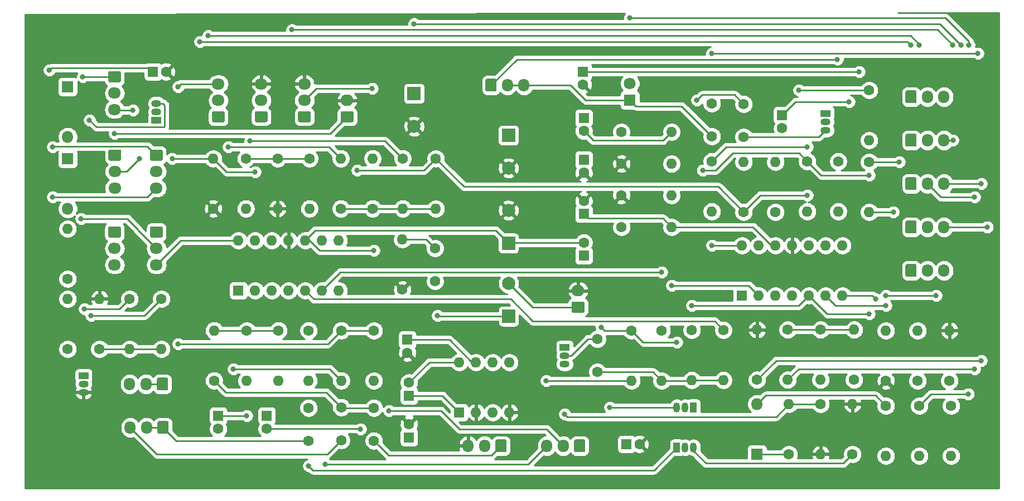
<source format=gbl>
G04 #@! TF.GenerationSoftware,KiCad,Pcbnew,(5.1.10)-1*
G04 #@! TF.CreationDate,2022-03-19T16:06:14-07:00*
G04 #@! TF.ProjectId,Noise Toaster,4e6f6973-6520-4546-9f61-737465722e6b,rev?*
G04 #@! TF.SameCoordinates,Original*
G04 #@! TF.FileFunction,Copper,L2,Bot*
G04 #@! TF.FilePolarity,Positive*
%FSLAX46Y46*%
G04 Gerber Fmt 4.6, Leading zero omitted, Abs format (unit mm)*
G04 Created by KiCad (PCBNEW (5.1.10)-1) date 2022-03-19 16:06:14*
%MOMM*%
%LPD*%
G01*
G04 APERTURE LIST*
G04 #@! TA.AperFunction,ComponentPad*
%ADD10C,1.600000*%
G04 #@! TD*
G04 #@! TA.AperFunction,ComponentPad*
%ADD11O,1.600000X1.600000*%
G04 #@! TD*
G04 #@! TA.AperFunction,ComponentPad*
%ADD12O,1.950000X1.700000*%
G04 #@! TD*
G04 #@! TA.AperFunction,ComponentPad*
%ADD13R,1.600000X1.600000*%
G04 #@! TD*
G04 #@! TA.AperFunction,ComponentPad*
%ADD14O,2.000000X1.700000*%
G04 #@! TD*
G04 #@! TA.AperFunction,ComponentPad*
%ADD15C,2.000000*%
G04 #@! TD*
G04 #@! TA.AperFunction,ComponentPad*
%ADD16R,2.000000X2.000000*%
G04 #@! TD*
G04 #@! TA.AperFunction,ComponentPad*
%ADD17R,1.800000X1.800000*%
G04 #@! TD*
G04 #@! TA.AperFunction,ComponentPad*
%ADD18C,1.800000*%
G04 #@! TD*
G04 #@! TA.AperFunction,ComponentPad*
%ADD19O,1.800000X1.800000*%
G04 #@! TD*
G04 #@! TA.AperFunction,ComponentPad*
%ADD20O,1.500000X1.050000*%
G04 #@! TD*
G04 #@! TA.AperFunction,ComponentPad*
%ADD21R,1.500000X1.050000*%
G04 #@! TD*
G04 #@! TA.AperFunction,ComponentPad*
%ADD22R,1.050000X1.500000*%
G04 #@! TD*
G04 #@! TA.AperFunction,ComponentPad*
%ADD23O,1.050000X1.500000*%
G04 #@! TD*
G04 #@! TA.AperFunction,ComponentPad*
%ADD24O,1.700000X1.950000*%
G04 #@! TD*
G04 #@! TA.AperFunction,ViaPad*
%ADD25C,0.800000*%
G04 #@! TD*
G04 #@! TA.AperFunction,Conductor*
%ADD26C,0.254000*%
G04 #@! TD*
G04 #@! TA.AperFunction,Conductor*
%ADD27C,0.100000*%
G04 #@! TD*
G04 APERTURE END LIST*
D10*
X37338000Y-76708000D03*
D11*
X37338000Y-69088000D03*
G04 #@! TA.AperFunction,ComponentPad*
G36*
G01*
X38937800Y-46378000D02*
X40387800Y-46378000D01*
G75*
G02*
X40637800Y-46628000I0J-250000D01*
G01*
X40637800Y-47828000D01*
G75*
G02*
X40387800Y-48078000I-250000J0D01*
G01*
X38937800Y-48078000D01*
G75*
G02*
X38687800Y-47828000I0J250000D01*
G01*
X38687800Y-46628000D01*
G75*
G02*
X38937800Y-46378000I250000J0D01*
G01*
G37*
G04 #@! TD.AperFunction*
D12*
X39662800Y-49728000D03*
X39662800Y-52228000D03*
D13*
X58420000Y-67818000D03*
D11*
X73660000Y-60198000D03*
X60960000Y-67818000D03*
X71120000Y-60198000D03*
X63500000Y-67818000D03*
X68580000Y-60198000D03*
X66040000Y-67818000D03*
X66040000Y-60198000D03*
X68580000Y-67818000D03*
X63500000Y-60198000D03*
X71120000Y-67818000D03*
X60960000Y-60198000D03*
X73660000Y-67818000D03*
X58420000Y-60198000D03*
X134874000Y-60960000D03*
X150114000Y-68580000D03*
X137414000Y-60960000D03*
X147574000Y-68580000D03*
X139954000Y-60960000D03*
X145034000Y-68580000D03*
X142494000Y-60960000D03*
X142494000Y-68580000D03*
X145034000Y-60960000D03*
X139954000Y-68580000D03*
X147574000Y-60960000D03*
X137414000Y-68580000D03*
X150114000Y-60960000D03*
D13*
X134874000Y-68580000D03*
D14*
X74930000Y-38902000D03*
G04 #@! TA.AperFunction,ComponentPad*
G36*
G01*
X75680000Y-42252000D02*
X74180000Y-42252000D01*
G75*
G02*
X73930000Y-42002000I0J250000D01*
G01*
X73930000Y-40802000D01*
G75*
G02*
X74180000Y-40552000I250000J0D01*
G01*
X75680000Y-40552000D01*
G75*
G02*
X75930000Y-40802000I0J-250000D01*
G01*
X75930000Y-42002000D01*
G75*
G02*
X75680000Y-42252000I-250000J0D01*
G01*
G37*
G04 #@! TD.AperFunction*
D10*
X140970000Y-43148000D03*
D13*
X140970000Y-41148000D03*
D15*
X99419600Y-49196000D03*
D16*
X99419600Y-44196000D03*
X85090000Y-37846000D03*
D15*
X85090000Y-42846000D03*
D13*
X110849600Y-62519800D03*
D10*
X110849600Y-60519800D03*
D13*
X110849600Y-56169800D03*
D10*
X110849600Y-54169800D03*
D13*
X110744000Y-34544000D03*
D10*
X110744000Y-36544000D03*
D16*
X99419600Y-60614800D03*
D15*
X99419600Y-55614800D03*
D10*
X130302000Y-44370000D03*
X130302000Y-39370000D03*
X135128000Y-39450000D03*
X135128000Y-44450000D03*
D13*
X110849600Y-41564800D03*
D10*
X110849600Y-43564800D03*
X110849600Y-49914800D03*
D13*
X110849600Y-47914800D03*
D10*
X62738000Y-88868000D03*
D13*
X62738000Y-86868000D03*
X55372000Y-86868000D03*
D10*
X55372000Y-88868000D03*
X112907000Y-80184000D03*
X112907000Y-75184000D03*
X69088000Y-85662000D03*
X69088000Y-90662000D03*
X74029000Y-85582000D03*
X74029000Y-90582000D03*
X47466000Y-34544000D03*
D13*
X45466000Y-34544000D03*
D10*
X119348000Y-91186000D03*
D13*
X117348000Y-91186000D03*
D10*
X78994000Y-90662000D03*
X78994000Y-85662000D03*
X84328000Y-88170000D03*
D13*
X84328000Y-90170000D03*
D10*
X84074000Y-77296000D03*
D13*
X84074000Y-75296000D03*
X84328000Y-83820000D03*
D10*
X84328000Y-81820000D03*
X88269000Y-61406000D03*
X88269000Y-66406000D03*
D15*
X99445000Y-66740000D03*
D16*
X99445000Y-71740000D03*
D17*
X117856000Y-38862000D03*
D18*
X117856000Y-36322000D03*
D17*
X32512000Y-36830000D03*
D19*
X32512000Y-44450000D03*
X32512000Y-55372000D03*
D17*
X32512000Y-47752000D03*
D19*
X137160000Y-85090000D03*
D17*
X137160000Y-92710000D03*
G04 #@! TA.AperFunction,ComponentPad*
G36*
G01*
X110732000Y-71208000D02*
X109232000Y-71208000D01*
G75*
G02*
X108982000Y-70958000I0J250000D01*
G01*
X108982000Y-69758000D01*
G75*
G02*
X109232000Y-69508000I250000J0D01*
G01*
X110732000Y-69508000D01*
G75*
G02*
X110982000Y-69758000I0J-250000D01*
G01*
X110982000Y-70958000D01*
G75*
G02*
X110732000Y-71208000I-250000J0D01*
G01*
G37*
G04 #@! TD.AperFunction*
D14*
X109982000Y-67858000D03*
D20*
X147574000Y-42164000D03*
X147574000Y-43434000D03*
D21*
X147574000Y-40894000D03*
D22*
X127508000Y-85598000D03*
D23*
X124968000Y-85598000D03*
X126238000Y-85598000D03*
D20*
X34913000Y-82026000D03*
X34913000Y-83296000D03*
D21*
X34913000Y-80756000D03*
D20*
X107950000Y-77724000D03*
X107950000Y-78994000D03*
D21*
X107950000Y-76454000D03*
D22*
X124968000Y-91694000D03*
D23*
X127508000Y-91694000D03*
X126238000Y-91694000D03*
D20*
X45974000Y-40640000D03*
X45974000Y-39370000D03*
D21*
X45974000Y-41910000D03*
D11*
X154178000Y-44958000D03*
D10*
X154178000Y-37338000D03*
X166370000Y-81534000D03*
D11*
X166370000Y-73914000D03*
D10*
X166624000Y-85344000D03*
D11*
X166624000Y-92964000D03*
X149483000Y-55788800D03*
D10*
X149483000Y-48168800D03*
D11*
X144780000Y-55788800D03*
D10*
X144780000Y-48168800D03*
X161798000Y-85344000D03*
D11*
X161798000Y-92964000D03*
X83350800Y-55356000D03*
D10*
X83350800Y-47736000D03*
X78778800Y-55356000D03*
D11*
X78778800Y-47736000D03*
X73952800Y-47736000D03*
D10*
X73952800Y-55356000D03*
D11*
X154178000Y-55880000D03*
D10*
X154178000Y-48260000D03*
X116586000Y-58166000D03*
D11*
X124206000Y-58166000D03*
D10*
X116564600Y-53340000D03*
D11*
X124184600Y-53340000D03*
D10*
X135128000Y-55880000D03*
D11*
X135128000Y-48260000D03*
X88392000Y-55372000D03*
D10*
X88392000Y-47752000D03*
X116564600Y-43688000D03*
D11*
X124184600Y-43688000D03*
X139954000Y-48260000D03*
D10*
X139954000Y-55880000D03*
X130302000Y-48168800D03*
D11*
X130302000Y-55788800D03*
X137160000Y-73783000D03*
D10*
X137160000Y-81403000D03*
D11*
X124184600Y-48549800D03*
D10*
X116564600Y-48549800D03*
X74029000Y-73898000D03*
D11*
X74029000Y-81518000D03*
X141818600Y-81403000D03*
D10*
X141818600Y-73783000D03*
D11*
X146812000Y-81403000D03*
D10*
X146812000Y-73783000D03*
X64516000Y-73898000D03*
D11*
X64516000Y-81518000D03*
X59690000Y-81534000D03*
D10*
X59690000Y-73914000D03*
X146812000Y-85090000D03*
D11*
X146812000Y-92710000D03*
X78994000Y-81534000D03*
D10*
X78994000Y-73914000D03*
X151892000Y-81403000D03*
D11*
X151892000Y-73783000D03*
X151638000Y-85090000D03*
D10*
X151638000Y-92710000D03*
D11*
X141986000Y-85090000D03*
D10*
X141986000Y-92710000D03*
X41910000Y-69088000D03*
D11*
X41910000Y-76708000D03*
X46736000Y-76708000D03*
D10*
X46736000Y-69088000D03*
D11*
X54725000Y-73898000D03*
D10*
X54725000Y-81518000D03*
X127254000Y-73822800D03*
D11*
X127254000Y-81442800D03*
D10*
X161544000Y-81534000D03*
D11*
X161544000Y-73914000D03*
D10*
X32512000Y-66040000D03*
D11*
X32512000Y-58420000D03*
X156718000Y-92964000D03*
D10*
X156718000Y-85344000D03*
X156718000Y-81534000D03*
D11*
X156718000Y-73914000D03*
X32512000Y-69088000D03*
D10*
X32512000Y-76708000D03*
D11*
X132058600Y-81442800D03*
D10*
X132058600Y-73822800D03*
X122682000Y-73914000D03*
D11*
X122682000Y-81534000D03*
D10*
X54610000Y-55372000D03*
D11*
X54610000Y-47752000D03*
D10*
X59551000Y-47736000D03*
D11*
X59551000Y-55356000D03*
D10*
X69203000Y-47736000D03*
D11*
X69203000Y-55356000D03*
X64377000Y-55356000D03*
D10*
X64377000Y-47736000D03*
D11*
X118110000Y-81534000D03*
D10*
X118110000Y-73914000D03*
X69088000Y-73898000D03*
D11*
X69088000Y-81518000D03*
D10*
X83312000Y-67676000D03*
D11*
X83312000Y-60056000D03*
D12*
X61887800Y-36386000D03*
X61887800Y-38886000D03*
G04 #@! TA.AperFunction,ComponentPad*
G36*
G01*
X62612800Y-42236000D02*
X61162800Y-42236000D01*
G75*
G02*
X60912800Y-41986000I0J250000D01*
G01*
X60912800Y-40786000D01*
G75*
G02*
X61162800Y-40536000I250000J0D01*
G01*
X62612800Y-40536000D01*
G75*
G02*
X62862800Y-40786000I0J-250000D01*
G01*
X62862800Y-41986000D01*
G75*
G02*
X62612800Y-42236000I-250000J0D01*
G01*
G37*
G04 #@! TD.AperFunction*
G04 #@! TA.AperFunction,ComponentPad*
G36*
G01*
X69166000Y-42236000D02*
X67716000Y-42236000D01*
G75*
G02*
X67466000Y-41986000I0J250000D01*
G01*
X67466000Y-40786000D01*
G75*
G02*
X67716000Y-40536000I250000J0D01*
G01*
X69166000Y-40536000D01*
G75*
G02*
X69416000Y-40786000I0J-250000D01*
G01*
X69416000Y-41986000D01*
G75*
G02*
X69166000Y-42236000I-250000J0D01*
G01*
G37*
G04 #@! TD.AperFunction*
X68441000Y-38886000D03*
X68441000Y-36386000D03*
G04 #@! TA.AperFunction,ComponentPad*
G36*
G01*
X56097000Y-42252000D02*
X54647000Y-42252000D01*
G75*
G02*
X54397000Y-42002000I0J250000D01*
G01*
X54397000Y-40802000D01*
G75*
G02*
X54647000Y-40552000I250000J0D01*
G01*
X56097000Y-40552000D01*
G75*
G02*
X56347000Y-40802000I0J-250000D01*
G01*
X56347000Y-42002000D01*
G75*
G02*
X56097000Y-42252000I-250000J0D01*
G01*
G37*
G04 #@! TD.AperFunction*
X55372000Y-38902000D03*
X55372000Y-36402000D03*
G04 #@! TA.AperFunction,ComponentPad*
G36*
G01*
X95924000Y-37301000D02*
X95924000Y-35851000D01*
G75*
G02*
X96174000Y-35601000I250000J0D01*
G01*
X97374000Y-35601000D01*
G75*
G02*
X97624000Y-35851000I0J-250000D01*
G01*
X97624000Y-37301000D01*
G75*
G02*
X97374000Y-37551000I-250000J0D01*
G01*
X96174000Y-37551000D01*
G75*
G02*
X95924000Y-37301000I0J250000D01*
G01*
G37*
G04 #@! TD.AperFunction*
D24*
X99274000Y-36576000D03*
X101774000Y-36576000D03*
G04 #@! TA.AperFunction,ComponentPad*
G36*
G01*
X159678000Y-52287000D02*
X159678000Y-50837000D01*
G75*
G02*
X159928000Y-50587000I250000J0D01*
G01*
X161128000Y-50587000D01*
G75*
G02*
X161378000Y-50837000I0J-250000D01*
G01*
X161378000Y-52287000D01*
G75*
G02*
X161128000Y-52537000I-250000J0D01*
G01*
X159928000Y-52537000D01*
G75*
G02*
X159678000Y-52287000I0J250000D01*
G01*
G37*
G04 #@! TD.AperFunction*
X163028000Y-51562000D03*
X165528000Y-51562000D03*
X41901800Y-82042000D03*
X44401800Y-82042000D03*
G04 #@! TA.AperFunction,ComponentPad*
G36*
G01*
X47751800Y-81317000D02*
X47751800Y-82767000D01*
G75*
G02*
X47501800Y-83017000I-250000J0D01*
G01*
X46301800Y-83017000D01*
G75*
G02*
X46051800Y-82767000I0J250000D01*
G01*
X46051800Y-81317000D01*
G75*
G02*
X46301800Y-81067000I250000J0D01*
G01*
X47501800Y-81067000D01*
G75*
G02*
X47751800Y-81317000I0J-250000D01*
G01*
G37*
G04 #@! TD.AperFunction*
G04 #@! TA.AperFunction,ComponentPad*
G36*
G01*
X45249000Y-46394000D02*
X46699000Y-46394000D01*
G75*
G02*
X46949000Y-46644000I0J-250000D01*
G01*
X46949000Y-47844000D01*
G75*
G02*
X46699000Y-48094000I-250000J0D01*
G01*
X45249000Y-48094000D01*
G75*
G02*
X44999000Y-47844000I0J250000D01*
G01*
X44999000Y-46644000D01*
G75*
G02*
X45249000Y-46394000I250000J0D01*
G01*
G37*
G04 #@! TD.AperFunction*
D12*
X45974000Y-49744000D03*
X45974000Y-52244000D03*
X39624000Y-40306000D03*
X39624000Y-37806000D03*
G04 #@! TA.AperFunction,ComponentPad*
G36*
G01*
X38899000Y-34456000D02*
X40349000Y-34456000D01*
G75*
G02*
X40599000Y-34706000I0J-250000D01*
G01*
X40599000Y-35906000D01*
G75*
G02*
X40349000Y-36156000I-250000J0D01*
G01*
X38899000Y-36156000D01*
G75*
G02*
X38649000Y-35906000I0J250000D01*
G01*
X38649000Y-34706000D01*
G75*
G02*
X38899000Y-34456000I250000J0D01*
G01*
G37*
G04 #@! TD.AperFunction*
G04 #@! TA.AperFunction,ComponentPad*
G36*
G01*
X47840000Y-87921000D02*
X47840000Y-89371000D01*
G75*
G02*
X47590000Y-89621000I-250000J0D01*
G01*
X46390000Y-89621000D01*
G75*
G02*
X46140000Y-89371000I0J250000D01*
G01*
X46140000Y-87921000D01*
G75*
G02*
X46390000Y-87671000I250000J0D01*
G01*
X47590000Y-87671000D01*
G75*
G02*
X47840000Y-87921000I0J-250000D01*
G01*
G37*
G04 #@! TD.AperFunction*
D24*
X44490000Y-88646000D03*
X41990000Y-88646000D03*
G04 #@! TA.AperFunction,ComponentPad*
G36*
G01*
X99148000Y-90715000D02*
X99148000Y-92165000D01*
G75*
G02*
X98898000Y-92415000I-250000J0D01*
G01*
X97698000Y-92415000D01*
G75*
G02*
X97448000Y-92165000I0J250000D01*
G01*
X97448000Y-90715000D01*
G75*
G02*
X97698000Y-90465000I250000J0D01*
G01*
X98898000Y-90465000D01*
G75*
G02*
X99148000Y-90715000I0J-250000D01*
G01*
G37*
G04 #@! TD.AperFunction*
X95798000Y-91440000D03*
X93298000Y-91440000D03*
G04 #@! TA.AperFunction,ComponentPad*
G36*
G01*
X159678000Y-39079000D02*
X159678000Y-37629000D01*
G75*
G02*
X159928000Y-37379000I250000J0D01*
G01*
X161128000Y-37379000D01*
G75*
G02*
X161378000Y-37629000I0J-250000D01*
G01*
X161378000Y-39079000D01*
G75*
G02*
X161128000Y-39329000I-250000J0D01*
G01*
X159928000Y-39329000D01*
G75*
G02*
X159678000Y-39079000I0J250000D01*
G01*
G37*
G04 #@! TD.AperFunction*
X163028000Y-38354000D03*
X165528000Y-38354000D03*
X165528000Y-64770000D03*
X163028000Y-64770000D03*
G04 #@! TA.AperFunction,ComponentPad*
G36*
G01*
X159678000Y-65495000D02*
X159678000Y-64045000D01*
G75*
G02*
X159928000Y-63795000I250000J0D01*
G01*
X161128000Y-63795000D01*
G75*
G02*
X161378000Y-64045000I0J-250000D01*
G01*
X161378000Y-65495000D01*
G75*
G02*
X161128000Y-65745000I-250000J0D01*
G01*
X159928000Y-65745000D01*
G75*
G02*
X159678000Y-65495000I0J250000D01*
G01*
G37*
G04 #@! TD.AperFunction*
X165528000Y-58166000D03*
X163028000Y-58166000D03*
G04 #@! TA.AperFunction,ComponentPad*
G36*
G01*
X159678000Y-58891000D02*
X159678000Y-57441000D01*
G75*
G02*
X159928000Y-57191000I250000J0D01*
G01*
X161128000Y-57191000D01*
G75*
G02*
X161378000Y-57441000I0J-250000D01*
G01*
X161378000Y-58891000D01*
G75*
G02*
X161128000Y-59141000I-250000J0D01*
G01*
X159928000Y-59141000D01*
G75*
G02*
X159678000Y-58891000I0J250000D01*
G01*
G37*
G04 #@! TD.AperFunction*
G04 #@! TA.AperFunction,ComponentPad*
G36*
G01*
X111086000Y-90715000D02*
X111086000Y-92165000D01*
G75*
G02*
X110836000Y-92415000I-250000J0D01*
G01*
X109636000Y-92415000D01*
G75*
G02*
X109386000Y-92165000I0J250000D01*
G01*
X109386000Y-90715000D01*
G75*
G02*
X109636000Y-90465000I250000J0D01*
G01*
X110836000Y-90465000D01*
G75*
G02*
X111086000Y-90715000I0J-250000D01*
G01*
G37*
G04 #@! TD.AperFunction*
X107736000Y-91440000D03*
X105236000Y-91440000D03*
G04 #@! TA.AperFunction,ComponentPad*
G36*
G01*
X159678000Y-45683000D02*
X159678000Y-44233000D01*
G75*
G02*
X159928000Y-43983000I250000J0D01*
G01*
X161128000Y-43983000D01*
G75*
G02*
X161378000Y-44233000I0J-250000D01*
G01*
X161378000Y-45683000D01*
G75*
G02*
X161128000Y-45933000I-250000J0D01*
G01*
X159928000Y-45933000D01*
G75*
G02*
X159678000Y-45683000I0J250000D01*
G01*
G37*
G04 #@! TD.AperFunction*
X163028000Y-44958000D03*
X165528000Y-44958000D03*
D12*
X45974000Y-63928000D03*
X45974000Y-61428000D03*
G04 #@! TA.AperFunction,ComponentPad*
G36*
G01*
X45249000Y-58078000D02*
X46699000Y-58078000D01*
G75*
G02*
X46949000Y-58328000I0J-250000D01*
G01*
X46949000Y-59528000D01*
G75*
G02*
X46699000Y-59778000I-250000J0D01*
G01*
X45249000Y-59778000D01*
G75*
G02*
X44999000Y-59528000I0J250000D01*
G01*
X44999000Y-58328000D01*
G75*
G02*
X45249000Y-58078000I250000J0D01*
G01*
G37*
G04 #@! TD.AperFunction*
X39624000Y-63928000D03*
X39624000Y-61428000D03*
G04 #@! TA.AperFunction,ComponentPad*
G36*
G01*
X38899000Y-58078000D02*
X40349000Y-58078000D01*
G75*
G02*
X40599000Y-58328000I0J-250000D01*
G01*
X40599000Y-59528000D01*
G75*
G02*
X40349000Y-59778000I-250000J0D01*
G01*
X38899000Y-59778000D01*
G75*
G02*
X38649000Y-59528000I0J250000D01*
G01*
X38649000Y-58328000D01*
G75*
G02*
X38899000Y-58078000I250000J0D01*
G01*
G37*
G04 #@! TD.AperFunction*
D13*
X91948000Y-86360000D03*
D11*
X99568000Y-78740000D03*
X94488000Y-86360000D03*
X97028000Y-78740000D03*
X97028000Y-86360000D03*
X94488000Y-78740000D03*
X99568000Y-86360000D03*
X91948000Y-78740000D03*
D25*
X39624000Y-43942000D03*
X151130000Y-39116000D03*
X43434000Y-47752000D03*
X168148000Y-30480000D03*
X85090000Y-27248000D03*
X124968000Y-75692000D03*
X113538000Y-73406000D03*
X49276000Y-36830000D03*
X78994000Y-61722000D03*
X49276000Y-75946000D03*
X158750000Y-48260000D03*
X152654000Y-34544000D03*
X157842000Y-55880000D03*
X154178000Y-50292000D03*
X128924000Y-49530000D03*
X130302000Y-31750000D03*
X172104000Y-58166000D03*
X170688000Y-31750000D03*
X128016000Y-38862000D03*
X130302000Y-60960000D03*
X76962000Y-88900000D03*
X81280000Y-86106000D03*
X59690000Y-86868000D03*
X57658000Y-79756000D03*
X114808000Y-85598000D03*
X124206000Y-67056000D03*
X69088000Y-94488000D03*
X29718000Y-34290000D03*
X122682000Y-65024000D03*
X88646000Y-71628000D03*
X169202001Y-83566000D03*
X169329003Y-30480000D03*
X117856000Y-26340000D03*
X30226000Y-45974000D03*
X34544000Y-56896000D03*
X34798000Y-35306000D03*
X155194000Y-69088000D03*
X144780000Y-45974000D03*
X144780000Y-53340000D03*
X76454000Y-49530000D03*
X36068000Y-71628000D03*
X35052000Y-70612000D03*
X107950000Y-86614000D03*
X52578000Y-29972000D03*
X160528000Y-30480000D03*
X60960000Y-49784000D03*
X48368000Y-47752000D03*
X35814000Y-41910000D03*
X143510000Y-37338000D03*
X156718000Y-68580000D03*
X164338000Y-68580000D03*
X149352000Y-32658000D03*
X60198000Y-45066000D03*
X78740000Y-37084000D03*
X56896000Y-45974000D03*
X171196000Y-78486000D03*
X171196000Y-51562000D03*
X170180000Y-79756000D03*
X170180000Y-53594000D03*
X154178000Y-71374000D03*
X127254000Y-70104000D03*
X156718000Y-70104000D03*
X30226000Y-53594000D03*
X42418000Y-40386000D03*
X105156000Y-81534000D03*
X71628000Y-94234000D03*
X166870947Y-30487053D03*
X66548000Y-28156000D03*
X166886010Y-44949990D03*
X53848000Y-29064000D03*
X161798000Y-30480000D03*
D26*
X72390000Y-43942000D02*
X39624000Y-43942000D01*
X74930000Y-41402000D02*
X72390000Y-43942000D01*
X143002000Y-39116000D02*
X140970000Y-41148000D01*
X151130000Y-39116000D02*
X143002000Y-39116000D01*
X41458000Y-49728000D02*
X39662800Y-49728000D01*
X43434000Y-47752000D02*
X41458000Y-49728000D01*
X164916000Y-27248000D02*
X168148000Y-30480000D01*
X85090000Y-27248000D02*
X164916000Y-27248000D01*
X122876599Y-44996001D02*
X124184600Y-43688000D01*
X112280801Y-44996001D02*
X122876599Y-44996001D01*
X110849600Y-43564800D02*
X112280801Y-44996001D01*
X99514600Y-60519800D02*
X99419600Y-60614800D01*
X110849600Y-60519800D02*
X99514600Y-60519800D01*
X111537799Y-56857999D02*
X110849600Y-56169800D01*
X122897999Y-56857999D02*
X111537799Y-56857999D01*
X124206000Y-58166000D02*
X122897999Y-56857999D01*
X119888000Y-75692000D02*
X118110000Y-73914000D01*
X124968000Y-75692000D02*
X119888000Y-75692000D01*
X114046000Y-73914000D02*
X113538000Y-73406000D01*
X118110000Y-73914000D02*
X114046000Y-73914000D01*
X136555842Y-58166000D02*
X124206000Y-58166000D01*
X139349842Y-60960000D02*
X136555842Y-58166000D01*
X139954000Y-60960000D02*
X139349842Y-60960000D01*
X46901800Y-82042000D02*
X44401800Y-82042000D01*
X74045000Y-73914000D02*
X74029000Y-73898000D01*
X78994000Y-73914000D02*
X74045000Y-73914000D01*
X49704000Y-36402000D02*
X49276000Y-36830000D01*
X55372000Y-36402000D02*
X49704000Y-36402000D01*
X68580000Y-60198000D02*
X70104000Y-58674000D01*
X97478800Y-58674000D02*
X99419600Y-60614800D01*
X70104000Y-58674000D02*
X97478800Y-58674000D01*
X69184158Y-60198000D02*
X68580000Y-60198000D01*
X70708158Y-61722000D02*
X69184158Y-60198000D01*
X78994000Y-61722000D02*
X70708158Y-61722000D01*
X71981000Y-75946000D02*
X49276000Y-75946000D01*
X74029000Y-73898000D02*
X71981000Y-75946000D01*
X158750000Y-48260000D02*
X154178000Y-48260000D01*
X117550158Y-34544000D02*
X110744000Y-34544000D01*
X152654000Y-34544000D02*
X117550158Y-34544000D01*
X157842000Y-55880000D02*
X154178000Y-55880000D01*
X108840158Y-36576000D02*
X101774000Y-36576000D01*
X111126158Y-38862000D02*
X108840158Y-36576000D01*
X117856000Y-38862000D02*
X111126158Y-38862000D01*
X101774000Y-36576000D02*
X99274000Y-36576000D01*
X146903200Y-50292000D02*
X154178000Y-50292000D01*
X144780000Y-48168800D02*
X146903200Y-50292000D01*
X130876642Y-49530000D02*
X128924000Y-49530000D01*
X133454643Y-46951999D02*
X130876642Y-49530000D01*
X143563199Y-46951999D02*
X133454643Y-46951999D01*
X144780000Y-48168800D02*
X143563199Y-46951999D01*
X125702001Y-39770001D02*
X130302000Y-44370000D01*
X118764001Y-39770001D02*
X125702001Y-39770001D01*
X117856000Y-38862000D02*
X118764001Y-39770001D01*
X165528000Y-58166000D02*
X166951842Y-58166000D01*
X170688000Y-31750000D02*
X130302000Y-31750000D01*
X166951842Y-58166000D02*
X172104000Y-58166000D01*
X135134001Y-44456001D02*
X135128000Y-44450000D01*
X146551999Y-44456001D02*
X135134001Y-44456001D01*
X147574000Y-43434000D02*
X146551999Y-44456001D01*
X128816001Y-38061999D02*
X128016000Y-38862000D01*
X133739999Y-38061999D02*
X128816001Y-38061999D01*
X135128000Y-39450000D02*
X133739999Y-38061999D01*
X130302000Y-60960000D02*
X134874000Y-60960000D01*
X76930000Y-88868000D02*
X76962000Y-88900000D01*
X62738000Y-88868000D02*
X76930000Y-88868000D01*
X89179598Y-86106000D02*
X91973598Y-88900000D01*
X81280000Y-86106000D02*
X89179598Y-86106000D01*
X105196000Y-88900000D02*
X107736000Y-91440000D01*
X91973598Y-88900000D02*
X105196000Y-88900000D01*
X55372000Y-86868000D02*
X59690000Y-86868000D01*
X72267000Y-79756000D02*
X74029000Y-81518000D01*
X57658000Y-79756000D02*
X72267000Y-79756000D01*
X111494000Y-75184000D02*
X112907000Y-75184000D01*
X108954000Y-77724000D02*
X111494000Y-75184000D01*
X107950000Y-77724000D02*
X108954000Y-77724000D01*
X124968000Y-85598000D02*
X114808000Y-85598000D01*
X135890000Y-67056000D02*
X137414000Y-68580000D01*
X124206000Y-67056000D02*
X135890000Y-67056000D01*
X112948999Y-80225999D02*
X112907000Y-80184000D01*
X121373999Y-80225999D02*
X112948999Y-80225999D01*
X122682000Y-81534000D02*
X121373999Y-80225999D01*
X127162800Y-81534000D02*
X127254000Y-81442800D01*
X122682000Y-81534000D02*
X127162800Y-81534000D01*
X127254000Y-81442800D02*
X132058600Y-81442800D01*
X54741000Y-73914000D02*
X54725000Y-73898000D01*
X59690000Y-73914000D02*
X54741000Y-73914000D01*
X59706000Y-73898000D02*
X59690000Y-73914000D01*
X64516000Y-73898000D02*
X59706000Y-73898000D01*
X44490000Y-88646000D02*
X46990000Y-88646000D01*
X49006000Y-90662000D02*
X69088000Y-90662000D01*
X46990000Y-88646000D02*
X49006000Y-90662000D01*
X69742001Y-95142001D02*
X69088000Y-94488000D01*
X121519999Y-95142001D02*
X69742001Y-95142001D01*
X124968000Y-91694000D02*
X121519999Y-95142001D01*
X54725000Y-81518000D02*
X56519000Y-83312000D01*
X71759000Y-83312000D02*
X74029000Y-85582000D01*
X56519000Y-83312000D02*
X71759000Y-83312000D01*
X74109000Y-85662000D02*
X74029000Y-85582000D01*
X78994000Y-85662000D02*
X74109000Y-85662000D01*
X41990000Y-88646000D02*
X46054000Y-92710000D01*
X71901000Y-92710000D02*
X74029000Y-90582000D01*
X46054000Y-92710000D02*
X71901000Y-92710000D01*
X30060010Y-33947990D02*
X29718000Y-34290000D01*
X44869990Y-33947990D02*
X30060010Y-33947990D01*
X45466000Y-34544000D02*
X44869990Y-33947990D01*
X73914000Y-65024000D02*
X122682000Y-65024000D01*
X71120000Y-67818000D02*
X73914000Y-65024000D01*
X79810001Y-91478001D02*
X79810001Y-91494001D01*
X78994000Y-90662000D02*
X79810001Y-91478001D01*
X96814990Y-92923010D02*
X98298000Y-91440000D01*
X81239010Y-92923010D02*
X96814990Y-92923010D01*
X79810001Y-91494001D02*
X81239010Y-92923010D01*
X93883842Y-78740000D02*
X94488000Y-78740000D01*
X90439842Y-75296000D02*
X93883842Y-78740000D01*
X84074000Y-75296000D02*
X90439842Y-75296000D01*
X89408000Y-83820000D02*
X91948000Y-86360000D01*
X84328000Y-83820000D02*
X89408000Y-83820000D01*
X87408000Y-78740000D02*
X84328000Y-81820000D01*
X91948000Y-78740000D02*
X87408000Y-78740000D01*
X86919000Y-60056000D02*
X88269000Y-61406000D01*
X83312000Y-60056000D02*
X86919000Y-60056000D01*
X88758000Y-71740000D02*
X88646000Y-71628000D01*
X99445000Y-71740000D02*
X88758000Y-71740000D01*
X103063000Y-70358000D02*
X99445000Y-66740000D01*
X109982000Y-70358000D02*
X103063000Y-70358000D01*
X163576000Y-83566000D02*
X169202001Y-83566000D01*
X161798000Y-85344000D02*
X163576000Y-83566000D01*
X169329003Y-29914315D02*
X169329003Y-30480000D01*
X165754688Y-26340000D02*
X169329003Y-29914315D01*
X117856000Y-26340000D02*
X165754688Y-26340000D01*
X44599990Y-45869990D02*
X45974000Y-47244000D01*
X30330010Y-45869990D02*
X44599990Y-45869990D01*
X30226000Y-45974000D02*
X30330010Y-45869990D01*
X41545010Y-56896000D02*
X43180000Y-58530990D01*
X34544000Y-56896000D02*
X41545010Y-56896000D01*
X43180000Y-58634000D02*
X45974000Y-61428000D01*
X43180000Y-58530990D02*
X43180000Y-58634000D01*
X34798000Y-35306000D02*
X39624000Y-35306000D01*
X141986000Y-92710000D02*
X137160000Y-92710000D01*
X154686000Y-68580000D02*
X155194000Y-69088000D01*
X150114000Y-68580000D02*
X154686000Y-68580000D01*
X155155999Y-83781999D02*
X156718000Y-85344000D01*
X138468001Y-83781999D02*
X155155999Y-83781999D01*
X137160000Y-85090000D02*
X138468001Y-83781999D01*
X132496800Y-45974000D02*
X130302000Y-48168800D01*
X144780000Y-45974000D02*
X132496800Y-45974000D01*
X137668000Y-53340000D02*
X135128000Y-55880000D01*
X144780000Y-53340000D02*
X137668000Y-53340000D01*
X86614000Y-49530000D02*
X88392000Y-47752000D01*
X76454000Y-49530000D02*
X86614000Y-49530000D01*
X131279999Y-52031999D02*
X135128000Y-55880000D01*
X92671999Y-52031999D02*
X131279999Y-52031999D01*
X88392000Y-47752000D02*
X92671999Y-52031999D01*
X44196000Y-71628000D02*
X46736000Y-69088000D01*
X36068000Y-71628000D02*
X44196000Y-71628000D01*
X40386000Y-70612000D02*
X41910000Y-69088000D01*
X35052000Y-70612000D02*
X40386000Y-70612000D01*
X140062001Y-87013999D02*
X141986000Y-85090000D01*
X108349999Y-87013999D02*
X140062001Y-87013999D01*
X107950000Y-86614000D02*
X108349999Y-87013999D01*
X141986000Y-85090000D02*
X146812000Y-85090000D01*
X127508000Y-91694000D02*
X127508000Y-92202000D01*
X150229999Y-94118001D02*
X151638000Y-92710000D01*
X129424001Y-94118001D02*
X150229999Y-94118001D01*
X127508000Y-92202000D02*
X129424001Y-94118001D01*
X160020000Y-29972000D02*
X160528000Y-30480000D01*
X52578000Y-29972000D02*
X160020000Y-29972000D01*
X56642000Y-49784000D02*
X54610000Y-47752000D01*
X60960000Y-49784000D02*
X56642000Y-49784000D01*
X48368000Y-47752000D02*
X54610000Y-47752000D01*
X46978000Y-39370000D02*
X45974000Y-39370000D01*
X47232010Y-42841392D02*
X47232010Y-39624010D01*
X47232010Y-39624010D02*
X46978000Y-39370000D01*
X47130401Y-42943001D02*
X47232010Y-42841392D01*
X36847001Y-42943001D02*
X47130401Y-42943001D01*
X35814000Y-41910000D02*
X36847001Y-42943001D01*
X143510000Y-37338000D02*
X154178000Y-37338000D01*
X156718000Y-68580000D02*
X164338000Y-68580000D01*
X100692000Y-32658000D02*
X96774000Y-36576000D01*
X149352000Y-32658000D02*
X100692000Y-32658000D01*
X81588800Y-45974000D02*
X83350800Y-47736000D01*
X80680800Y-45066000D02*
X81588800Y-45974000D01*
X60198000Y-45066000D02*
X80680800Y-45066000D01*
X83366800Y-55372000D02*
X83350800Y-55356000D01*
X88392000Y-55372000D02*
X83366800Y-55372000D01*
X83350800Y-55356000D02*
X78778800Y-55356000D01*
X78778800Y-55356000D02*
X73952800Y-55356000D01*
X70243000Y-37084000D02*
X68441000Y-38886000D01*
X78740000Y-37084000D02*
X70243000Y-37084000D01*
X72190800Y-45974000D02*
X73952800Y-47736000D01*
X56896000Y-45974000D02*
X72190800Y-45974000D01*
X140077000Y-78486000D02*
X171196000Y-78486000D01*
X137160000Y-81403000D02*
X140077000Y-78486000D01*
X171196000Y-51562000D02*
X165528000Y-51562000D01*
X143465600Y-79756000D02*
X170180000Y-79756000D01*
X141818600Y-81403000D02*
X143465600Y-79756000D01*
X165060000Y-53594000D02*
X163028000Y-51562000D01*
X170180000Y-53594000D02*
X165060000Y-53594000D01*
X141818600Y-73783000D02*
X146812000Y-73783000D01*
X146812000Y-73783000D02*
X151892000Y-73783000D01*
X46736000Y-76708000D02*
X41910000Y-76708000D01*
X41910000Y-76708000D02*
X37338000Y-76708000D01*
X147828000Y-71374000D02*
X154178000Y-71374000D01*
X145034000Y-68580000D02*
X147828000Y-71374000D01*
X145034000Y-68580000D02*
X143510000Y-70104000D01*
X143510000Y-70104000D02*
X127254000Y-70104000D01*
X149098000Y-70104000D02*
X156718000Y-70104000D01*
X147574000Y-68580000D02*
X149098000Y-70104000D01*
X44624000Y-53594000D02*
X30226000Y-53594000D01*
X45974000Y-52244000D02*
X44624000Y-53594000D01*
X39704000Y-40386000D02*
X39624000Y-40306000D01*
X42418000Y-40386000D02*
X39704000Y-40386000D01*
X69888001Y-69126001D02*
X68580000Y-67818000D01*
X99745403Y-69126001D02*
X69888001Y-69126001D01*
X130733799Y-72497999D02*
X103117401Y-72497999D01*
X103117401Y-72497999D02*
X99745403Y-69126001D01*
X132058600Y-73822800D02*
X130733799Y-72497999D01*
X69203000Y-47736000D02*
X64377000Y-47736000D01*
X64377000Y-47736000D02*
X59551000Y-47736000D01*
X49704000Y-60198000D02*
X45974000Y-63928000D01*
X58420000Y-60198000D02*
X49704000Y-60198000D01*
X105156000Y-81534000D02*
X118110000Y-81534000D01*
X102442000Y-94234000D02*
X105236000Y-91440000D01*
X71628000Y-94234000D02*
X102442000Y-94234000D01*
X166878000Y-44958000D02*
X166886010Y-44949990D01*
X165528000Y-44958000D02*
X166878000Y-44958000D01*
X164539894Y-28156000D02*
X166870947Y-30487053D01*
X66548000Y-28156000D02*
X164539894Y-28156000D01*
X161798000Y-30406158D02*
X161798000Y-30480000D01*
X160455842Y-29064000D02*
X161798000Y-30406158D01*
X53848000Y-29064000D02*
X160455842Y-29064000D01*
X173838000Y-97892000D02*
X26060000Y-97892000D01*
X26060000Y-88448050D01*
X40505000Y-88448050D01*
X40505000Y-88843949D01*
X40526487Y-89062110D01*
X40611401Y-89342033D01*
X40749294Y-89600013D01*
X40934866Y-89826134D01*
X41160986Y-90011706D01*
X41418966Y-90149599D01*
X41698889Y-90234513D01*
X41990000Y-90263185D01*
X42281110Y-90234513D01*
X42449732Y-90183362D01*
X45488721Y-93222352D01*
X45512578Y-93251422D01*
X45541648Y-93275279D01*
X45628607Y-93346645D01*
X45666740Y-93367027D01*
X45760985Y-93417402D01*
X45904622Y-93460974D01*
X46016574Y-93472000D01*
X46016577Y-93472000D01*
X46054000Y-93475686D01*
X46091423Y-93472000D01*
X68890541Y-93472000D01*
X68786102Y-93492774D01*
X68597744Y-93570795D01*
X68428226Y-93684063D01*
X68284063Y-93828226D01*
X68170795Y-93997744D01*
X68092774Y-94186102D01*
X68053000Y-94386061D01*
X68053000Y-94589939D01*
X68092774Y-94789898D01*
X68170795Y-94978256D01*
X68284063Y-95147774D01*
X68428226Y-95291937D01*
X68597744Y-95405205D01*
X68786102Y-95483226D01*
X68986061Y-95523000D01*
X69045369Y-95523000D01*
X69176721Y-95654352D01*
X69200579Y-95683423D01*
X69316609Y-95778646D01*
X69448986Y-95849403D01*
X69592623Y-95892975D01*
X69704575Y-95904001D01*
X69704577Y-95904001D01*
X69742000Y-95907687D01*
X69779423Y-95904001D01*
X121482576Y-95904001D01*
X121519999Y-95907687D01*
X121557422Y-95904001D01*
X121557425Y-95904001D01*
X121669377Y-95892975D01*
X121813014Y-95849403D01*
X121945391Y-95778646D01*
X122061421Y-95683423D01*
X122085283Y-95654347D01*
X124657559Y-93082072D01*
X125493000Y-93082072D01*
X125617482Y-93069812D01*
X125737180Y-93033502D01*
X125801902Y-92998907D01*
X126010601Y-93062215D01*
X126238000Y-93084612D01*
X126465400Y-93062215D01*
X126684060Y-92995885D01*
X126873001Y-92894894D01*
X127061941Y-92995885D01*
X127280601Y-93062215D01*
X127291676Y-93063306D01*
X128858717Y-94630347D01*
X128882579Y-94659423D01*
X128952259Y-94716608D01*
X128998608Y-94754646D01*
X129037476Y-94775421D01*
X129130986Y-94825403D01*
X129274623Y-94868975D01*
X129386575Y-94880001D01*
X129386578Y-94880001D01*
X129424001Y-94883687D01*
X129461424Y-94880001D01*
X150192576Y-94880001D01*
X150229999Y-94883687D01*
X150267422Y-94880001D01*
X150267425Y-94880001D01*
X150379377Y-94868975D01*
X150523014Y-94825403D01*
X150655391Y-94754646D01*
X150771421Y-94659423D01*
X150795283Y-94630347D01*
X151316473Y-94109157D01*
X151496665Y-94145000D01*
X151779335Y-94145000D01*
X152056574Y-94089853D01*
X152317727Y-93981680D01*
X152552759Y-93824637D01*
X152752637Y-93624759D01*
X152909680Y-93389727D01*
X153017853Y-93128574D01*
X153073000Y-92851335D01*
X153073000Y-92822665D01*
X155283000Y-92822665D01*
X155283000Y-93105335D01*
X155338147Y-93382574D01*
X155446320Y-93643727D01*
X155603363Y-93878759D01*
X155803241Y-94078637D01*
X156038273Y-94235680D01*
X156299426Y-94343853D01*
X156576665Y-94399000D01*
X156859335Y-94399000D01*
X157136574Y-94343853D01*
X157397727Y-94235680D01*
X157632759Y-94078637D01*
X157832637Y-93878759D01*
X157989680Y-93643727D01*
X158097853Y-93382574D01*
X158153000Y-93105335D01*
X158153000Y-92822665D01*
X160363000Y-92822665D01*
X160363000Y-93105335D01*
X160418147Y-93382574D01*
X160526320Y-93643727D01*
X160683363Y-93878759D01*
X160883241Y-94078637D01*
X161118273Y-94235680D01*
X161379426Y-94343853D01*
X161656665Y-94399000D01*
X161939335Y-94399000D01*
X162216574Y-94343853D01*
X162477727Y-94235680D01*
X162712759Y-94078637D01*
X162912637Y-93878759D01*
X163069680Y-93643727D01*
X163177853Y-93382574D01*
X163233000Y-93105335D01*
X163233000Y-92822665D01*
X165189000Y-92822665D01*
X165189000Y-93105335D01*
X165244147Y-93382574D01*
X165352320Y-93643727D01*
X165509363Y-93878759D01*
X165709241Y-94078637D01*
X165944273Y-94235680D01*
X166205426Y-94343853D01*
X166482665Y-94399000D01*
X166765335Y-94399000D01*
X167042574Y-94343853D01*
X167303727Y-94235680D01*
X167538759Y-94078637D01*
X167738637Y-93878759D01*
X167895680Y-93643727D01*
X168003853Y-93382574D01*
X168059000Y-93105335D01*
X168059000Y-92822665D01*
X168003853Y-92545426D01*
X167895680Y-92284273D01*
X167738637Y-92049241D01*
X167538759Y-91849363D01*
X167303727Y-91692320D01*
X167042574Y-91584147D01*
X166765335Y-91529000D01*
X166482665Y-91529000D01*
X166205426Y-91584147D01*
X165944273Y-91692320D01*
X165709241Y-91849363D01*
X165509363Y-92049241D01*
X165352320Y-92284273D01*
X165244147Y-92545426D01*
X165189000Y-92822665D01*
X163233000Y-92822665D01*
X163177853Y-92545426D01*
X163069680Y-92284273D01*
X162912637Y-92049241D01*
X162712759Y-91849363D01*
X162477727Y-91692320D01*
X162216574Y-91584147D01*
X161939335Y-91529000D01*
X161656665Y-91529000D01*
X161379426Y-91584147D01*
X161118273Y-91692320D01*
X160883241Y-91849363D01*
X160683363Y-92049241D01*
X160526320Y-92284273D01*
X160418147Y-92545426D01*
X160363000Y-92822665D01*
X158153000Y-92822665D01*
X158097853Y-92545426D01*
X157989680Y-92284273D01*
X157832637Y-92049241D01*
X157632759Y-91849363D01*
X157397727Y-91692320D01*
X157136574Y-91584147D01*
X156859335Y-91529000D01*
X156576665Y-91529000D01*
X156299426Y-91584147D01*
X156038273Y-91692320D01*
X155803241Y-91849363D01*
X155603363Y-92049241D01*
X155446320Y-92284273D01*
X155338147Y-92545426D01*
X155283000Y-92822665D01*
X153073000Y-92822665D01*
X153073000Y-92568665D01*
X153017853Y-92291426D01*
X152909680Y-92030273D01*
X152752637Y-91795241D01*
X152552759Y-91595363D01*
X152317727Y-91438320D01*
X152056574Y-91330147D01*
X151779335Y-91275000D01*
X151496665Y-91275000D01*
X151219426Y-91330147D01*
X150958273Y-91438320D01*
X150723241Y-91595363D01*
X150523363Y-91795241D01*
X150366320Y-92030273D01*
X150258147Y-92291426D01*
X150203000Y-92568665D01*
X150203000Y-92851335D01*
X150238843Y-93031527D01*
X149914369Y-93356001D01*
X148089807Y-93356001D01*
X148109070Y-93323881D01*
X148203909Y-93059040D01*
X148082624Y-92837000D01*
X146939000Y-92837000D01*
X146939000Y-92857000D01*
X146685000Y-92857000D01*
X146685000Y-92837000D01*
X145541376Y-92837000D01*
X145420091Y-93059040D01*
X145514930Y-93323881D01*
X145534193Y-93356001D01*
X143271650Y-93356001D01*
X143365853Y-93128574D01*
X143421000Y-92851335D01*
X143421000Y-92568665D01*
X143379685Y-92360960D01*
X145420091Y-92360960D01*
X145541376Y-92583000D01*
X146685000Y-92583000D01*
X146685000Y-91440085D01*
X146939000Y-91440085D01*
X146939000Y-92583000D01*
X148082624Y-92583000D01*
X148203909Y-92360960D01*
X148109070Y-92096119D01*
X147964385Y-91854869D01*
X147775414Y-91646481D01*
X147549420Y-91478963D01*
X147295087Y-91358754D01*
X147161039Y-91318096D01*
X146939000Y-91440085D01*
X146685000Y-91440085D01*
X146462961Y-91318096D01*
X146328913Y-91358754D01*
X146074580Y-91478963D01*
X145848586Y-91646481D01*
X145659615Y-91854869D01*
X145514930Y-92096119D01*
X145420091Y-92360960D01*
X143379685Y-92360960D01*
X143365853Y-92291426D01*
X143257680Y-92030273D01*
X143100637Y-91795241D01*
X142900759Y-91595363D01*
X142665727Y-91438320D01*
X142404574Y-91330147D01*
X142127335Y-91275000D01*
X141844665Y-91275000D01*
X141567426Y-91330147D01*
X141306273Y-91438320D01*
X141071241Y-91595363D01*
X140871363Y-91795241D01*
X140769293Y-91948000D01*
X138698072Y-91948000D01*
X138698072Y-91810000D01*
X138685812Y-91685518D01*
X138649502Y-91565820D01*
X138590537Y-91455506D01*
X138511185Y-91358815D01*
X138414494Y-91279463D01*
X138304180Y-91220498D01*
X138184482Y-91184188D01*
X138060000Y-91171928D01*
X136260000Y-91171928D01*
X136135518Y-91184188D01*
X136015820Y-91220498D01*
X135905506Y-91279463D01*
X135808815Y-91358815D01*
X135729463Y-91455506D01*
X135670498Y-91565820D01*
X135634188Y-91685518D01*
X135621928Y-91810000D01*
X135621928Y-93356001D01*
X129739631Y-93356001D01*
X128623010Y-92239380D01*
X128651215Y-92146399D01*
X128668000Y-91975978D01*
X128668000Y-91412021D01*
X128651215Y-91241600D01*
X128584885Y-91022940D01*
X128477171Y-90821421D01*
X128332212Y-90644788D01*
X128155578Y-90499829D01*
X127954059Y-90392115D01*
X127735399Y-90325785D01*
X127508000Y-90303388D01*
X127280600Y-90325785D01*
X127061940Y-90392115D01*
X126872999Y-90493106D01*
X126684059Y-90392115D01*
X126465399Y-90325785D01*
X126238000Y-90303388D01*
X126010600Y-90325785D01*
X125801902Y-90389093D01*
X125737180Y-90354498D01*
X125617482Y-90318188D01*
X125493000Y-90305928D01*
X124443000Y-90305928D01*
X124318518Y-90318188D01*
X124198820Y-90354498D01*
X124088506Y-90413463D01*
X123991815Y-90492815D01*
X123912463Y-90589506D01*
X123853498Y-90699820D01*
X123817188Y-90819518D01*
X123804928Y-90944000D01*
X123804928Y-91779441D01*
X121204369Y-94380001D01*
X103373629Y-94380001D01*
X104776268Y-92977362D01*
X104944889Y-93028513D01*
X105236000Y-93057185D01*
X105527110Y-93028513D01*
X105807033Y-92943599D01*
X106065013Y-92805706D01*
X106291134Y-92620134D01*
X106476706Y-92394014D01*
X106486000Y-92376626D01*
X106495294Y-92394013D01*
X106680866Y-92620134D01*
X106906986Y-92805706D01*
X107164966Y-92943599D01*
X107444889Y-93028513D01*
X107736000Y-93057185D01*
X108027110Y-93028513D01*
X108307033Y-92943599D01*
X108565013Y-92805706D01*
X108791134Y-92620134D01*
X108843223Y-92556663D01*
X108897595Y-92658386D01*
X109008038Y-92792962D01*
X109142614Y-92903405D01*
X109296150Y-92985472D01*
X109462746Y-93036008D01*
X109636000Y-93053072D01*
X110836000Y-93053072D01*
X111009254Y-93036008D01*
X111175850Y-92985472D01*
X111329386Y-92903405D01*
X111463962Y-92792962D01*
X111574405Y-92658386D01*
X111656472Y-92504850D01*
X111707008Y-92338254D01*
X111724072Y-92165000D01*
X111724072Y-90715000D01*
X111707008Y-90541746D01*
X111659764Y-90386000D01*
X115909928Y-90386000D01*
X115909928Y-91986000D01*
X115922188Y-92110482D01*
X115958498Y-92230180D01*
X116017463Y-92340494D01*
X116096815Y-92437185D01*
X116193506Y-92516537D01*
X116303820Y-92575502D01*
X116423518Y-92611812D01*
X116548000Y-92624072D01*
X118148000Y-92624072D01*
X118272482Y-92611812D01*
X118392180Y-92575502D01*
X118502494Y-92516537D01*
X118599185Y-92437185D01*
X118609807Y-92424242D01*
X118861996Y-92543571D01*
X119136184Y-92612300D01*
X119418512Y-92626217D01*
X119698130Y-92584787D01*
X119964292Y-92489603D01*
X120089514Y-92422671D01*
X120161097Y-92178702D01*
X119348000Y-91365605D01*
X119333858Y-91379748D01*
X119154253Y-91200143D01*
X119168395Y-91186000D01*
X119527605Y-91186000D01*
X120340702Y-91999097D01*
X120584671Y-91927514D01*
X120705571Y-91672004D01*
X120774300Y-91397816D01*
X120788217Y-91115488D01*
X120746787Y-90835870D01*
X120651603Y-90569708D01*
X120584671Y-90444486D01*
X120340702Y-90372903D01*
X119527605Y-91186000D01*
X119168395Y-91186000D01*
X119154253Y-91171858D01*
X119333858Y-90992253D01*
X119348000Y-91006395D01*
X120161097Y-90193298D01*
X120089514Y-89949329D01*
X119834004Y-89828429D01*
X119559816Y-89759700D01*
X119277488Y-89745783D01*
X118997870Y-89787213D01*
X118731708Y-89882397D01*
X118609691Y-89947616D01*
X118599185Y-89934815D01*
X118502494Y-89855463D01*
X118392180Y-89796498D01*
X118272482Y-89760188D01*
X118148000Y-89747928D01*
X116548000Y-89747928D01*
X116423518Y-89760188D01*
X116303820Y-89796498D01*
X116193506Y-89855463D01*
X116096815Y-89934815D01*
X116017463Y-90031506D01*
X115958498Y-90141820D01*
X115922188Y-90261518D01*
X115909928Y-90386000D01*
X111659764Y-90386000D01*
X111656472Y-90375150D01*
X111574405Y-90221614D01*
X111463962Y-90087038D01*
X111329386Y-89976595D01*
X111175850Y-89894528D01*
X111009254Y-89843992D01*
X110836000Y-89826928D01*
X109636000Y-89826928D01*
X109462746Y-89843992D01*
X109296150Y-89894528D01*
X109142614Y-89976595D01*
X109008038Y-90087038D01*
X108897595Y-90221614D01*
X108843223Y-90323337D01*
X108791134Y-90259866D01*
X108565014Y-90074294D01*
X108307034Y-89936401D01*
X108027111Y-89851487D01*
X107736000Y-89822815D01*
X107444890Y-89851487D01*
X107276269Y-89902638D01*
X105761284Y-88387654D01*
X105737422Y-88358578D01*
X105621392Y-88263355D01*
X105489015Y-88192598D01*
X105345378Y-88149026D01*
X105233426Y-88138000D01*
X105233423Y-88138000D01*
X105196000Y-88134314D01*
X105158577Y-88138000D01*
X92289228Y-88138000D01*
X91949300Y-87798072D01*
X92748000Y-87798072D01*
X92872482Y-87785812D01*
X92992180Y-87749502D01*
X93102494Y-87690537D01*
X93199185Y-87611185D01*
X93278537Y-87514494D01*
X93337502Y-87404180D01*
X93373812Y-87284482D01*
X93376231Y-87259920D01*
X93524586Y-87423519D01*
X93750580Y-87591037D01*
X94004913Y-87711246D01*
X94138961Y-87751904D01*
X94361000Y-87629915D01*
X94361000Y-86487000D01*
X94341000Y-86487000D01*
X94341000Y-86233000D01*
X94361000Y-86233000D01*
X94361000Y-85090085D01*
X94615000Y-85090085D01*
X94615000Y-86233000D01*
X94635000Y-86233000D01*
X94635000Y-86487000D01*
X94615000Y-86487000D01*
X94615000Y-87629915D01*
X94837039Y-87751904D01*
X94971087Y-87711246D01*
X95225420Y-87591037D01*
X95451414Y-87423519D01*
X95640385Y-87215131D01*
X95751933Y-87029135D01*
X95756320Y-87039727D01*
X95913363Y-87274759D01*
X96113241Y-87474637D01*
X96348273Y-87631680D01*
X96609426Y-87739853D01*
X96886665Y-87795000D01*
X97169335Y-87795000D01*
X97446574Y-87739853D01*
X97707727Y-87631680D01*
X97942759Y-87474637D01*
X98142637Y-87274759D01*
X98299680Y-87039727D01*
X98304067Y-87029135D01*
X98415615Y-87215131D01*
X98604586Y-87423519D01*
X98830580Y-87591037D01*
X99084913Y-87711246D01*
X99218961Y-87751904D01*
X99441000Y-87629915D01*
X99441000Y-86487000D01*
X99695000Y-86487000D01*
X99695000Y-87629915D01*
X99917039Y-87751904D01*
X100051087Y-87711246D01*
X100305420Y-87591037D01*
X100531414Y-87423519D01*
X100720385Y-87215131D01*
X100865070Y-86973881D01*
X100959909Y-86709040D01*
X100852314Y-86512061D01*
X106915000Y-86512061D01*
X106915000Y-86715939D01*
X106954774Y-86915898D01*
X107032795Y-87104256D01*
X107146063Y-87273774D01*
X107290226Y-87417937D01*
X107459744Y-87531205D01*
X107648102Y-87609226D01*
X107848061Y-87649000D01*
X107922604Y-87649000D01*
X107924607Y-87650644D01*
X108056984Y-87721401D01*
X108200621Y-87764973D01*
X108312573Y-87775999D01*
X108312575Y-87775999D01*
X108349998Y-87779685D01*
X108387421Y-87775999D01*
X140024578Y-87775999D01*
X140062001Y-87779685D01*
X140099424Y-87775999D01*
X140099427Y-87775999D01*
X140211379Y-87764973D01*
X140355016Y-87721401D01*
X140487393Y-87650644D01*
X140603423Y-87555421D01*
X140627285Y-87526345D01*
X141664473Y-86489157D01*
X141844665Y-86525000D01*
X142127335Y-86525000D01*
X142404574Y-86469853D01*
X142665727Y-86361680D01*
X142900759Y-86204637D01*
X143100637Y-86004759D01*
X143202707Y-85852000D01*
X145595293Y-85852000D01*
X145697363Y-86004759D01*
X145897241Y-86204637D01*
X146132273Y-86361680D01*
X146393426Y-86469853D01*
X146670665Y-86525000D01*
X146953335Y-86525000D01*
X147230574Y-86469853D01*
X147491727Y-86361680D01*
X147726759Y-86204637D01*
X147926637Y-86004759D01*
X148083680Y-85769727D01*
X148191853Y-85508574D01*
X148205684Y-85439040D01*
X150246091Y-85439040D01*
X150340930Y-85703881D01*
X150485615Y-85945131D01*
X150674586Y-86153519D01*
X150900580Y-86321037D01*
X151154913Y-86441246D01*
X151288961Y-86481904D01*
X151511000Y-86359915D01*
X151511000Y-85217000D01*
X151765000Y-85217000D01*
X151765000Y-86359915D01*
X151987039Y-86481904D01*
X152121087Y-86441246D01*
X152375420Y-86321037D01*
X152601414Y-86153519D01*
X152790385Y-85945131D01*
X152935070Y-85703881D01*
X153029909Y-85439040D01*
X152908624Y-85217000D01*
X151765000Y-85217000D01*
X151511000Y-85217000D01*
X150367376Y-85217000D01*
X150246091Y-85439040D01*
X148205684Y-85439040D01*
X148247000Y-85231335D01*
X148247000Y-84948665D01*
X148191853Y-84671426D01*
X148139071Y-84543999D01*
X150316622Y-84543999D01*
X150246091Y-84740960D01*
X150367376Y-84963000D01*
X151511000Y-84963000D01*
X151511000Y-84943000D01*
X151765000Y-84943000D01*
X151765000Y-84963000D01*
X152908624Y-84963000D01*
X153029909Y-84740960D01*
X152959378Y-84543999D01*
X154840369Y-84543999D01*
X155318843Y-85022473D01*
X155283000Y-85202665D01*
X155283000Y-85485335D01*
X155338147Y-85762574D01*
X155446320Y-86023727D01*
X155603363Y-86258759D01*
X155803241Y-86458637D01*
X156038273Y-86615680D01*
X156299426Y-86723853D01*
X156576665Y-86779000D01*
X156859335Y-86779000D01*
X157136574Y-86723853D01*
X157397727Y-86615680D01*
X157632759Y-86458637D01*
X157832637Y-86258759D01*
X157989680Y-86023727D01*
X158097853Y-85762574D01*
X158153000Y-85485335D01*
X158153000Y-85202665D01*
X158097853Y-84925426D01*
X157989680Y-84664273D01*
X157832637Y-84429241D01*
X157632759Y-84229363D01*
X157397727Y-84072320D01*
X157136574Y-83964147D01*
X156859335Y-83909000D01*
X156576665Y-83909000D01*
X156396473Y-83944843D01*
X155721283Y-83269653D01*
X155697421Y-83240577D01*
X155581391Y-83145354D01*
X155449014Y-83074597D01*
X155305377Y-83031025D01*
X155193425Y-83019999D01*
X155193422Y-83019999D01*
X155155999Y-83016313D01*
X155118576Y-83019999D01*
X138505424Y-83019999D01*
X138468001Y-83016313D01*
X138430578Y-83019999D01*
X138430575Y-83019999D01*
X138318623Y-83031025D01*
X138174986Y-83074597D01*
X138143026Y-83091680D01*
X138042608Y-83145354D01*
X137959905Y-83213227D01*
X137926579Y-83240577D01*
X137902722Y-83269647D01*
X137566570Y-83605799D01*
X137311184Y-83555000D01*
X137008816Y-83555000D01*
X136712257Y-83613989D01*
X136432905Y-83729701D01*
X136181495Y-83897688D01*
X135967688Y-84111495D01*
X135799701Y-84362905D01*
X135683989Y-84642257D01*
X135625000Y-84938816D01*
X135625000Y-85241184D01*
X135683989Y-85537743D01*
X135799701Y-85817095D01*
X135967688Y-86068505D01*
X136151182Y-86251999D01*
X128671072Y-86251999D01*
X128671072Y-84848000D01*
X128658812Y-84723518D01*
X128622502Y-84603820D01*
X128563537Y-84493506D01*
X128484185Y-84396815D01*
X128387494Y-84317463D01*
X128277180Y-84258498D01*
X128157482Y-84222188D01*
X128033000Y-84209928D01*
X126983000Y-84209928D01*
X126858518Y-84222188D01*
X126738820Y-84258498D01*
X126674098Y-84293093D01*
X126465400Y-84229785D01*
X126238000Y-84207388D01*
X126010601Y-84229785D01*
X125791941Y-84296115D01*
X125603001Y-84397106D01*
X125414060Y-84296115D01*
X125195400Y-84229785D01*
X124968000Y-84207388D01*
X124740601Y-84229785D01*
X124521941Y-84296115D01*
X124320422Y-84403829D01*
X124143789Y-84548788D01*
X123998830Y-84725421D01*
X123939724Y-84836000D01*
X115509711Y-84836000D01*
X115467774Y-84794063D01*
X115298256Y-84680795D01*
X115109898Y-84602774D01*
X114909939Y-84563000D01*
X114706061Y-84563000D01*
X114506102Y-84602774D01*
X114317744Y-84680795D01*
X114148226Y-84794063D01*
X114004063Y-84938226D01*
X113890795Y-85107744D01*
X113812774Y-85296102D01*
X113773000Y-85496061D01*
X113773000Y-85699939D01*
X113812774Y-85899898D01*
X113890795Y-86088256D01*
X114000204Y-86251999D01*
X108920330Y-86251999D01*
X108867205Y-86123744D01*
X108753937Y-85954226D01*
X108609774Y-85810063D01*
X108440256Y-85696795D01*
X108251898Y-85618774D01*
X108051939Y-85579000D01*
X107848061Y-85579000D01*
X107648102Y-85618774D01*
X107459744Y-85696795D01*
X107290226Y-85810063D01*
X107146063Y-85954226D01*
X107032795Y-86123744D01*
X106954774Y-86312102D01*
X106915000Y-86512061D01*
X100852314Y-86512061D01*
X100838624Y-86487000D01*
X99695000Y-86487000D01*
X99441000Y-86487000D01*
X99421000Y-86487000D01*
X99421000Y-86233000D01*
X99441000Y-86233000D01*
X99441000Y-85090085D01*
X99695000Y-85090085D01*
X99695000Y-86233000D01*
X100838624Y-86233000D01*
X100959909Y-86010960D01*
X100865070Y-85746119D01*
X100720385Y-85504869D01*
X100531414Y-85296481D01*
X100305420Y-85128963D01*
X100051087Y-85008754D01*
X99917039Y-84968096D01*
X99695000Y-85090085D01*
X99441000Y-85090085D01*
X99218961Y-84968096D01*
X99084913Y-85008754D01*
X98830580Y-85128963D01*
X98604586Y-85296481D01*
X98415615Y-85504869D01*
X98304067Y-85690865D01*
X98299680Y-85680273D01*
X98142637Y-85445241D01*
X97942759Y-85245363D01*
X97707727Y-85088320D01*
X97446574Y-84980147D01*
X97169335Y-84925000D01*
X96886665Y-84925000D01*
X96609426Y-84980147D01*
X96348273Y-85088320D01*
X96113241Y-85245363D01*
X95913363Y-85445241D01*
X95756320Y-85680273D01*
X95751933Y-85690865D01*
X95640385Y-85504869D01*
X95451414Y-85296481D01*
X95225420Y-85128963D01*
X94971087Y-85008754D01*
X94837039Y-84968096D01*
X94615000Y-85090085D01*
X94361000Y-85090085D01*
X94138961Y-84968096D01*
X94004913Y-85008754D01*
X93750580Y-85128963D01*
X93524586Y-85296481D01*
X93376231Y-85460080D01*
X93373812Y-85435518D01*
X93337502Y-85315820D01*
X93278537Y-85205506D01*
X93199185Y-85108815D01*
X93102494Y-85029463D01*
X92992180Y-84970498D01*
X92872482Y-84934188D01*
X92748000Y-84921928D01*
X91587559Y-84921928D01*
X89973284Y-83307654D01*
X89949422Y-83278578D01*
X89833392Y-83183355D01*
X89701015Y-83112598D01*
X89557378Y-83069026D01*
X89445426Y-83058000D01*
X89445423Y-83058000D01*
X89408000Y-83054314D01*
X89370577Y-83058000D01*
X85766072Y-83058000D01*
X85766072Y-83020000D01*
X85753812Y-82895518D01*
X85717502Y-82775820D01*
X85658537Y-82665506D01*
X85579185Y-82568815D01*
X85562607Y-82555210D01*
X85599680Y-82499727D01*
X85707853Y-82238574D01*
X85763000Y-81961335D01*
X85763000Y-81678665D01*
X85727157Y-81498473D01*
X85793569Y-81432061D01*
X104121000Y-81432061D01*
X104121000Y-81635939D01*
X104160774Y-81835898D01*
X104238795Y-82024256D01*
X104352063Y-82193774D01*
X104496226Y-82337937D01*
X104665744Y-82451205D01*
X104854102Y-82529226D01*
X105054061Y-82569000D01*
X105257939Y-82569000D01*
X105457898Y-82529226D01*
X105646256Y-82451205D01*
X105815774Y-82337937D01*
X105857711Y-82296000D01*
X116893293Y-82296000D01*
X116995363Y-82448759D01*
X117195241Y-82648637D01*
X117430273Y-82805680D01*
X117691426Y-82913853D01*
X117968665Y-82969000D01*
X118251335Y-82969000D01*
X118528574Y-82913853D01*
X118789727Y-82805680D01*
X119024759Y-82648637D01*
X119224637Y-82448759D01*
X119381680Y-82213727D01*
X119489853Y-81952574D01*
X119545000Y-81675335D01*
X119545000Y-81392665D01*
X119489853Y-81115426D01*
X119437071Y-80987999D01*
X121058369Y-80987999D01*
X121282843Y-81212473D01*
X121247000Y-81392665D01*
X121247000Y-81675335D01*
X121302147Y-81952574D01*
X121410320Y-82213727D01*
X121567363Y-82448759D01*
X121767241Y-82648637D01*
X122002273Y-82805680D01*
X122263426Y-82913853D01*
X122540665Y-82969000D01*
X122823335Y-82969000D01*
X123100574Y-82913853D01*
X123361727Y-82805680D01*
X123596759Y-82648637D01*
X123796637Y-82448759D01*
X123898707Y-82296000D01*
X126098231Y-82296000D01*
X126139363Y-82357559D01*
X126339241Y-82557437D01*
X126574273Y-82714480D01*
X126835426Y-82822653D01*
X127112665Y-82877800D01*
X127395335Y-82877800D01*
X127672574Y-82822653D01*
X127933727Y-82714480D01*
X128168759Y-82557437D01*
X128368637Y-82357559D01*
X128470707Y-82204800D01*
X130841893Y-82204800D01*
X130943963Y-82357559D01*
X131143841Y-82557437D01*
X131378873Y-82714480D01*
X131640026Y-82822653D01*
X131917265Y-82877800D01*
X132199935Y-82877800D01*
X132477174Y-82822653D01*
X132738327Y-82714480D01*
X132973359Y-82557437D01*
X133173237Y-82357559D01*
X133330280Y-82122527D01*
X133438453Y-81861374D01*
X133493600Y-81584135D01*
X133493600Y-81301465D01*
X133485684Y-81261665D01*
X135725000Y-81261665D01*
X135725000Y-81544335D01*
X135780147Y-81821574D01*
X135888320Y-82082727D01*
X136045363Y-82317759D01*
X136245241Y-82517637D01*
X136480273Y-82674680D01*
X136741426Y-82782853D01*
X137018665Y-82838000D01*
X137301335Y-82838000D01*
X137578574Y-82782853D01*
X137839727Y-82674680D01*
X138074759Y-82517637D01*
X138274637Y-82317759D01*
X138431680Y-82082727D01*
X138539853Y-81821574D01*
X138595000Y-81544335D01*
X138595000Y-81261665D01*
X138559157Y-81081473D01*
X140392631Y-79248000D01*
X142895969Y-79248000D01*
X142140127Y-80003843D01*
X141959935Y-79968000D01*
X141677265Y-79968000D01*
X141400026Y-80023147D01*
X141138873Y-80131320D01*
X140903841Y-80288363D01*
X140703963Y-80488241D01*
X140546920Y-80723273D01*
X140438747Y-80984426D01*
X140383600Y-81261665D01*
X140383600Y-81544335D01*
X140438747Y-81821574D01*
X140546920Y-82082727D01*
X140703963Y-82317759D01*
X140903841Y-82517637D01*
X141138873Y-82674680D01*
X141400026Y-82782853D01*
X141677265Y-82838000D01*
X141959935Y-82838000D01*
X142237174Y-82782853D01*
X142498327Y-82674680D01*
X142733359Y-82517637D01*
X142933237Y-82317759D01*
X143090280Y-82082727D01*
X143198453Y-81821574D01*
X143253600Y-81544335D01*
X143253600Y-81261665D01*
X143217757Y-81081473D01*
X143781231Y-80518000D01*
X145677479Y-80518000D01*
X145540320Y-80723273D01*
X145432147Y-80984426D01*
X145377000Y-81261665D01*
X145377000Y-81544335D01*
X145432147Y-81821574D01*
X145540320Y-82082727D01*
X145697363Y-82317759D01*
X145897241Y-82517637D01*
X146132273Y-82674680D01*
X146393426Y-82782853D01*
X146670665Y-82838000D01*
X146953335Y-82838000D01*
X147230574Y-82782853D01*
X147491727Y-82674680D01*
X147726759Y-82517637D01*
X147926637Y-82317759D01*
X148083680Y-82082727D01*
X148191853Y-81821574D01*
X148247000Y-81544335D01*
X148247000Y-81261665D01*
X148191853Y-80984426D01*
X148083680Y-80723273D01*
X147946521Y-80518000D01*
X150757479Y-80518000D01*
X150620320Y-80723273D01*
X150512147Y-80984426D01*
X150457000Y-81261665D01*
X150457000Y-81544335D01*
X150512147Y-81821574D01*
X150620320Y-82082727D01*
X150777363Y-82317759D01*
X150977241Y-82517637D01*
X151212273Y-82674680D01*
X151473426Y-82782853D01*
X151750665Y-82838000D01*
X152033335Y-82838000D01*
X152310574Y-82782853D01*
X152571727Y-82674680D01*
X152793192Y-82526702D01*
X155904903Y-82526702D01*
X155976486Y-82770671D01*
X156231996Y-82891571D01*
X156506184Y-82960300D01*
X156788512Y-82974217D01*
X157068130Y-82932787D01*
X157334292Y-82837603D01*
X157459514Y-82770671D01*
X157531097Y-82526702D01*
X156718000Y-81713605D01*
X155904903Y-82526702D01*
X152793192Y-82526702D01*
X152806759Y-82517637D01*
X153006637Y-82317759D01*
X153163680Y-82082727D01*
X153271853Y-81821574D01*
X153327000Y-81544335D01*
X153327000Y-81261665D01*
X153271853Y-80984426D01*
X153163680Y-80723273D01*
X153026521Y-80518000D01*
X155695653Y-80518000D01*
X155609023Y-80604630D01*
X155725296Y-80720903D01*
X155481329Y-80792486D01*
X155360429Y-81047996D01*
X155291700Y-81322184D01*
X155277783Y-81604512D01*
X155319213Y-81884130D01*
X155414397Y-82150292D01*
X155481329Y-82275514D01*
X155725298Y-82347097D01*
X156538395Y-81534000D01*
X156524253Y-81519858D01*
X156703858Y-81340253D01*
X156718000Y-81354395D01*
X156732143Y-81340253D01*
X156911748Y-81519858D01*
X156897605Y-81534000D01*
X157710702Y-82347097D01*
X157954671Y-82275514D01*
X158075571Y-82020004D01*
X158144300Y-81745816D01*
X158158217Y-81463488D01*
X158116787Y-81183870D01*
X158021603Y-80917708D01*
X157954671Y-80792486D01*
X157710704Y-80720903D01*
X157826977Y-80604630D01*
X157740347Y-80518000D01*
X160530604Y-80518000D01*
X160429363Y-80619241D01*
X160272320Y-80854273D01*
X160164147Y-81115426D01*
X160109000Y-81392665D01*
X160109000Y-81675335D01*
X160164147Y-81952574D01*
X160272320Y-82213727D01*
X160429363Y-82448759D01*
X160629241Y-82648637D01*
X160864273Y-82805680D01*
X161125426Y-82913853D01*
X161402665Y-82969000D01*
X161685335Y-82969000D01*
X161962574Y-82913853D01*
X162223727Y-82805680D01*
X162458759Y-82648637D01*
X162658637Y-82448759D01*
X162815680Y-82213727D01*
X162923853Y-81952574D01*
X162979000Y-81675335D01*
X162979000Y-81392665D01*
X162923853Y-81115426D01*
X162815680Y-80854273D01*
X162658637Y-80619241D01*
X162557396Y-80518000D01*
X165356604Y-80518000D01*
X165255363Y-80619241D01*
X165098320Y-80854273D01*
X164990147Y-81115426D01*
X164935000Y-81392665D01*
X164935000Y-81675335D01*
X164990147Y-81952574D01*
X165098320Y-82213727D01*
X165255363Y-82448759D01*
X165455241Y-82648637D01*
X165687759Y-82804000D01*
X163613423Y-82804000D01*
X163576000Y-82800314D01*
X163538577Y-82804000D01*
X163538574Y-82804000D01*
X163426622Y-82815026D01*
X163282985Y-82858598D01*
X163247061Y-82877800D01*
X163150607Y-82929355D01*
X163137327Y-82940254D01*
X163034578Y-83024578D01*
X163010716Y-83053654D01*
X162119527Y-83944843D01*
X161939335Y-83909000D01*
X161656665Y-83909000D01*
X161379426Y-83964147D01*
X161118273Y-84072320D01*
X160883241Y-84229363D01*
X160683363Y-84429241D01*
X160526320Y-84664273D01*
X160418147Y-84925426D01*
X160363000Y-85202665D01*
X160363000Y-85485335D01*
X160418147Y-85762574D01*
X160526320Y-86023727D01*
X160683363Y-86258759D01*
X160883241Y-86458637D01*
X161118273Y-86615680D01*
X161379426Y-86723853D01*
X161656665Y-86779000D01*
X161939335Y-86779000D01*
X162216574Y-86723853D01*
X162477727Y-86615680D01*
X162712759Y-86458637D01*
X162912637Y-86258759D01*
X163069680Y-86023727D01*
X163177853Y-85762574D01*
X163233000Y-85485335D01*
X163233000Y-85202665D01*
X163197157Y-85022473D01*
X163891630Y-84328000D01*
X165610604Y-84328000D01*
X165509363Y-84429241D01*
X165352320Y-84664273D01*
X165244147Y-84925426D01*
X165189000Y-85202665D01*
X165189000Y-85485335D01*
X165244147Y-85762574D01*
X165352320Y-86023727D01*
X165509363Y-86258759D01*
X165709241Y-86458637D01*
X165944273Y-86615680D01*
X166205426Y-86723853D01*
X166482665Y-86779000D01*
X166765335Y-86779000D01*
X167042574Y-86723853D01*
X167303727Y-86615680D01*
X167538759Y-86458637D01*
X167738637Y-86258759D01*
X167895680Y-86023727D01*
X168003853Y-85762574D01*
X168059000Y-85485335D01*
X168059000Y-85202665D01*
X168003853Y-84925426D01*
X167895680Y-84664273D01*
X167738637Y-84429241D01*
X167637396Y-84328000D01*
X168500290Y-84328000D01*
X168542227Y-84369937D01*
X168711745Y-84483205D01*
X168900103Y-84561226D01*
X169100062Y-84601000D01*
X169303940Y-84601000D01*
X169503899Y-84561226D01*
X169692257Y-84483205D01*
X169861775Y-84369937D01*
X170005938Y-84225774D01*
X170119206Y-84056256D01*
X170197227Y-83867898D01*
X170237001Y-83667939D01*
X170237001Y-83464061D01*
X170197227Y-83264102D01*
X170119206Y-83075744D01*
X170005938Y-82906226D01*
X169861775Y-82762063D01*
X169692257Y-82648795D01*
X169503899Y-82570774D01*
X169303940Y-82531000D01*
X169100062Y-82531000D01*
X168900103Y-82570774D01*
X168711745Y-82648795D01*
X168542227Y-82762063D01*
X168500290Y-82804000D01*
X167052241Y-82804000D01*
X167284759Y-82648637D01*
X167484637Y-82448759D01*
X167641680Y-82213727D01*
X167749853Y-81952574D01*
X167805000Y-81675335D01*
X167805000Y-81392665D01*
X167749853Y-81115426D01*
X167641680Y-80854273D01*
X167484637Y-80619241D01*
X167383396Y-80518000D01*
X169478289Y-80518000D01*
X169520226Y-80559937D01*
X169689744Y-80673205D01*
X169878102Y-80751226D01*
X170078061Y-80791000D01*
X170281939Y-80791000D01*
X170481898Y-80751226D01*
X170670256Y-80673205D01*
X170839774Y-80559937D01*
X170983937Y-80415774D01*
X171097205Y-80246256D01*
X171175226Y-80057898D01*
X171215000Y-79857939D01*
X171215000Y-79654061D01*
X171188533Y-79521000D01*
X171297939Y-79521000D01*
X171497898Y-79481226D01*
X171686256Y-79403205D01*
X171855774Y-79289937D01*
X171999937Y-79145774D01*
X172113205Y-78976256D01*
X172191226Y-78787898D01*
X172231000Y-78587939D01*
X172231000Y-78384061D01*
X172191226Y-78184102D01*
X172113205Y-77995744D01*
X171999937Y-77826226D01*
X171855774Y-77682063D01*
X171686256Y-77568795D01*
X171497898Y-77490774D01*
X171297939Y-77451000D01*
X171094061Y-77451000D01*
X170894102Y-77490774D01*
X170705744Y-77568795D01*
X170536226Y-77682063D01*
X170494289Y-77724000D01*
X140114423Y-77724000D01*
X140077000Y-77720314D01*
X140039577Y-77724000D01*
X140039574Y-77724000D01*
X139927622Y-77735026D01*
X139783985Y-77778598D01*
X139722364Y-77811535D01*
X139651607Y-77849355D01*
X139574919Y-77912292D01*
X139535578Y-77944578D01*
X139511721Y-77973648D01*
X137481527Y-80003843D01*
X137301335Y-79968000D01*
X137018665Y-79968000D01*
X136741426Y-80023147D01*
X136480273Y-80131320D01*
X136245241Y-80288363D01*
X136045363Y-80488241D01*
X135888320Y-80723273D01*
X135780147Y-80984426D01*
X135725000Y-81261665D01*
X133485684Y-81261665D01*
X133438453Y-81024226D01*
X133330280Y-80763073D01*
X133173237Y-80528041D01*
X132973359Y-80328163D01*
X132738327Y-80171120D01*
X132477174Y-80062947D01*
X132199935Y-80007800D01*
X131917265Y-80007800D01*
X131640026Y-80062947D01*
X131378873Y-80171120D01*
X131143841Y-80328163D01*
X130943963Y-80528041D01*
X130841893Y-80680800D01*
X128470707Y-80680800D01*
X128368637Y-80528041D01*
X128168759Y-80328163D01*
X127933727Y-80171120D01*
X127672574Y-80062947D01*
X127395335Y-80007800D01*
X127112665Y-80007800D01*
X126835426Y-80062947D01*
X126574273Y-80171120D01*
X126339241Y-80328163D01*
X126139363Y-80528041D01*
X125982320Y-80763073D01*
X125978622Y-80772000D01*
X123898707Y-80772000D01*
X123796637Y-80619241D01*
X123596759Y-80419363D01*
X123361727Y-80262320D01*
X123100574Y-80154147D01*
X122823335Y-80099000D01*
X122540665Y-80099000D01*
X122360473Y-80134843D01*
X121939283Y-79713653D01*
X121915421Y-79684577D01*
X121799391Y-79589354D01*
X121667014Y-79518597D01*
X121523377Y-79475025D01*
X121411425Y-79463999D01*
X121411422Y-79463999D01*
X121373999Y-79460313D01*
X121336576Y-79463999D01*
X114151770Y-79463999D01*
X114021637Y-79269241D01*
X113821759Y-79069363D01*
X113586727Y-78912320D01*
X113325574Y-78804147D01*
X113048335Y-78749000D01*
X112765665Y-78749000D01*
X112488426Y-78804147D01*
X112227273Y-78912320D01*
X111992241Y-79069363D01*
X111792363Y-79269241D01*
X111635320Y-79504273D01*
X111527147Y-79765426D01*
X111472000Y-80042665D01*
X111472000Y-80325335D01*
X111527147Y-80602574D01*
X111597325Y-80772000D01*
X105857711Y-80772000D01*
X105815774Y-80730063D01*
X105646256Y-80616795D01*
X105457898Y-80538774D01*
X105257939Y-80499000D01*
X105054061Y-80499000D01*
X104854102Y-80538774D01*
X104665744Y-80616795D01*
X104496226Y-80730063D01*
X104352063Y-80874226D01*
X104238795Y-81043744D01*
X104160774Y-81232102D01*
X104121000Y-81432061D01*
X85793569Y-81432061D01*
X87723631Y-79502000D01*
X90731293Y-79502000D01*
X90833363Y-79654759D01*
X91033241Y-79854637D01*
X91268273Y-80011680D01*
X91529426Y-80119853D01*
X91806665Y-80175000D01*
X92089335Y-80175000D01*
X92366574Y-80119853D01*
X92627727Y-80011680D01*
X92862759Y-79854637D01*
X93062637Y-79654759D01*
X93218000Y-79422241D01*
X93373363Y-79654759D01*
X93573241Y-79854637D01*
X93808273Y-80011680D01*
X94069426Y-80119853D01*
X94346665Y-80175000D01*
X94629335Y-80175000D01*
X94906574Y-80119853D01*
X95167727Y-80011680D01*
X95402759Y-79854637D01*
X95602637Y-79654759D01*
X95758000Y-79422241D01*
X95913363Y-79654759D01*
X96113241Y-79854637D01*
X96348273Y-80011680D01*
X96609426Y-80119853D01*
X96886665Y-80175000D01*
X97169335Y-80175000D01*
X97446574Y-80119853D01*
X97707727Y-80011680D01*
X97942759Y-79854637D01*
X98142637Y-79654759D01*
X98298000Y-79422241D01*
X98453363Y-79654759D01*
X98653241Y-79854637D01*
X98888273Y-80011680D01*
X99149426Y-80119853D01*
X99426665Y-80175000D01*
X99709335Y-80175000D01*
X99986574Y-80119853D01*
X100247727Y-80011680D01*
X100482759Y-79854637D01*
X100682637Y-79654759D01*
X100839680Y-79419727D01*
X100947853Y-79158574D01*
X101003000Y-78881335D01*
X101003000Y-78598665D01*
X100947853Y-78321426D01*
X100839680Y-78060273D01*
X100682637Y-77825241D01*
X100482759Y-77625363D01*
X100247727Y-77468320D01*
X99986574Y-77360147D01*
X99709335Y-77305000D01*
X99426665Y-77305000D01*
X99149426Y-77360147D01*
X98888273Y-77468320D01*
X98653241Y-77625363D01*
X98453363Y-77825241D01*
X98298000Y-78057759D01*
X98142637Y-77825241D01*
X97942759Y-77625363D01*
X97707727Y-77468320D01*
X97446574Y-77360147D01*
X97169335Y-77305000D01*
X96886665Y-77305000D01*
X96609426Y-77360147D01*
X96348273Y-77468320D01*
X96113241Y-77625363D01*
X95913363Y-77825241D01*
X95758000Y-78057759D01*
X95602637Y-77825241D01*
X95402759Y-77625363D01*
X95167727Y-77468320D01*
X94906574Y-77360147D01*
X94629335Y-77305000D01*
X94346665Y-77305000D01*
X94069426Y-77360147D01*
X93808273Y-77468320D01*
X93737249Y-77515777D01*
X91005126Y-74783654D01*
X90981264Y-74754578D01*
X90865234Y-74659355D01*
X90732857Y-74588598D01*
X90589220Y-74545026D01*
X90477268Y-74534000D01*
X90477265Y-74534000D01*
X90439842Y-74530314D01*
X90402419Y-74534000D01*
X85512072Y-74534000D01*
X85512072Y-74496000D01*
X85499812Y-74371518D01*
X85463502Y-74251820D01*
X85404537Y-74141506D01*
X85325185Y-74044815D01*
X85228494Y-73965463D01*
X85118180Y-73906498D01*
X84998482Y-73870188D01*
X84874000Y-73857928D01*
X83274000Y-73857928D01*
X83149518Y-73870188D01*
X83029820Y-73906498D01*
X82919506Y-73965463D01*
X82822815Y-74044815D01*
X82743463Y-74141506D01*
X82684498Y-74251820D01*
X82648188Y-74371518D01*
X82635928Y-74496000D01*
X82635928Y-76096000D01*
X82648188Y-76220482D01*
X82684498Y-76340180D01*
X82743463Y-76450494D01*
X82822815Y-76547185D01*
X82835758Y-76557807D01*
X82716429Y-76809996D01*
X82647700Y-77084184D01*
X82633783Y-77366512D01*
X82675213Y-77646130D01*
X82770397Y-77912292D01*
X82837329Y-78037514D01*
X83081298Y-78109097D01*
X83894395Y-77296000D01*
X83880253Y-77281858D01*
X84059858Y-77102253D01*
X84074000Y-77116395D01*
X84088143Y-77102253D01*
X84267748Y-77281858D01*
X84253605Y-77296000D01*
X85066702Y-78109097D01*
X85310671Y-78037514D01*
X85431571Y-77782004D01*
X85500300Y-77507816D01*
X85514217Y-77225488D01*
X85472787Y-76945870D01*
X85377603Y-76679708D01*
X85312384Y-76557691D01*
X85325185Y-76547185D01*
X85404537Y-76450494D01*
X85463502Y-76340180D01*
X85499812Y-76220482D01*
X85512072Y-76096000D01*
X85512072Y-76058000D01*
X90124212Y-76058000D01*
X91456547Y-77390335D01*
X91268273Y-77468320D01*
X91033241Y-77625363D01*
X90833363Y-77825241D01*
X90731293Y-77978000D01*
X87445423Y-77978000D01*
X87408000Y-77974314D01*
X87370577Y-77978000D01*
X87370574Y-77978000D01*
X87258622Y-77989026D01*
X87114985Y-78032598D01*
X87063209Y-78060273D01*
X86982607Y-78103355D01*
X86901659Y-78169788D01*
X86866578Y-78198578D01*
X86842721Y-78227648D01*
X84649527Y-80420843D01*
X84469335Y-80385000D01*
X84186665Y-80385000D01*
X83909426Y-80440147D01*
X83648273Y-80548320D01*
X83413241Y-80705363D01*
X83213363Y-80905241D01*
X83056320Y-81140273D01*
X82948147Y-81401426D01*
X82893000Y-81678665D01*
X82893000Y-81961335D01*
X82948147Y-82238574D01*
X83056320Y-82499727D01*
X83093393Y-82555210D01*
X83076815Y-82568815D01*
X82997463Y-82665506D01*
X82938498Y-82775820D01*
X82902188Y-82895518D01*
X82889928Y-83020000D01*
X82889928Y-84620000D01*
X82902188Y-84744482D01*
X82938498Y-84864180D01*
X82997463Y-84974494D01*
X83076815Y-85071185D01*
X83173506Y-85150537D01*
X83283820Y-85209502D01*
X83403518Y-85245812D01*
X83528000Y-85258072D01*
X85128000Y-85258072D01*
X85252482Y-85245812D01*
X85372180Y-85209502D01*
X85482494Y-85150537D01*
X85579185Y-85071185D01*
X85658537Y-84974494D01*
X85717502Y-84864180D01*
X85753812Y-84744482D01*
X85766072Y-84620000D01*
X85766072Y-84582000D01*
X89092370Y-84582000D01*
X90509928Y-85999559D01*
X90509928Y-86358700D01*
X89744882Y-85593654D01*
X89721020Y-85564578D01*
X89604990Y-85469355D01*
X89472613Y-85398598D01*
X89328976Y-85355026D01*
X89217024Y-85344000D01*
X89217021Y-85344000D01*
X89179598Y-85340314D01*
X89142175Y-85344000D01*
X81981711Y-85344000D01*
X81939774Y-85302063D01*
X81770256Y-85188795D01*
X81581898Y-85110774D01*
X81381939Y-85071000D01*
X81178061Y-85071000D01*
X80978102Y-85110774D01*
X80789744Y-85188795D01*
X80620226Y-85302063D01*
X80476063Y-85446226D01*
X80428386Y-85517579D01*
X80373853Y-85243426D01*
X80265680Y-84982273D01*
X80108637Y-84747241D01*
X79908759Y-84547363D01*
X79673727Y-84390320D01*
X79412574Y-84282147D01*
X79135335Y-84227000D01*
X78852665Y-84227000D01*
X78575426Y-84282147D01*
X78314273Y-84390320D01*
X78079241Y-84547363D01*
X77879363Y-84747241D01*
X77777293Y-84900000D01*
X75299161Y-84900000D01*
X75143637Y-84667241D01*
X74943759Y-84467363D01*
X74708727Y-84310320D01*
X74447574Y-84202147D01*
X74170335Y-84147000D01*
X73887665Y-84147000D01*
X73707473Y-84182843D01*
X72324284Y-82799654D01*
X72300422Y-82770578D01*
X72184392Y-82675355D01*
X72052015Y-82604598D01*
X71908378Y-82561026D01*
X71796426Y-82550000D01*
X71796423Y-82550000D01*
X71759000Y-82546314D01*
X71721577Y-82550000D01*
X70085396Y-82550000D01*
X70202637Y-82432759D01*
X70359680Y-82197727D01*
X70467853Y-81936574D01*
X70523000Y-81659335D01*
X70523000Y-81376665D01*
X70467853Y-81099426D01*
X70359680Y-80838273D01*
X70202637Y-80603241D01*
X70117396Y-80518000D01*
X71951370Y-80518000D01*
X72629843Y-81196473D01*
X72594000Y-81376665D01*
X72594000Y-81659335D01*
X72649147Y-81936574D01*
X72757320Y-82197727D01*
X72914363Y-82432759D01*
X73114241Y-82632637D01*
X73349273Y-82789680D01*
X73610426Y-82897853D01*
X73887665Y-82953000D01*
X74170335Y-82953000D01*
X74447574Y-82897853D01*
X74708727Y-82789680D01*
X74943759Y-82632637D01*
X75143637Y-82432759D01*
X75300680Y-82197727D01*
X75408853Y-81936574D01*
X75464000Y-81659335D01*
X75464000Y-81392665D01*
X77559000Y-81392665D01*
X77559000Y-81675335D01*
X77614147Y-81952574D01*
X77722320Y-82213727D01*
X77879363Y-82448759D01*
X78079241Y-82648637D01*
X78314273Y-82805680D01*
X78575426Y-82913853D01*
X78852665Y-82969000D01*
X79135335Y-82969000D01*
X79412574Y-82913853D01*
X79673727Y-82805680D01*
X79908759Y-82648637D01*
X80108637Y-82448759D01*
X80265680Y-82213727D01*
X80373853Y-81952574D01*
X80429000Y-81675335D01*
X80429000Y-81392665D01*
X80373853Y-81115426D01*
X80265680Y-80854273D01*
X80108637Y-80619241D01*
X79908759Y-80419363D01*
X79673727Y-80262320D01*
X79412574Y-80154147D01*
X79135335Y-80099000D01*
X78852665Y-80099000D01*
X78575426Y-80154147D01*
X78314273Y-80262320D01*
X78079241Y-80419363D01*
X77879363Y-80619241D01*
X77722320Y-80854273D01*
X77614147Y-81115426D01*
X77559000Y-81392665D01*
X75464000Y-81392665D01*
X75464000Y-81376665D01*
X75408853Y-81099426D01*
X75300680Y-80838273D01*
X75143637Y-80603241D01*
X74943759Y-80403363D01*
X74708727Y-80246320D01*
X74447574Y-80138147D01*
X74170335Y-80083000D01*
X73887665Y-80083000D01*
X73707473Y-80118843D01*
X72832284Y-79243654D01*
X72808422Y-79214578D01*
X72692392Y-79119355D01*
X72560015Y-79048598D01*
X72416378Y-79005026D01*
X72304426Y-78994000D01*
X72304423Y-78994000D01*
X72267000Y-78990314D01*
X72229577Y-78994000D01*
X58359711Y-78994000D01*
X58317774Y-78952063D01*
X58148256Y-78838795D01*
X57959898Y-78760774D01*
X57759939Y-78721000D01*
X57556061Y-78721000D01*
X57356102Y-78760774D01*
X57167744Y-78838795D01*
X56998226Y-78952063D01*
X56854063Y-79096226D01*
X56740795Y-79265744D01*
X56662774Y-79454102D01*
X56623000Y-79654061D01*
X56623000Y-79857939D01*
X56662774Y-80057898D01*
X56740795Y-80246256D01*
X56854063Y-80415774D01*
X56998226Y-80559937D01*
X57167744Y-80673205D01*
X57356102Y-80751226D01*
X57556061Y-80791000D01*
X57759939Y-80791000D01*
X57959898Y-80751226D01*
X58148256Y-80673205D01*
X58317774Y-80559937D01*
X58359711Y-80518000D01*
X58676604Y-80518000D01*
X58575363Y-80619241D01*
X58418320Y-80854273D01*
X58310147Y-81115426D01*
X58255000Y-81392665D01*
X58255000Y-81675335D01*
X58310147Y-81952574D01*
X58418320Y-82213727D01*
X58575363Y-82448759D01*
X58676604Y-82550000D01*
X56834631Y-82550000D01*
X56124157Y-81839527D01*
X56160000Y-81659335D01*
X56160000Y-81376665D01*
X56104853Y-81099426D01*
X55996680Y-80838273D01*
X55839637Y-80603241D01*
X55639759Y-80403363D01*
X55404727Y-80246320D01*
X55143574Y-80138147D01*
X54866335Y-80083000D01*
X54583665Y-80083000D01*
X54306426Y-80138147D01*
X54045273Y-80246320D01*
X53810241Y-80403363D01*
X53610363Y-80603241D01*
X53453320Y-80838273D01*
X53345147Y-81099426D01*
X53290000Y-81376665D01*
X53290000Y-81659335D01*
X53345147Y-81936574D01*
X53453320Y-82197727D01*
X53610363Y-82432759D01*
X53810241Y-82632637D01*
X54045273Y-82789680D01*
X54306426Y-82897853D01*
X54583665Y-82953000D01*
X54866335Y-82953000D01*
X55046527Y-82917157D01*
X55953720Y-83824351D01*
X55977578Y-83853422D01*
X56093608Y-83948645D01*
X56225985Y-84019402D01*
X56369622Y-84062974D01*
X56481574Y-84074000D01*
X56481576Y-84074000D01*
X56518999Y-84077686D01*
X56556422Y-84074000D01*
X71443370Y-84074000D01*
X72629843Y-85260473D01*
X72594000Y-85440665D01*
X72594000Y-85723335D01*
X72649147Y-86000574D01*
X72757320Y-86261727D01*
X72914363Y-86496759D01*
X73114241Y-86696637D01*
X73349273Y-86853680D01*
X73610426Y-86961853D01*
X73887665Y-87017000D01*
X74170335Y-87017000D01*
X74447574Y-86961853D01*
X74708727Y-86853680D01*
X74943759Y-86696637D01*
X75143637Y-86496759D01*
X75192253Y-86424000D01*
X77777293Y-86424000D01*
X77879363Y-86576759D01*
X78079241Y-86776637D01*
X78314273Y-86933680D01*
X78575426Y-87041853D01*
X78852665Y-87097000D01*
X79135335Y-87097000D01*
X79412574Y-87041853D01*
X79673727Y-86933680D01*
X79908759Y-86776637D01*
X80108637Y-86576759D01*
X80265680Y-86341727D01*
X80269687Y-86332052D01*
X80284774Y-86407898D01*
X80362795Y-86596256D01*
X80476063Y-86765774D01*
X80620226Y-86909937D01*
X80789744Y-87023205D01*
X80978102Y-87101226D01*
X81178061Y-87141000D01*
X81381939Y-87141000D01*
X81581898Y-87101226D01*
X81770256Y-87023205D01*
X81939774Y-86909937D01*
X81981711Y-86868000D01*
X83708709Y-86868000D01*
X83586486Y-86933329D01*
X83514903Y-87177298D01*
X84328000Y-87990395D01*
X85141097Y-87177298D01*
X85069514Y-86933329D01*
X84931448Y-86868000D01*
X88863968Y-86868000D01*
X91408314Y-89412346D01*
X91432176Y-89441422D01*
X91505817Y-89501857D01*
X91548205Y-89536645D01*
X91591477Y-89559774D01*
X91680583Y-89607402D01*
X91824220Y-89650974D01*
X91936172Y-89662000D01*
X91936175Y-89662000D01*
X91973598Y-89665686D01*
X92011021Y-89662000D01*
X104880370Y-89662000D01*
X105058652Y-89840282D01*
X104944890Y-89851487D01*
X104664967Y-89936401D01*
X104406987Y-90074294D01*
X104180866Y-90259866D01*
X103995294Y-90485986D01*
X103857401Y-90743966D01*
X103772487Y-91023889D01*
X103751000Y-91242050D01*
X103751000Y-91637949D01*
X103769777Y-91828593D01*
X102126370Y-93472000D01*
X97347190Y-93472000D01*
X97356412Y-93464432D01*
X97380274Y-93435356D01*
X97762558Y-93053072D01*
X98898000Y-93053072D01*
X99071254Y-93036008D01*
X99237850Y-92985472D01*
X99391386Y-92903405D01*
X99525962Y-92792962D01*
X99636405Y-92658386D01*
X99718472Y-92504850D01*
X99769008Y-92338254D01*
X99786072Y-92165000D01*
X99786072Y-90715000D01*
X99769008Y-90541746D01*
X99718472Y-90375150D01*
X99636405Y-90221614D01*
X99525962Y-90087038D01*
X99391386Y-89976595D01*
X99237850Y-89894528D01*
X99071254Y-89843992D01*
X98898000Y-89826928D01*
X97698000Y-89826928D01*
X97524746Y-89843992D01*
X97358150Y-89894528D01*
X97204614Y-89976595D01*
X97070038Y-90087038D01*
X96959595Y-90221614D01*
X96905223Y-90323337D01*
X96853134Y-90259866D01*
X96627014Y-90074294D01*
X96369034Y-89936401D01*
X96089111Y-89851487D01*
X95798000Y-89822815D01*
X95506890Y-89851487D01*
X95226967Y-89936401D01*
X94968987Y-90074294D01*
X94742866Y-90259866D01*
X94557294Y-90485986D01*
X94543538Y-90511722D01*
X94387049Y-90305571D01*
X94169193Y-90112504D01*
X93917858Y-89965648D01*
X93654890Y-89873524D01*
X93425000Y-89994845D01*
X93425000Y-91313000D01*
X93445000Y-91313000D01*
X93445000Y-91567000D01*
X93425000Y-91567000D01*
X93425000Y-91587000D01*
X93171000Y-91587000D01*
X93171000Y-91567000D01*
X91971835Y-91567000D01*
X91831680Y-91799267D01*
X91905558Y-92080830D01*
X91944582Y-92161010D01*
X81554641Y-92161010D01*
X80447114Y-91053484D01*
X80446646Y-91052608D01*
X80392532Y-90986671D01*
X80429000Y-90803335D01*
X80429000Y-90520665D01*
X80373853Y-90243426D01*
X80265680Y-89982273D01*
X80108637Y-89747241D01*
X79908759Y-89547363D01*
X79673727Y-89390320D01*
X79412574Y-89282147D01*
X79135335Y-89227000D01*
X78852665Y-89227000D01*
X78575426Y-89282147D01*
X78314273Y-89390320D01*
X78079241Y-89547363D01*
X77879363Y-89747241D01*
X77722320Y-89982273D01*
X77614147Y-90243426D01*
X77559000Y-90520665D01*
X77559000Y-90803335D01*
X77614147Y-91080574D01*
X77722320Y-91341727D01*
X77879363Y-91576759D01*
X78079241Y-91776637D01*
X78314273Y-91933680D01*
X78575426Y-92041853D01*
X78852665Y-92097000D01*
X79135335Y-92097000D01*
X79302182Y-92063812D01*
X80673731Y-93435362D01*
X80697588Y-93464432D01*
X80706810Y-93472000D01*
X72329711Y-93472000D01*
X72287774Y-93430063D01*
X72235577Y-93395186D01*
X72326392Y-93346645D01*
X72442422Y-93251422D01*
X72466284Y-93222346D01*
X73707473Y-91981157D01*
X73887665Y-92017000D01*
X74170335Y-92017000D01*
X74447574Y-91961853D01*
X74708727Y-91853680D01*
X74943759Y-91696637D01*
X75143637Y-91496759D01*
X75300680Y-91261727D01*
X75408853Y-91000574D01*
X75464000Y-90723335D01*
X75464000Y-90440665D01*
X75408853Y-90163426D01*
X75300680Y-89902273D01*
X75143637Y-89667241D01*
X75106396Y-89630000D01*
X76228289Y-89630000D01*
X76302226Y-89703937D01*
X76471744Y-89817205D01*
X76660102Y-89895226D01*
X76860061Y-89935000D01*
X77063939Y-89935000D01*
X77263898Y-89895226D01*
X77452256Y-89817205D01*
X77621774Y-89703937D01*
X77765937Y-89559774D01*
X77879205Y-89390256D01*
X77957226Y-89201898D01*
X77997000Y-89001939D01*
X77997000Y-88798061D01*
X77957226Y-88598102D01*
X77879205Y-88409744D01*
X77766129Y-88240512D01*
X82887783Y-88240512D01*
X82929213Y-88520130D01*
X83024397Y-88786292D01*
X83089616Y-88908309D01*
X83076815Y-88918815D01*
X82997463Y-89015506D01*
X82938498Y-89125820D01*
X82902188Y-89245518D01*
X82889928Y-89370000D01*
X82889928Y-90970000D01*
X82902188Y-91094482D01*
X82938498Y-91214180D01*
X82997463Y-91324494D01*
X83076815Y-91421185D01*
X83173506Y-91500537D01*
X83283820Y-91559502D01*
X83403518Y-91595812D01*
X83528000Y-91608072D01*
X85128000Y-91608072D01*
X85252482Y-91595812D01*
X85372180Y-91559502D01*
X85482494Y-91500537D01*
X85579185Y-91421185D01*
X85658537Y-91324494D01*
X85717502Y-91214180D01*
X85753812Y-91094482D01*
X85755166Y-91080733D01*
X91831680Y-91080733D01*
X91971835Y-91313000D01*
X93171000Y-91313000D01*
X93171000Y-89994845D01*
X92941110Y-89873524D01*
X92678142Y-89965648D01*
X92426807Y-90112504D01*
X92208951Y-90305571D01*
X92032947Y-90537430D01*
X91905558Y-90799170D01*
X91831680Y-91080733D01*
X85755166Y-91080733D01*
X85766072Y-90970000D01*
X85766072Y-89370000D01*
X85753812Y-89245518D01*
X85717502Y-89125820D01*
X85658537Y-89015506D01*
X85579185Y-88918815D01*
X85566242Y-88908193D01*
X85685571Y-88656004D01*
X85754300Y-88381816D01*
X85768217Y-88099488D01*
X85726787Y-87819870D01*
X85631603Y-87553708D01*
X85564671Y-87428486D01*
X85320702Y-87356903D01*
X84507605Y-88170000D01*
X84521748Y-88184143D01*
X84342143Y-88363748D01*
X84328000Y-88349605D01*
X84313858Y-88363748D01*
X84134253Y-88184143D01*
X84148395Y-88170000D01*
X83335298Y-87356903D01*
X83091329Y-87428486D01*
X82970429Y-87683996D01*
X82901700Y-87958184D01*
X82887783Y-88240512D01*
X77766129Y-88240512D01*
X77765937Y-88240226D01*
X77621774Y-88096063D01*
X77452256Y-87982795D01*
X77263898Y-87904774D01*
X77063939Y-87865000D01*
X76860061Y-87865000D01*
X76660102Y-87904774D01*
X76471744Y-87982795D01*
X76302226Y-88096063D01*
X76292289Y-88106000D01*
X64000006Y-88106000D01*
X64068537Y-88022494D01*
X64127502Y-87912180D01*
X64163812Y-87792482D01*
X64176072Y-87668000D01*
X64176072Y-86068000D01*
X64163812Y-85943518D01*
X64127502Y-85823820D01*
X64068537Y-85713506D01*
X63989185Y-85616815D01*
X63892494Y-85537463D01*
X63861068Y-85520665D01*
X67653000Y-85520665D01*
X67653000Y-85803335D01*
X67708147Y-86080574D01*
X67816320Y-86341727D01*
X67973363Y-86576759D01*
X68173241Y-86776637D01*
X68408273Y-86933680D01*
X68669426Y-87041853D01*
X68946665Y-87097000D01*
X69229335Y-87097000D01*
X69506574Y-87041853D01*
X69767727Y-86933680D01*
X70002759Y-86776637D01*
X70202637Y-86576759D01*
X70359680Y-86341727D01*
X70467853Y-86080574D01*
X70523000Y-85803335D01*
X70523000Y-85520665D01*
X70467853Y-85243426D01*
X70359680Y-84982273D01*
X70202637Y-84747241D01*
X70002759Y-84547363D01*
X69767727Y-84390320D01*
X69506574Y-84282147D01*
X69229335Y-84227000D01*
X68946665Y-84227000D01*
X68669426Y-84282147D01*
X68408273Y-84390320D01*
X68173241Y-84547363D01*
X67973363Y-84747241D01*
X67816320Y-84982273D01*
X67708147Y-85243426D01*
X67653000Y-85520665D01*
X63861068Y-85520665D01*
X63782180Y-85478498D01*
X63662482Y-85442188D01*
X63538000Y-85429928D01*
X61938000Y-85429928D01*
X61813518Y-85442188D01*
X61693820Y-85478498D01*
X61583506Y-85537463D01*
X61486815Y-85616815D01*
X61407463Y-85713506D01*
X61348498Y-85823820D01*
X61312188Y-85943518D01*
X61299928Y-86068000D01*
X61299928Y-87668000D01*
X61312188Y-87792482D01*
X61348498Y-87912180D01*
X61407463Y-88022494D01*
X61486815Y-88119185D01*
X61503393Y-88132790D01*
X61466320Y-88188273D01*
X61358147Y-88449426D01*
X61303000Y-88726665D01*
X61303000Y-89009335D01*
X61358147Y-89286574D01*
X61466320Y-89547727D01*
X61623363Y-89782759D01*
X61740604Y-89900000D01*
X56369396Y-89900000D01*
X56486637Y-89782759D01*
X56643680Y-89547727D01*
X56751853Y-89286574D01*
X56807000Y-89009335D01*
X56807000Y-88726665D01*
X56751853Y-88449426D01*
X56643680Y-88188273D01*
X56606607Y-88132790D01*
X56623185Y-88119185D01*
X56702537Y-88022494D01*
X56761502Y-87912180D01*
X56797812Y-87792482D01*
X56810072Y-87668000D01*
X56810072Y-87630000D01*
X58988289Y-87630000D01*
X59030226Y-87671937D01*
X59199744Y-87785205D01*
X59388102Y-87863226D01*
X59588061Y-87903000D01*
X59791939Y-87903000D01*
X59991898Y-87863226D01*
X60180256Y-87785205D01*
X60349774Y-87671937D01*
X60493937Y-87527774D01*
X60607205Y-87358256D01*
X60685226Y-87169898D01*
X60725000Y-86969939D01*
X60725000Y-86766061D01*
X60685226Y-86566102D01*
X60607205Y-86377744D01*
X60493937Y-86208226D01*
X60349774Y-86064063D01*
X60180256Y-85950795D01*
X59991898Y-85872774D01*
X59791939Y-85833000D01*
X59588061Y-85833000D01*
X59388102Y-85872774D01*
X59199744Y-85950795D01*
X59030226Y-86064063D01*
X58988289Y-86106000D01*
X56810072Y-86106000D01*
X56810072Y-86068000D01*
X56797812Y-85943518D01*
X56761502Y-85823820D01*
X56702537Y-85713506D01*
X56623185Y-85616815D01*
X56526494Y-85537463D01*
X56416180Y-85478498D01*
X56296482Y-85442188D01*
X56172000Y-85429928D01*
X54572000Y-85429928D01*
X54447518Y-85442188D01*
X54327820Y-85478498D01*
X54217506Y-85537463D01*
X54120815Y-85616815D01*
X54041463Y-85713506D01*
X53982498Y-85823820D01*
X53946188Y-85943518D01*
X53933928Y-86068000D01*
X53933928Y-87668000D01*
X53946188Y-87792482D01*
X53982498Y-87912180D01*
X54041463Y-88022494D01*
X54120815Y-88119185D01*
X54137393Y-88132790D01*
X54100320Y-88188273D01*
X53992147Y-88449426D01*
X53937000Y-88726665D01*
X53937000Y-89009335D01*
X53992147Y-89286574D01*
X54100320Y-89547727D01*
X54257363Y-89782759D01*
X54374604Y-89900000D01*
X49321630Y-89900000D01*
X48478072Y-89056442D01*
X48478072Y-87921000D01*
X48461008Y-87747746D01*
X48410472Y-87581150D01*
X48328405Y-87427614D01*
X48217962Y-87293038D01*
X48083386Y-87182595D01*
X47929850Y-87100528D01*
X47763254Y-87049992D01*
X47590000Y-87032928D01*
X46390000Y-87032928D01*
X46216746Y-87049992D01*
X46050150Y-87100528D01*
X45896614Y-87182595D01*
X45762038Y-87293038D01*
X45651595Y-87427614D01*
X45597223Y-87529337D01*
X45545134Y-87465866D01*
X45319014Y-87280294D01*
X45061034Y-87142401D01*
X44781111Y-87057487D01*
X44490000Y-87028815D01*
X44198890Y-87057487D01*
X43918967Y-87142401D01*
X43660987Y-87280294D01*
X43434866Y-87465866D01*
X43249294Y-87691986D01*
X43240000Y-87709374D01*
X43230706Y-87691986D01*
X43045134Y-87465866D01*
X42819014Y-87280294D01*
X42561034Y-87142401D01*
X42281111Y-87057487D01*
X41990000Y-87028815D01*
X41698890Y-87057487D01*
X41418967Y-87142401D01*
X41160987Y-87280294D01*
X40934866Y-87465866D01*
X40749294Y-87691986D01*
X40611401Y-87949966D01*
X40526487Y-88229889D01*
X40505000Y-88448050D01*
X26060000Y-88448050D01*
X26060000Y-83601810D01*
X33569036Y-83601810D01*
X33577728Y-83663337D01*
X33670725Y-83872882D01*
X33802816Y-84060258D01*
X33968924Y-84218264D01*
X34162666Y-84340828D01*
X34376596Y-84423239D01*
X34602493Y-84462331D01*
X34786000Y-84302598D01*
X34786000Y-83423000D01*
X35040000Y-83423000D01*
X35040000Y-84302598D01*
X35223507Y-84462331D01*
X35449404Y-84423239D01*
X35663334Y-84340828D01*
X35857076Y-84218264D01*
X36023184Y-84060258D01*
X36155275Y-83872882D01*
X36248272Y-83663337D01*
X36256964Y-83601810D01*
X36131163Y-83423000D01*
X35040000Y-83423000D01*
X34786000Y-83423000D01*
X33694837Y-83423000D01*
X33569036Y-83601810D01*
X26060000Y-83601810D01*
X26060000Y-82026000D01*
X33522388Y-82026000D01*
X33544785Y-82253400D01*
X33611115Y-82472060D01*
X33711929Y-82660669D01*
X33670725Y-82719118D01*
X33577728Y-82928663D01*
X33569036Y-82990190D01*
X33694837Y-83169000D01*
X34459891Y-83169000D01*
X34460600Y-83169215D01*
X34631021Y-83186000D01*
X35194979Y-83186000D01*
X35365400Y-83169215D01*
X35366109Y-83169000D01*
X36131163Y-83169000D01*
X36256964Y-82990190D01*
X36248272Y-82928663D01*
X36155275Y-82719118D01*
X36114071Y-82660669D01*
X36214885Y-82472060D01*
X36281215Y-82253400D01*
X36303612Y-82026000D01*
X36285692Y-81844050D01*
X40416800Y-81844050D01*
X40416800Y-82239949D01*
X40438287Y-82458110D01*
X40523201Y-82738033D01*
X40661094Y-82996013D01*
X40846666Y-83222134D01*
X41072786Y-83407706D01*
X41330766Y-83545599D01*
X41610689Y-83630513D01*
X41901800Y-83659185D01*
X42192910Y-83630513D01*
X42472833Y-83545599D01*
X42730813Y-83407706D01*
X42956934Y-83222134D01*
X43142506Y-82996014D01*
X43151800Y-82978626D01*
X43161094Y-82996013D01*
X43346666Y-83222134D01*
X43572786Y-83407706D01*
X43830766Y-83545599D01*
X44110689Y-83630513D01*
X44401800Y-83659185D01*
X44692910Y-83630513D01*
X44972833Y-83545599D01*
X45230813Y-83407706D01*
X45456934Y-83222134D01*
X45509023Y-83158663D01*
X45563395Y-83260386D01*
X45673838Y-83394962D01*
X45808414Y-83505405D01*
X45961950Y-83587472D01*
X46128546Y-83638008D01*
X46301800Y-83655072D01*
X47501800Y-83655072D01*
X47675054Y-83638008D01*
X47841650Y-83587472D01*
X47995186Y-83505405D01*
X48129762Y-83394962D01*
X48240205Y-83260386D01*
X48322272Y-83106850D01*
X48372808Y-82940254D01*
X48389872Y-82767000D01*
X48389872Y-81317000D01*
X48372808Y-81143746D01*
X48322272Y-80977150D01*
X48240205Y-80823614D01*
X48129762Y-80689038D01*
X47995186Y-80578595D01*
X47841650Y-80496528D01*
X47675054Y-80445992D01*
X47501800Y-80428928D01*
X46301800Y-80428928D01*
X46128546Y-80445992D01*
X45961950Y-80496528D01*
X45808414Y-80578595D01*
X45673838Y-80689038D01*
X45563395Y-80823614D01*
X45509023Y-80925337D01*
X45456934Y-80861866D01*
X45230814Y-80676294D01*
X44972834Y-80538401D01*
X44692911Y-80453487D01*
X44401800Y-80424815D01*
X44110690Y-80453487D01*
X43830767Y-80538401D01*
X43572787Y-80676294D01*
X43346666Y-80861866D01*
X43161094Y-81087986D01*
X43151800Y-81105374D01*
X43142506Y-81087986D01*
X42956934Y-80861866D01*
X42730814Y-80676294D01*
X42472834Y-80538401D01*
X42192911Y-80453487D01*
X41901800Y-80424815D01*
X41610690Y-80453487D01*
X41330767Y-80538401D01*
X41072787Y-80676294D01*
X40846666Y-80861866D01*
X40661094Y-81087986D01*
X40523201Y-81345966D01*
X40438287Y-81625889D01*
X40416800Y-81844050D01*
X36285692Y-81844050D01*
X36281215Y-81798600D01*
X36217907Y-81589902D01*
X36252502Y-81525180D01*
X36288812Y-81405482D01*
X36301072Y-81281000D01*
X36301072Y-80231000D01*
X36288812Y-80106518D01*
X36252502Y-79986820D01*
X36193537Y-79876506D01*
X36114185Y-79779815D01*
X36017494Y-79700463D01*
X35907180Y-79641498D01*
X35787482Y-79605188D01*
X35663000Y-79592928D01*
X34163000Y-79592928D01*
X34038518Y-79605188D01*
X33918820Y-79641498D01*
X33808506Y-79700463D01*
X33711815Y-79779815D01*
X33632463Y-79876506D01*
X33573498Y-79986820D01*
X33537188Y-80106518D01*
X33524928Y-80231000D01*
X33524928Y-81281000D01*
X33537188Y-81405482D01*
X33573498Y-81525180D01*
X33608093Y-81589902D01*
X33544785Y-81798600D01*
X33522388Y-82026000D01*
X26060000Y-82026000D01*
X26060000Y-78288702D01*
X83260903Y-78288702D01*
X83332486Y-78532671D01*
X83587996Y-78653571D01*
X83862184Y-78722300D01*
X84144512Y-78736217D01*
X84424130Y-78694787D01*
X84690292Y-78599603D01*
X84815514Y-78532671D01*
X84887097Y-78288702D01*
X84074000Y-77475605D01*
X83260903Y-78288702D01*
X26060000Y-78288702D01*
X26060000Y-76566665D01*
X31077000Y-76566665D01*
X31077000Y-76849335D01*
X31132147Y-77126574D01*
X31240320Y-77387727D01*
X31397363Y-77622759D01*
X31597241Y-77822637D01*
X31832273Y-77979680D01*
X32093426Y-78087853D01*
X32370665Y-78143000D01*
X32653335Y-78143000D01*
X32930574Y-78087853D01*
X33191727Y-77979680D01*
X33426759Y-77822637D01*
X33626637Y-77622759D01*
X33783680Y-77387727D01*
X33891853Y-77126574D01*
X33947000Y-76849335D01*
X33947000Y-76566665D01*
X35903000Y-76566665D01*
X35903000Y-76849335D01*
X35958147Y-77126574D01*
X36066320Y-77387727D01*
X36223363Y-77622759D01*
X36423241Y-77822637D01*
X36658273Y-77979680D01*
X36919426Y-78087853D01*
X37196665Y-78143000D01*
X37479335Y-78143000D01*
X37756574Y-78087853D01*
X38017727Y-77979680D01*
X38252759Y-77822637D01*
X38452637Y-77622759D01*
X38554707Y-77470000D01*
X40693293Y-77470000D01*
X40795363Y-77622759D01*
X40995241Y-77822637D01*
X41230273Y-77979680D01*
X41491426Y-78087853D01*
X41768665Y-78143000D01*
X42051335Y-78143000D01*
X42328574Y-78087853D01*
X42589727Y-77979680D01*
X42824759Y-77822637D01*
X43024637Y-77622759D01*
X43126707Y-77470000D01*
X45519293Y-77470000D01*
X45621363Y-77622759D01*
X45821241Y-77822637D01*
X46056273Y-77979680D01*
X46317426Y-78087853D01*
X46594665Y-78143000D01*
X46877335Y-78143000D01*
X47154574Y-78087853D01*
X47415727Y-77979680D01*
X47650759Y-77822637D01*
X47850637Y-77622759D01*
X48007680Y-77387727D01*
X48115853Y-77126574D01*
X48171000Y-76849335D01*
X48171000Y-76566665D01*
X48115853Y-76289426D01*
X48007680Y-76028273D01*
X47884594Y-75844061D01*
X48241000Y-75844061D01*
X48241000Y-76047939D01*
X48280774Y-76247898D01*
X48358795Y-76436256D01*
X48472063Y-76605774D01*
X48616226Y-76749937D01*
X48785744Y-76863205D01*
X48974102Y-76941226D01*
X49174061Y-76981000D01*
X49377939Y-76981000D01*
X49577898Y-76941226D01*
X49766256Y-76863205D01*
X49935774Y-76749937D01*
X49977711Y-76708000D01*
X71943577Y-76708000D01*
X71981000Y-76711686D01*
X72018423Y-76708000D01*
X72018426Y-76708000D01*
X72130378Y-76696974D01*
X72274015Y-76653402D01*
X72406392Y-76582645D01*
X72522422Y-76487422D01*
X72546284Y-76458346D01*
X73707473Y-75297157D01*
X73887665Y-75333000D01*
X74170335Y-75333000D01*
X74447574Y-75277853D01*
X74708727Y-75169680D01*
X74943759Y-75012637D01*
X75143637Y-74812759D01*
X75235016Y-74676000D01*
X77777293Y-74676000D01*
X77879363Y-74828759D01*
X78079241Y-75028637D01*
X78314273Y-75185680D01*
X78575426Y-75293853D01*
X78852665Y-75349000D01*
X79135335Y-75349000D01*
X79412574Y-75293853D01*
X79673727Y-75185680D01*
X79908759Y-75028637D01*
X80108637Y-74828759D01*
X80265680Y-74593727D01*
X80373853Y-74332574D01*
X80429000Y-74055335D01*
X80429000Y-73772665D01*
X80373853Y-73495426D01*
X80265680Y-73234273D01*
X80108637Y-72999241D01*
X79908759Y-72799363D01*
X79673727Y-72642320D01*
X79412574Y-72534147D01*
X79135335Y-72479000D01*
X78852665Y-72479000D01*
X78575426Y-72534147D01*
X78314273Y-72642320D01*
X78079241Y-72799363D01*
X77879363Y-72999241D01*
X77777293Y-73152000D01*
X75256398Y-73152000D01*
X75143637Y-72983241D01*
X74943759Y-72783363D01*
X74708727Y-72626320D01*
X74447574Y-72518147D01*
X74170335Y-72463000D01*
X73887665Y-72463000D01*
X73610426Y-72518147D01*
X73349273Y-72626320D01*
X73114241Y-72783363D01*
X72914363Y-72983241D01*
X72757320Y-73218273D01*
X72649147Y-73479426D01*
X72594000Y-73756665D01*
X72594000Y-74039335D01*
X72629843Y-74219527D01*
X71665370Y-75184000D01*
X69733155Y-75184000D01*
X69767727Y-75169680D01*
X70002759Y-75012637D01*
X70202637Y-74812759D01*
X70359680Y-74577727D01*
X70467853Y-74316574D01*
X70523000Y-74039335D01*
X70523000Y-73756665D01*
X70467853Y-73479426D01*
X70359680Y-73218273D01*
X70202637Y-72983241D01*
X70002759Y-72783363D01*
X69767727Y-72626320D01*
X69506574Y-72518147D01*
X69229335Y-72463000D01*
X68946665Y-72463000D01*
X68669426Y-72518147D01*
X68408273Y-72626320D01*
X68173241Y-72783363D01*
X67973363Y-72983241D01*
X67816320Y-73218273D01*
X67708147Y-73479426D01*
X67653000Y-73756665D01*
X67653000Y-74039335D01*
X67708147Y-74316574D01*
X67816320Y-74577727D01*
X67973363Y-74812759D01*
X68173241Y-75012637D01*
X68408273Y-75169680D01*
X68442845Y-75184000D01*
X65161155Y-75184000D01*
X65195727Y-75169680D01*
X65430759Y-75012637D01*
X65630637Y-74812759D01*
X65787680Y-74577727D01*
X65895853Y-74316574D01*
X65951000Y-74039335D01*
X65951000Y-73756665D01*
X65895853Y-73479426D01*
X65787680Y-73218273D01*
X65630637Y-72983241D01*
X65430759Y-72783363D01*
X65195727Y-72626320D01*
X64934574Y-72518147D01*
X64657335Y-72463000D01*
X64374665Y-72463000D01*
X64097426Y-72518147D01*
X63836273Y-72626320D01*
X63601241Y-72783363D01*
X63401363Y-72983241D01*
X63299293Y-73136000D01*
X60896016Y-73136000D01*
X60804637Y-72999241D01*
X60604759Y-72799363D01*
X60369727Y-72642320D01*
X60108574Y-72534147D01*
X59831335Y-72479000D01*
X59548665Y-72479000D01*
X59271426Y-72534147D01*
X59010273Y-72642320D01*
X58775241Y-72799363D01*
X58575363Y-72999241D01*
X58473293Y-73152000D01*
X55952398Y-73152000D01*
X55839637Y-72983241D01*
X55639759Y-72783363D01*
X55404727Y-72626320D01*
X55143574Y-72518147D01*
X54866335Y-72463000D01*
X54583665Y-72463000D01*
X54306426Y-72518147D01*
X54045273Y-72626320D01*
X53810241Y-72783363D01*
X53610363Y-72983241D01*
X53453320Y-73218273D01*
X53345147Y-73479426D01*
X53290000Y-73756665D01*
X53290000Y-74039335D01*
X53345147Y-74316574D01*
X53453320Y-74577727D01*
X53610363Y-74812759D01*
X53810241Y-75012637D01*
X54045273Y-75169680D01*
X54079845Y-75184000D01*
X49977711Y-75184000D01*
X49935774Y-75142063D01*
X49766256Y-75028795D01*
X49577898Y-74950774D01*
X49377939Y-74911000D01*
X49174061Y-74911000D01*
X48974102Y-74950774D01*
X48785744Y-75028795D01*
X48616226Y-75142063D01*
X48472063Y-75286226D01*
X48358795Y-75455744D01*
X48280774Y-75644102D01*
X48241000Y-75844061D01*
X47884594Y-75844061D01*
X47850637Y-75793241D01*
X47650759Y-75593363D01*
X47415727Y-75436320D01*
X47154574Y-75328147D01*
X46877335Y-75273000D01*
X46594665Y-75273000D01*
X46317426Y-75328147D01*
X46056273Y-75436320D01*
X45821241Y-75593363D01*
X45621363Y-75793241D01*
X45519293Y-75946000D01*
X43126707Y-75946000D01*
X43024637Y-75793241D01*
X42824759Y-75593363D01*
X42589727Y-75436320D01*
X42328574Y-75328147D01*
X42051335Y-75273000D01*
X41768665Y-75273000D01*
X41491426Y-75328147D01*
X41230273Y-75436320D01*
X40995241Y-75593363D01*
X40795363Y-75793241D01*
X40693293Y-75946000D01*
X38554707Y-75946000D01*
X38452637Y-75793241D01*
X38252759Y-75593363D01*
X38017727Y-75436320D01*
X37756574Y-75328147D01*
X37479335Y-75273000D01*
X37196665Y-75273000D01*
X36919426Y-75328147D01*
X36658273Y-75436320D01*
X36423241Y-75593363D01*
X36223363Y-75793241D01*
X36066320Y-76028273D01*
X35958147Y-76289426D01*
X35903000Y-76566665D01*
X33947000Y-76566665D01*
X33891853Y-76289426D01*
X33783680Y-76028273D01*
X33626637Y-75793241D01*
X33426759Y-75593363D01*
X33191727Y-75436320D01*
X32930574Y-75328147D01*
X32653335Y-75273000D01*
X32370665Y-75273000D01*
X32093426Y-75328147D01*
X31832273Y-75436320D01*
X31597241Y-75593363D01*
X31397363Y-75793241D01*
X31240320Y-76028273D01*
X31132147Y-76289426D01*
X31077000Y-76566665D01*
X26060000Y-76566665D01*
X26060000Y-68946665D01*
X31077000Y-68946665D01*
X31077000Y-69229335D01*
X31132147Y-69506574D01*
X31240320Y-69767727D01*
X31397363Y-70002759D01*
X31597241Y-70202637D01*
X31832273Y-70359680D01*
X32093426Y-70467853D01*
X32370665Y-70523000D01*
X32653335Y-70523000D01*
X32718382Y-70510061D01*
X34017000Y-70510061D01*
X34017000Y-70713939D01*
X34056774Y-70913898D01*
X34134795Y-71102256D01*
X34248063Y-71271774D01*
X34392226Y-71415937D01*
X34561744Y-71529205D01*
X34750102Y-71607226D01*
X34950061Y-71647000D01*
X35033000Y-71647000D01*
X35033000Y-71729939D01*
X35072774Y-71929898D01*
X35150795Y-72118256D01*
X35264063Y-72287774D01*
X35408226Y-72431937D01*
X35577744Y-72545205D01*
X35766102Y-72623226D01*
X35966061Y-72663000D01*
X36169939Y-72663000D01*
X36369898Y-72623226D01*
X36558256Y-72545205D01*
X36727774Y-72431937D01*
X36769711Y-72390000D01*
X44158577Y-72390000D01*
X44196000Y-72393686D01*
X44233423Y-72390000D01*
X44233426Y-72390000D01*
X44345378Y-72378974D01*
X44489015Y-72335402D01*
X44621392Y-72264645D01*
X44737422Y-72169422D01*
X44761284Y-72140346D01*
X46414473Y-70487157D01*
X46594665Y-70523000D01*
X46877335Y-70523000D01*
X47154574Y-70467853D01*
X47415727Y-70359680D01*
X47650759Y-70202637D01*
X47850637Y-70002759D01*
X48007680Y-69767727D01*
X48115853Y-69506574D01*
X48171000Y-69229335D01*
X48171000Y-68946665D01*
X48115853Y-68669426D01*
X48007680Y-68408273D01*
X47850637Y-68173241D01*
X47650759Y-67973363D01*
X47415727Y-67816320D01*
X47154574Y-67708147D01*
X46877335Y-67653000D01*
X46594665Y-67653000D01*
X46317426Y-67708147D01*
X46056273Y-67816320D01*
X45821241Y-67973363D01*
X45621363Y-68173241D01*
X45464320Y-68408273D01*
X45356147Y-68669426D01*
X45301000Y-68946665D01*
X45301000Y-69229335D01*
X45336843Y-69409527D01*
X43880370Y-70866000D01*
X41209630Y-70866000D01*
X41588473Y-70487157D01*
X41768665Y-70523000D01*
X42051335Y-70523000D01*
X42328574Y-70467853D01*
X42589727Y-70359680D01*
X42824759Y-70202637D01*
X43024637Y-70002759D01*
X43181680Y-69767727D01*
X43289853Y-69506574D01*
X43345000Y-69229335D01*
X43345000Y-68946665D01*
X43289853Y-68669426D01*
X43181680Y-68408273D01*
X43024637Y-68173241D01*
X42824759Y-67973363D01*
X42589727Y-67816320D01*
X42328574Y-67708147D01*
X42051335Y-67653000D01*
X41768665Y-67653000D01*
X41491426Y-67708147D01*
X41230273Y-67816320D01*
X40995241Y-67973363D01*
X40795363Y-68173241D01*
X40638320Y-68408273D01*
X40530147Y-68669426D01*
X40475000Y-68946665D01*
X40475000Y-69229335D01*
X40510843Y-69409527D01*
X40070370Y-69850000D01*
X38546239Y-69850000D01*
X38635070Y-69701881D01*
X38729909Y-69437040D01*
X38608624Y-69215000D01*
X37465000Y-69215000D01*
X37465000Y-69235000D01*
X37211000Y-69235000D01*
X37211000Y-69215000D01*
X36067376Y-69215000D01*
X35946091Y-69437040D01*
X36040930Y-69701881D01*
X36129761Y-69850000D01*
X35753711Y-69850000D01*
X35711774Y-69808063D01*
X35542256Y-69694795D01*
X35353898Y-69616774D01*
X35153939Y-69577000D01*
X34950061Y-69577000D01*
X34750102Y-69616774D01*
X34561744Y-69694795D01*
X34392226Y-69808063D01*
X34248063Y-69952226D01*
X34134795Y-70121744D01*
X34056774Y-70310102D01*
X34017000Y-70510061D01*
X32718382Y-70510061D01*
X32930574Y-70467853D01*
X33191727Y-70359680D01*
X33426759Y-70202637D01*
X33626637Y-70002759D01*
X33783680Y-69767727D01*
X33891853Y-69506574D01*
X33947000Y-69229335D01*
X33947000Y-68946665D01*
X33905685Y-68738960D01*
X35946091Y-68738960D01*
X36067376Y-68961000D01*
X37211000Y-68961000D01*
X37211000Y-67818085D01*
X37465000Y-67818085D01*
X37465000Y-68961000D01*
X38608624Y-68961000D01*
X38729909Y-68738960D01*
X38635070Y-68474119D01*
X38490385Y-68232869D01*
X38301414Y-68024481D01*
X38075420Y-67856963D01*
X37821087Y-67736754D01*
X37687039Y-67696096D01*
X37465000Y-67818085D01*
X37211000Y-67818085D01*
X36988961Y-67696096D01*
X36854913Y-67736754D01*
X36600580Y-67856963D01*
X36374586Y-68024481D01*
X36185615Y-68232869D01*
X36040930Y-68474119D01*
X35946091Y-68738960D01*
X33905685Y-68738960D01*
X33891853Y-68669426D01*
X33783680Y-68408273D01*
X33626637Y-68173241D01*
X33426759Y-67973363D01*
X33191727Y-67816320D01*
X32930574Y-67708147D01*
X32653335Y-67653000D01*
X32370665Y-67653000D01*
X32093426Y-67708147D01*
X31832273Y-67816320D01*
X31597241Y-67973363D01*
X31397363Y-68173241D01*
X31240320Y-68408273D01*
X31132147Y-68669426D01*
X31077000Y-68946665D01*
X26060000Y-68946665D01*
X26060000Y-65898665D01*
X31077000Y-65898665D01*
X31077000Y-66181335D01*
X31132147Y-66458574D01*
X31240320Y-66719727D01*
X31397363Y-66954759D01*
X31597241Y-67154637D01*
X31832273Y-67311680D01*
X32093426Y-67419853D01*
X32370665Y-67475000D01*
X32653335Y-67475000D01*
X32930574Y-67419853D01*
X33191727Y-67311680D01*
X33426759Y-67154637D01*
X33563396Y-67018000D01*
X56981928Y-67018000D01*
X56981928Y-68618000D01*
X56994188Y-68742482D01*
X57030498Y-68862180D01*
X57089463Y-68972494D01*
X57168815Y-69069185D01*
X57265506Y-69148537D01*
X57375820Y-69207502D01*
X57495518Y-69243812D01*
X57620000Y-69256072D01*
X59220000Y-69256072D01*
X59344482Y-69243812D01*
X59464180Y-69207502D01*
X59574494Y-69148537D01*
X59671185Y-69069185D01*
X59750537Y-68972494D01*
X59809502Y-68862180D01*
X59845812Y-68742482D01*
X59846643Y-68734039D01*
X60045241Y-68932637D01*
X60280273Y-69089680D01*
X60541426Y-69197853D01*
X60818665Y-69253000D01*
X61101335Y-69253000D01*
X61378574Y-69197853D01*
X61639727Y-69089680D01*
X61874759Y-68932637D01*
X62074637Y-68732759D01*
X62230000Y-68500241D01*
X62385363Y-68732759D01*
X62585241Y-68932637D01*
X62820273Y-69089680D01*
X63081426Y-69197853D01*
X63358665Y-69253000D01*
X63641335Y-69253000D01*
X63918574Y-69197853D01*
X64179727Y-69089680D01*
X64414759Y-68932637D01*
X64614637Y-68732759D01*
X64770000Y-68500241D01*
X64925363Y-68732759D01*
X65125241Y-68932637D01*
X65360273Y-69089680D01*
X65621426Y-69197853D01*
X65898665Y-69253000D01*
X66181335Y-69253000D01*
X66458574Y-69197853D01*
X66719727Y-69089680D01*
X66954759Y-68932637D01*
X67154637Y-68732759D01*
X67310000Y-68500241D01*
X67465363Y-68732759D01*
X67665241Y-68932637D01*
X67900273Y-69089680D01*
X68161426Y-69197853D01*
X68438665Y-69253000D01*
X68721335Y-69253000D01*
X68901527Y-69217157D01*
X69322721Y-69638352D01*
X69346579Y-69667423D01*
X69375649Y-69691280D01*
X69462608Y-69762646D01*
X69523889Y-69795401D01*
X69594986Y-69833403D01*
X69738623Y-69876975D01*
X69850575Y-69888001D01*
X69850578Y-69888001D01*
X69888001Y-69891687D01*
X69925424Y-69888001D01*
X99429773Y-69888001D01*
X99643700Y-70101928D01*
X98445000Y-70101928D01*
X98320518Y-70114188D01*
X98200820Y-70150498D01*
X98090506Y-70209463D01*
X97993815Y-70288815D01*
X97914463Y-70385506D01*
X97855498Y-70495820D01*
X97819188Y-70615518D01*
X97806928Y-70740000D01*
X97806928Y-70978000D01*
X89456468Y-70978000D01*
X89449937Y-70968226D01*
X89305774Y-70824063D01*
X89136256Y-70710795D01*
X88947898Y-70632774D01*
X88747939Y-70593000D01*
X88544061Y-70593000D01*
X88344102Y-70632774D01*
X88155744Y-70710795D01*
X87986226Y-70824063D01*
X87842063Y-70968226D01*
X87728795Y-71137744D01*
X87650774Y-71326102D01*
X87611000Y-71526061D01*
X87611000Y-71729939D01*
X87650774Y-71929898D01*
X87728795Y-72118256D01*
X87842063Y-72287774D01*
X87986226Y-72431937D01*
X88155744Y-72545205D01*
X88344102Y-72623226D01*
X88544061Y-72663000D01*
X88747939Y-72663000D01*
X88947898Y-72623226D01*
X89136256Y-72545205D01*
X89200917Y-72502000D01*
X97806928Y-72502000D01*
X97806928Y-72740000D01*
X97819188Y-72864482D01*
X97855498Y-72984180D01*
X97914463Y-73094494D01*
X97993815Y-73191185D01*
X98090506Y-73270537D01*
X98200820Y-73329502D01*
X98320518Y-73365812D01*
X98445000Y-73378072D01*
X100445000Y-73378072D01*
X100569482Y-73365812D01*
X100689180Y-73329502D01*
X100799494Y-73270537D01*
X100896185Y-73191185D01*
X100975537Y-73094494D01*
X101034502Y-72984180D01*
X101070812Y-72864482D01*
X101083072Y-72740000D01*
X101083072Y-71541301D01*
X102552121Y-73010350D01*
X102575979Y-73039421D01*
X102692009Y-73134644D01*
X102824386Y-73205401D01*
X102968023Y-73248973D01*
X103079975Y-73259999D01*
X103079977Y-73259999D01*
X103117400Y-73263685D01*
X103154823Y-73259999D01*
X112511764Y-73259999D01*
X112503000Y-73304061D01*
X112503000Y-73507939D01*
X112542774Y-73707898D01*
X112575470Y-73786833D01*
X112488426Y-73804147D01*
X112227273Y-73912320D01*
X111992241Y-74069363D01*
X111792363Y-74269241D01*
X111690293Y-74422000D01*
X111531422Y-74422000D01*
X111493999Y-74418314D01*
X111456576Y-74422000D01*
X111456574Y-74422000D01*
X111344622Y-74433026D01*
X111200985Y-74476598D01*
X111068608Y-74547355D01*
X110952578Y-74642578D01*
X110928721Y-74671648D01*
X109338072Y-76262298D01*
X109338072Y-75929000D01*
X109325812Y-75804518D01*
X109289502Y-75684820D01*
X109230537Y-75574506D01*
X109151185Y-75477815D01*
X109054494Y-75398463D01*
X108944180Y-75339498D01*
X108824482Y-75303188D01*
X108700000Y-75290928D01*
X107200000Y-75290928D01*
X107075518Y-75303188D01*
X106955820Y-75339498D01*
X106845506Y-75398463D01*
X106748815Y-75477815D01*
X106669463Y-75574506D01*
X106610498Y-75684820D01*
X106574188Y-75804518D01*
X106561928Y-75929000D01*
X106561928Y-76979000D01*
X106574188Y-77103482D01*
X106610498Y-77223180D01*
X106645093Y-77287902D01*
X106581785Y-77496600D01*
X106559388Y-77724000D01*
X106581785Y-77951400D01*
X106648115Y-78170060D01*
X106749105Y-78359000D01*
X106648115Y-78547940D01*
X106581785Y-78766600D01*
X106559388Y-78994000D01*
X106581785Y-79221400D01*
X106648115Y-79440060D01*
X106755829Y-79641579D01*
X106900788Y-79818212D01*
X107077421Y-79963171D01*
X107278940Y-80070885D01*
X107497600Y-80137215D01*
X107668021Y-80154000D01*
X108231979Y-80154000D01*
X108402400Y-80137215D01*
X108621060Y-80070885D01*
X108822579Y-79963171D01*
X108999212Y-79818212D01*
X109144171Y-79641579D01*
X109251885Y-79440060D01*
X109318215Y-79221400D01*
X109340612Y-78994000D01*
X109318215Y-78766600D01*
X109251885Y-78547940D01*
X109197606Y-78446390D01*
X109247015Y-78431402D01*
X109379392Y-78360645D01*
X109495422Y-78265422D01*
X109519284Y-78236346D01*
X111738093Y-76017538D01*
X111792363Y-76098759D01*
X111992241Y-76298637D01*
X112227273Y-76455680D01*
X112488426Y-76563853D01*
X112765665Y-76619000D01*
X113048335Y-76619000D01*
X113325574Y-76563853D01*
X113586727Y-76455680D01*
X113821759Y-76298637D01*
X114021637Y-76098759D01*
X114178680Y-75863727D01*
X114286853Y-75602574D01*
X114342000Y-75325335D01*
X114342000Y-75042665D01*
X114286853Y-74765426D01*
X114249812Y-74676000D01*
X116893293Y-74676000D01*
X116995363Y-74828759D01*
X117195241Y-75028637D01*
X117430273Y-75185680D01*
X117691426Y-75293853D01*
X117968665Y-75349000D01*
X118251335Y-75349000D01*
X118431527Y-75313157D01*
X119322716Y-76204346D01*
X119346578Y-76233422D01*
X119406512Y-76282608D01*
X119462607Y-76328645D01*
X119484188Y-76340180D01*
X119594985Y-76399402D01*
X119738622Y-76442974D01*
X119850574Y-76454000D01*
X119850577Y-76454000D01*
X119888000Y-76457686D01*
X119925423Y-76454000D01*
X124266289Y-76454000D01*
X124308226Y-76495937D01*
X124477744Y-76609205D01*
X124666102Y-76687226D01*
X124866061Y-76727000D01*
X125069939Y-76727000D01*
X125269898Y-76687226D01*
X125458256Y-76609205D01*
X125627774Y-76495937D01*
X125771937Y-76351774D01*
X125885205Y-76182256D01*
X125963226Y-75993898D01*
X126003000Y-75793939D01*
X126003000Y-75590061D01*
X125963226Y-75390102D01*
X125885205Y-75201744D01*
X125771937Y-75032226D01*
X125627774Y-74888063D01*
X125458256Y-74774795D01*
X125269898Y-74696774D01*
X125069939Y-74657000D01*
X124866061Y-74657000D01*
X124666102Y-74696774D01*
X124477744Y-74774795D01*
X124308226Y-74888063D01*
X124266289Y-74930000D01*
X123695396Y-74930000D01*
X123796637Y-74828759D01*
X123953680Y-74593727D01*
X124061853Y-74332574D01*
X124117000Y-74055335D01*
X124117000Y-73772665D01*
X124061853Y-73495426D01*
X123964336Y-73259999D01*
X125933888Y-73259999D01*
X125874147Y-73404226D01*
X125819000Y-73681465D01*
X125819000Y-73964135D01*
X125874147Y-74241374D01*
X125982320Y-74502527D01*
X126139363Y-74737559D01*
X126339241Y-74937437D01*
X126574273Y-75094480D01*
X126835426Y-75202653D01*
X127112665Y-75257800D01*
X127395335Y-75257800D01*
X127672574Y-75202653D01*
X127933727Y-75094480D01*
X128168759Y-74937437D01*
X128368637Y-74737559D01*
X128525680Y-74502527D01*
X128633853Y-74241374D01*
X128689000Y-73964135D01*
X128689000Y-73681465D01*
X128633853Y-73404226D01*
X128574112Y-73259999D01*
X130418169Y-73259999D01*
X130659443Y-73501273D01*
X130623600Y-73681465D01*
X130623600Y-73964135D01*
X130678747Y-74241374D01*
X130786920Y-74502527D01*
X130943963Y-74737559D01*
X131143841Y-74937437D01*
X131378873Y-75094480D01*
X131640026Y-75202653D01*
X131917265Y-75257800D01*
X132199935Y-75257800D01*
X132477174Y-75202653D01*
X132738327Y-75094480D01*
X132973359Y-74937437D01*
X133173237Y-74737559D01*
X133330280Y-74502527D01*
X133438453Y-74241374D01*
X133460201Y-74132040D01*
X135768091Y-74132040D01*
X135862930Y-74396881D01*
X136007615Y-74638131D01*
X136196586Y-74846519D01*
X136422580Y-75014037D01*
X136676913Y-75134246D01*
X136810961Y-75174904D01*
X137033000Y-75052915D01*
X137033000Y-73910000D01*
X137287000Y-73910000D01*
X137287000Y-75052915D01*
X137509039Y-75174904D01*
X137643087Y-75134246D01*
X137897420Y-75014037D01*
X138123414Y-74846519D01*
X138312385Y-74638131D01*
X138457070Y-74396881D01*
X138551909Y-74132040D01*
X138430624Y-73910000D01*
X137287000Y-73910000D01*
X137033000Y-73910000D01*
X135889376Y-73910000D01*
X135768091Y-74132040D01*
X133460201Y-74132040D01*
X133493600Y-73964135D01*
X133493600Y-73681465D01*
X133444368Y-73433960D01*
X135768091Y-73433960D01*
X135889376Y-73656000D01*
X137033000Y-73656000D01*
X137033000Y-72513085D01*
X137287000Y-72513085D01*
X137287000Y-73656000D01*
X138430624Y-73656000D01*
X138438454Y-73641665D01*
X140383600Y-73641665D01*
X140383600Y-73924335D01*
X140438747Y-74201574D01*
X140546920Y-74462727D01*
X140703963Y-74697759D01*
X140903841Y-74897637D01*
X141138873Y-75054680D01*
X141400026Y-75162853D01*
X141677265Y-75218000D01*
X141959935Y-75218000D01*
X142237174Y-75162853D01*
X142498327Y-75054680D01*
X142733359Y-74897637D01*
X142933237Y-74697759D01*
X143035307Y-74545000D01*
X145595293Y-74545000D01*
X145697363Y-74697759D01*
X145897241Y-74897637D01*
X146132273Y-75054680D01*
X146393426Y-75162853D01*
X146670665Y-75218000D01*
X146953335Y-75218000D01*
X147230574Y-75162853D01*
X147491727Y-75054680D01*
X147726759Y-74897637D01*
X147926637Y-74697759D01*
X148028707Y-74545000D01*
X150675293Y-74545000D01*
X150777363Y-74697759D01*
X150977241Y-74897637D01*
X151212273Y-75054680D01*
X151473426Y-75162853D01*
X151750665Y-75218000D01*
X152033335Y-75218000D01*
X152310574Y-75162853D01*
X152571727Y-75054680D01*
X152806759Y-74897637D01*
X153006637Y-74697759D01*
X153163680Y-74462727D01*
X153271853Y-74201574D01*
X153327000Y-73924335D01*
X153327000Y-73772665D01*
X155283000Y-73772665D01*
X155283000Y-74055335D01*
X155338147Y-74332574D01*
X155446320Y-74593727D01*
X155603363Y-74828759D01*
X155803241Y-75028637D01*
X156038273Y-75185680D01*
X156299426Y-75293853D01*
X156576665Y-75349000D01*
X156859335Y-75349000D01*
X157136574Y-75293853D01*
X157397727Y-75185680D01*
X157632759Y-75028637D01*
X157832637Y-74828759D01*
X157989680Y-74593727D01*
X158097853Y-74332574D01*
X158153000Y-74055335D01*
X158153000Y-73772665D01*
X160109000Y-73772665D01*
X160109000Y-74055335D01*
X160164147Y-74332574D01*
X160272320Y-74593727D01*
X160429363Y-74828759D01*
X160629241Y-75028637D01*
X160864273Y-75185680D01*
X161125426Y-75293853D01*
X161402665Y-75349000D01*
X161685335Y-75349000D01*
X161962574Y-75293853D01*
X162223727Y-75185680D01*
X162458759Y-75028637D01*
X162658637Y-74828759D01*
X162815680Y-74593727D01*
X162923853Y-74332574D01*
X162937684Y-74263040D01*
X164978091Y-74263040D01*
X165072930Y-74527881D01*
X165217615Y-74769131D01*
X165406586Y-74977519D01*
X165632580Y-75145037D01*
X165886913Y-75265246D01*
X166020961Y-75305904D01*
X166243000Y-75183915D01*
X166243000Y-74041000D01*
X166497000Y-74041000D01*
X166497000Y-75183915D01*
X166719039Y-75305904D01*
X166853087Y-75265246D01*
X167107420Y-75145037D01*
X167333414Y-74977519D01*
X167522385Y-74769131D01*
X167667070Y-74527881D01*
X167761909Y-74263040D01*
X167640624Y-74041000D01*
X166497000Y-74041000D01*
X166243000Y-74041000D01*
X165099376Y-74041000D01*
X164978091Y-74263040D01*
X162937684Y-74263040D01*
X162979000Y-74055335D01*
X162979000Y-73772665D01*
X162937685Y-73564960D01*
X164978091Y-73564960D01*
X165099376Y-73787000D01*
X166243000Y-73787000D01*
X166243000Y-72644085D01*
X166497000Y-72644085D01*
X166497000Y-73787000D01*
X167640624Y-73787000D01*
X167761909Y-73564960D01*
X167667070Y-73300119D01*
X167522385Y-73058869D01*
X167333414Y-72850481D01*
X167107420Y-72682963D01*
X166853087Y-72562754D01*
X166719039Y-72522096D01*
X166497000Y-72644085D01*
X166243000Y-72644085D01*
X166020961Y-72522096D01*
X165886913Y-72562754D01*
X165632580Y-72682963D01*
X165406586Y-72850481D01*
X165217615Y-73058869D01*
X165072930Y-73300119D01*
X164978091Y-73564960D01*
X162937685Y-73564960D01*
X162923853Y-73495426D01*
X162815680Y-73234273D01*
X162658637Y-72999241D01*
X162458759Y-72799363D01*
X162223727Y-72642320D01*
X161962574Y-72534147D01*
X161685335Y-72479000D01*
X161402665Y-72479000D01*
X161125426Y-72534147D01*
X160864273Y-72642320D01*
X160629241Y-72799363D01*
X160429363Y-72999241D01*
X160272320Y-73234273D01*
X160164147Y-73495426D01*
X160109000Y-73772665D01*
X158153000Y-73772665D01*
X158097853Y-73495426D01*
X157989680Y-73234273D01*
X157832637Y-72999241D01*
X157632759Y-72799363D01*
X157397727Y-72642320D01*
X157136574Y-72534147D01*
X156859335Y-72479000D01*
X156576665Y-72479000D01*
X156299426Y-72534147D01*
X156038273Y-72642320D01*
X155803241Y-72799363D01*
X155603363Y-72999241D01*
X155446320Y-73234273D01*
X155338147Y-73495426D01*
X155283000Y-73772665D01*
X153327000Y-73772665D01*
X153327000Y-73641665D01*
X153271853Y-73364426D01*
X153163680Y-73103273D01*
X153006637Y-72868241D01*
X152806759Y-72668363D01*
X152571727Y-72511320D01*
X152310574Y-72403147D01*
X152033335Y-72348000D01*
X151750665Y-72348000D01*
X151473426Y-72403147D01*
X151212273Y-72511320D01*
X150977241Y-72668363D01*
X150777363Y-72868241D01*
X150675293Y-73021000D01*
X148028707Y-73021000D01*
X147926637Y-72868241D01*
X147726759Y-72668363D01*
X147491727Y-72511320D01*
X147230574Y-72403147D01*
X146953335Y-72348000D01*
X146670665Y-72348000D01*
X146393426Y-72403147D01*
X146132273Y-72511320D01*
X145897241Y-72668363D01*
X145697363Y-72868241D01*
X145595293Y-73021000D01*
X143035307Y-73021000D01*
X142933237Y-72868241D01*
X142733359Y-72668363D01*
X142498327Y-72511320D01*
X142237174Y-72403147D01*
X141959935Y-72348000D01*
X141677265Y-72348000D01*
X141400026Y-72403147D01*
X141138873Y-72511320D01*
X140903841Y-72668363D01*
X140703963Y-72868241D01*
X140546920Y-73103273D01*
X140438747Y-73364426D01*
X140383600Y-73641665D01*
X138438454Y-73641665D01*
X138551909Y-73433960D01*
X138457070Y-73169119D01*
X138312385Y-72927869D01*
X138123414Y-72719481D01*
X137897420Y-72551963D01*
X137643087Y-72431754D01*
X137509039Y-72391096D01*
X137287000Y-72513085D01*
X137033000Y-72513085D01*
X136810961Y-72391096D01*
X136676913Y-72431754D01*
X136422580Y-72551963D01*
X136196586Y-72719481D01*
X136007615Y-72927869D01*
X135862930Y-73169119D01*
X135768091Y-73433960D01*
X133444368Y-73433960D01*
X133438453Y-73404226D01*
X133330280Y-73143073D01*
X133173237Y-72908041D01*
X132973359Y-72708163D01*
X132738327Y-72551120D01*
X132477174Y-72442947D01*
X132199935Y-72387800D01*
X131917265Y-72387800D01*
X131737073Y-72423643D01*
X131299083Y-71985653D01*
X131275221Y-71956577D01*
X131159191Y-71861354D01*
X131026814Y-71790597D01*
X130883177Y-71747025D01*
X130771225Y-71735999D01*
X130771222Y-71735999D01*
X130733799Y-71732313D01*
X130696376Y-71735999D01*
X111151311Y-71735999D01*
X111225386Y-71696405D01*
X111359962Y-71585962D01*
X111470405Y-71451386D01*
X111552472Y-71297850D01*
X111603008Y-71131254D01*
X111620072Y-70958000D01*
X111620072Y-69758000D01*
X111603008Y-69584746D01*
X111552472Y-69418150D01*
X111470405Y-69264614D01*
X111359962Y-69130038D01*
X111225386Y-69019595D01*
X111123407Y-68965086D01*
X111123795Y-68964802D01*
X111320664Y-68750046D01*
X111471854Y-68501009D01*
X111571554Y-68227261D01*
X111573476Y-68214890D01*
X111452155Y-67985000D01*
X110109000Y-67985000D01*
X110109000Y-68005000D01*
X109855000Y-68005000D01*
X109855000Y-67985000D01*
X108511845Y-67985000D01*
X108390524Y-68214890D01*
X108392446Y-68227261D01*
X108492146Y-68501009D01*
X108643336Y-68750046D01*
X108840205Y-68964802D01*
X108840593Y-68965086D01*
X108738614Y-69019595D01*
X108604038Y-69130038D01*
X108493595Y-69264614D01*
X108411528Y-69418150D01*
X108360992Y-69584746D01*
X108359884Y-69596000D01*
X103378630Y-69596000D01*
X101283740Y-67501110D01*
X108390524Y-67501110D01*
X108511845Y-67731000D01*
X109855000Y-67731000D01*
X109855000Y-66530768D01*
X110109000Y-66530768D01*
X110109000Y-67731000D01*
X111452155Y-67731000D01*
X111573476Y-67501110D01*
X111571554Y-67488739D01*
X111471854Y-67214991D01*
X111320664Y-66965954D01*
X111309762Y-66954061D01*
X123171000Y-66954061D01*
X123171000Y-67157939D01*
X123210774Y-67357898D01*
X123288795Y-67546256D01*
X123402063Y-67715774D01*
X123546226Y-67859937D01*
X123715744Y-67973205D01*
X123904102Y-68051226D01*
X124104061Y-68091000D01*
X124307939Y-68091000D01*
X124507898Y-68051226D01*
X124696256Y-67973205D01*
X124865774Y-67859937D01*
X124907711Y-67818000D01*
X133435928Y-67818000D01*
X133435928Y-69342000D01*
X127955711Y-69342000D01*
X127913774Y-69300063D01*
X127744256Y-69186795D01*
X127555898Y-69108774D01*
X127355939Y-69069000D01*
X127152061Y-69069000D01*
X126952102Y-69108774D01*
X126763744Y-69186795D01*
X126594226Y-69300063D01*
X126450063Y-69444226D01*
X126336795Y-69613744D01*
X126258774Y-69802102D01*
X126219000Y-70002061D01*
X126219000Y-70205939D01*
X126258774Y-70405898D01*
X126336795Y-70594256D01*
X126450063Y-70763774D01*
X126594226Y-70907937D01*
X126763744Y-71021205D01*
X126952102Y-71099226D01*
X127152061Y-71139000D01*
X127355939Y-71139000D01*
X127555898Y-71099226D01*
X127744256Y-71021205D01*
X127913774Y-70907937D01*
X127955711Y-70866000D01*
X143472577Y-70866000D01*
X143510000Y-70869686D01*
X143547423Y-70866000D01*
X143547426Y-70866000D01*
X143659378Y-70854974D01*
X143803015Y-70811402D01*
X143935392Y-70740645D01*
X144051422Y-70645422D01*
X144075284Y-70616346D01*
X144712473Y-69979157D01*
X144892665Y-70015000D01*
X145175335Y-70015000D01*
X145355527Y-69979157D01*
X147262716Y-71886346D01*
X147286578Y-71915422D01*
X147336726Y-71956577D01*
X147402607Y-72010645D01*
X147444459Y-72033015D01*
X147534985Y-72081402D01*
X147678622Y-72124974D01*
X147790574Y-72136000D01*
X147790577Y-72136000D01*
X147828000Y-72139686D01*
X147865423Y-72136000D01*
X153476289Y-72136000D01*
X153518226Y-72177937D01*
X153687744Y-72291205D01*
X153876102Y-72369226D01*
X154076061Y-72409000D01*
X154279939Y-72409000D01*
X154479898Y-72369226D01*
X154668256Y-72291205D01*
X154837774Y-72177937D01*
X154981937Y-72033774D01*
X155095205Y-71864256D01*
X155173226Y-71675898D01*
X155213000Y-71475939D01*
X155213000Y-71272061D01*
X155173226Y-71072102D01*
X155095205Y-70883744D01*
X155083349Y-70866000D01*
X156016289Y-70866000D01*
X156058226Y-70907937D01*
X156227744Y-71021205D01*
X156416102Y-71099226D01*
X156616061Y-71139000D01*
X156819939Y-71139000D01*
X157019898Y-71099226D01*
X157208256Y-71021205D01*
X157377774Y-70907937D01*
X157521937Y-70763774D01*
X157635205Y-70594256D01*
X157713226Y-70405898D01*
X157753000Y-70205939D01*
X157753000Y-70002061D01*
X157713226Y-69802102D01*
X157635205Y-69613744D01*
X157521937Y-69444226D01*
X157419711Y-69342000D01*
X163636289Y-69342000D01*
X163678226Y-69383937D01*
X163847744Y-69497205D01*
X164036102Y-69575226D01*
X164236061Y-69615000D01*
X164439939Y-69615000D01*
X164639898Y-69575226D01*
X164828256Y-69497205D01*
X164997774Y-69383937D01*
X165141937Y-69239774D01*
X165255205Y-69070256D01*
X165333226Y-68881898D01*
X165373000Y-68681939D01*
X165373000Y-68478061D01*
X165333226Y-68278102D01*
X165255205Y-68089744D01*
X165141937Y-67920226D01*
X164997774Y-67776063D01*
X164828256Y-67662795D01*
X164639898Y-67584774D01*
X164439939Y-67545000D01*
X164236061Y-67545000D01*
X164036102Y-67584774D01*
X163847744Y-67662795D01*
X163678226Y-67776063D01*
X163636289Y-67818000D01*
X157419711Y-67818000D01*
X157377774Y-67776063D01*
X157208256Y-67662795D01*
X157019898Y-67584774D01*
X156819939Y-67545000D01*
X156616061Y-67545000D01*
X156416102Y-67584774D01*
X156227744Y-67662795D01*
X156058226Y-67776063D01*
X155914063Y-67920226D01*
X155800795Y-68089744D01*
X155749237Y-68214214D01*
X155684256Y-68170795D01*
X155495898Y-68092774D01*
X155295939Y-68053000D01*
X155239258Y-68053000D01*
X155227422Y-68038578D01*
X155111392Y-67943355D01*
X154979015Y-67872598D01*
X154835378Y-67829026D01*
X154723426Y-67818000D01*
X154723423Y-67818000D01*
X154686000Y-67814314D01*
X154648577Y-67818000D01*
X151330707Y-67818000D01*
X151228637Y-67665241D01*
X151028759Y-67465363D01*
X150793727Y-67308320D01*
X150532574Y-67200147D01*
X150255335Y-67145000D01*
X149972665Y-67145000D01*
X149695426Y-67200147D01*
X149434273Y-67308320D01*
X149199241Y-67465363D01*
X148999363Y-67665241D01*
X148844000Y-67897759D01*
X148688637Y-67665241D01*
X148488759Y-67465363D01*
X148253727Y-67308320D01*
X147992574Y-67200147D01*
X147715335Y-67145000D01*
X147432665Y-67145000D01*
X147155426Y-67200147D01*
X146894273Y-67308320D01*
X146659241Y-67465363D01*
X146459363Y-67665241D01*
X146304000Y-67897759D01*
X146148637Y-67665241D01*
X145948759Y-67465363D01*
X145713727Y-67308320D01*
X145452574Y-67200147D01*
X145175335Y-67145000D01*
X144892665Y-67145000D01*
X144615426Y-67200147D01*
X144354273Y-67308320D01*
X144119241Y-67465363D01*
X143919363Y-67665241D01*
X143764000Y-67897759D01*
X143608637Y-67665241D01*
X143408759Y-67465363D01*
X143173727Y-67308320D01*
X142912574Y-67200147D01*
X142635335Y-67145000D01*
X142352665Y-67145000D01*
X142075426Y-67200147D01*
X141814273Y-67308320D01*
X141579241Y-67465363D01*
X141379363Y-67665241D01*
X141224000Y-67897759D01*
X141068637Y-67665241D01*
X140868759Y-67465363D01*
X140633727Y-67308320D01*
X140372574Y-67200147D01*
X140095335Y-67145000D01*
X139812665Y-67145000D01*
X139535426Y-67200147D01*
X139274273Y-67308320D01*
X139039241Y-67465363D01*
X138839363Y-67665241D01*
X138684000Y-67897759D01*
X138528637Y-67665241D01*
X138328759Y-67465363D01*
X138093727Y-67308320D01*
X137832574Y-67200147D01*
X137555335Y-67145000D01*
X137272665Y-67145000D01*
X137092473Y-67180843D01*
X136455284Y-66543654D01*
X136431422Y-66514578D01*
X136315392Y-66419355D01*
X136183015Y-66348598D01*
X136039378Y-66305026D01*
X135927426Y-66294000D01*
X135927423Y-66294000D01*
X135890000Y-66290314D01*
X135852577Y-66294000D01*
X124907711Y-66294000D01*
X124865774Y-66252063D01*
X124696256Y-66138795D01*
X124507898Y-66060774D01*
X124307939Y-66021000D01*
X124104061Y-66021000D01*
X123904102Y-66060774D01*
X123715744Y-66138795D01*
X123546226Y-66252063D01*
X123402063Y-66396226D01*
X123288795Y-66565744D01*
X123210774Y-66754102D01*
X123171000Y-66954061D01*
X111309762Y-66954061D01*
X111123795Y-66751198D01*
X110888812Y-66578975D01*
X110624745Y-66455904D01*
X110341742Y-66386715D01*
X110109000Y-66530768D01*
X109855000Y-66530768D01*
X109622258Y-66386715D01*
X109339255Y-66455904D01*
X109075188Y-66578975D01*
X108840205Y-66751198D01*
X108643336Y-66965954D01*
X108492146Y-67214991D01*
X108392446Y-67488739D01*
X108390524Y-67501110D01*
X101283740Y-67501110D01*
X101012005Y-67229375D01*
X101017168Y-67216912D01*
X101080000Y-66901033D01*
X101080000Y-66578967D01*
X101017168Y-66263088D01*
X100893918Y-65965537D01*
X100773955Y-65786000D01*
X121980289Y-65786000D01*
X122022226Y-65827937D01*
X122191744Y-65941205D01*
X122380102Y-66019226D01*
X122580061Y-66059000D01*
X122783939Y-66059000D01*
X122983898Y-66019226D01*
X123172256Y-65941205D01*
X123341774Y-65827937D01*
X123485937Y-65683774D01*
X123599205Y-65514256D01*
X123677226Y-65325898D01*
X123717000Y-65125939D01*
X123717000Y-64922061D01*
X123677226Y-64722102D01*
X123599205Y-64533744D01*
X123485937Y-64364226D01*
X123341774Y-64220063D01*
X123172256Y-64106795D01*
X123023071Y-64045000D01*
X159039928Y-64045000D01*
X159039928Y-65495000D01*
X159056992Y-65668254D01*
X159107528Y-65834850D01*
X159189595Y-65988386D01*
X159300038Y-66122962D01*
X159434614Y-66233405D01*
X159588150Y-66315472D01*
X159754746Y-66366008D01*
X159928000Y-66383072D01*
X161128000Y-66383072D01*
X161301254Y-66366008D01*
X161467850Y-66315472D01*
X161621386Y-66233405D01*
X161755962Y-66122962D01*
X161866405Y-65988386D01*
X161920777Y-65886663D01*
X161972866Y-65950134D01*
X162198987Y-66135706D01*
X162456967Y-66273599D01*
X162736890Y-66358513D01*
X163028000Y-66387185D01*
X163319111Y-66358513D01*
X163599034Y-66273599D01*
X163857014Y-66135706D01*
X164083134Y-65950134D01*
X164268706Y-65724014D01*
X164278000Y-65706626D01*
X164287294Y-65724014D01*
X164472866Y-65950134D01*
X164698987Y-66135706D01*
X164956967Y-66273599D01*
X165236890Y-66358513D01*
X165528000Y-66387185D01*
X165819111Y-66358513D01*
X166099034Y-66273599D01*
X166357014Y-66135706D01*
X166583134Y-65950134D01*
X166768706Y-65724014D01*
X166906599Y-65466033D01*
X166991513Y-65186110D01*
X167013000Y-64967949D01*
X167013000Y-64572050D01*
X166991513Y-64353889D01*
X166906599Y-64073966D01*
X166768706Y-63815986D01*
X166583134Y-63589866D01*
X166357013Y-63404294D01*
X166099033Y-63266401D01*
X165819110Y-63181487D01*
X165528000Y-63152815D01*
X165236889Y-63181487D01*
X164956966Y-63266401D01*
X164698986Y-63404294D01*
X164472866Y-63589866D01*
X164287294Y-63815987D01*
X164278000Y-63833374D01*
X164268706Y-63815986D01*
X164083134Y-63589866D01*
X163857013Y-63404294D01*
X163599033Y-63266401D01*
X163319110Y-63181487D01*
X163028000Y-63152815D01*
X162736889Y-63181487D01*
X162456966Y-63266401D01*
X162198986Y-63404294D01*
X161972866Y-63589866D01*
X161920777Y-63653337D01*
X161866405Y-63551614D01*
X161755962Y-63417038D01*
X161621386Y-63306595D01*
X161467850Y-63224528D01*
X161301254Y-63173992D01*
X161128000Y-63156928D01*
X159928000Y-63156928D01*
X159754746Y-63173992D01*
X159588150Y-63224528D01*
X159434614Y-63306595D01*
X159300038Y-63417038D01*
X159189595Y-63551614D01*
X159107528Y-63705150D01*
X159056992Y-63871746D01*
X159039928Y-64045000D01*
X123023071Y-64045000D01*
X122983898Y-64028774D01*
X122783939Y-63989000D01*
X122580061Y-63989000D01*
X122380102Y-64028774D01*
X122191744Y-64106795D01*
X122022226Y-64220063D01*
X121980289Y-64262000D01*
X73951423Y-64262000D01*
X73914000Y-64258314D01*
X73876577Y-64262000D01*
X73876574Y-64262000D01*
X73764622Y-64273026D01*
X73620985Y-64316598D01*
X73559364Y-64349535D01*
X73488607Y-64387355D01*
X73446219Y-64422143D01*
X73372578Y-64482578D01*
X73348716Y-64511654D01*
X71441527Y-66418843D01*
X71261335Y-66383000D01*
X70978665Y-66383000D01*
X70701426Y-66438147D01*
X70440273Y-66546320D01*
X70205241Y-66703363D01*
X70005363Y-66903241D01*
X69850000Y-67135759D01*
X69694637Y-66903241D01*
X69494759Y-66703363D01*
X69259727Y-66546320D01*
X68998574Y-66438147D01*
X68721335Y-66383000D01*
X68438665Y-66383000D01*
X68161426Y-66438147D01*
X67900273Y-66546320D01*
X67665241Y-66703363D01*
X67465363Y-66903241D01*
X67310000Y-67135759D01*
X67154637Y-66903241D01*
X66954759Y-66703363D01*
X66719727Y-66546320D01*
X66458574Y-66438147D01*
X66181335Y-66383000D01*
X65898665Y-66383000D01*
X65621426Y-66438147D01*
X65360273Y-66546320D01*
X65125241Y-66703363D01*
X64925363Y-66903241D01*
X64770000Y-67135759D01*
X64614637Y-66903241D01*
X64414759Y-66703363D01*
X64179727Y-66546320D01*
X63918574Y-66438147D01*
X63641335Y-66383000D01*
X63358665Y-66383000D01*
X63081426Y-66438147D01*
X62820273Y-66546320D01*
X62585241Y-66703363D01*
X62385363Y-66903241D01*
X62230000Y-67135759D01*
X62074637Y-66903241D01*
X61874759Y-66703363D01*
X61639727Y-66546320D01*
X61378574Y-66438147D01*
X61101335Y-66383000D01*
X60818665Y-66383000D01*
X60541426Y-66438147D01*
X60280273Y-66546320D01*
X60045241Y-66703363D01*
X59846643Y-66901961D01*
X59845812Y-66893518D01*
X59809502Y-66773820D01*
X59750537Y-66663506D01*
X59671185Y-66566815D01*
X59574494Y-66487463D01*
X59464180Y-66428498D01*
X59344482Y-66392188D01*
X59220000Y-66379928D01*
X57620000Y-66379928D01*
X57495518Y-66392188D01*
X57375820Y-66428498D01*
X57265506Y-66487463D01*
X57168815Y-66566815D01*
X57089463Y-66663506D01*
X57030498Y-66773820D01*
X56994188Y-66893518D01*
X56981928Y-67018000D01*
X33563396Y-67018000D01*
X33626637Y-66954759D01*
X33783680Y-66719727D01*
X33891853Y-66458574D01*
X33947000Y-66181335D01*
X33947000Y-65898665D01*
X33891853Y-65621426D01*
X33783680Y-65360273D01*
X33626637Y-65125241D01*
X33426759Y-64925363D01*
X33191727Y-64768320D01*
X32930574Y-64660147D01*
X32653335Y-64605000D01*
X32370665Y-64605000D01*
X32093426Y-64660147D01*
X31832273Y-64768320D01*
X31597241Y-64925363D01*
X31397363Y-65125241D01*
X31240320Y-65360273D01*
X31132147Y-65621426D01*
X31077000Y-65898665D01*
X26060000Y-65898665D01*
X26060000Y-58278665D01*
X31077000Y-58278665D01*
X31077000Y-58561335D01*
X31132147Y-58838574D01*
X31240320Y-59099727D01*
X31397363Y-59334759D01*
X31597241Y-59534637D01*
X31832273Y-59691680D01*
X32093426Y-59799853D01*
X32370665Y-59855000D01*
X32653335Y-59855000D01*
X32930574Y-59799853D01*
X33191727Y-59691680D01*
X33426759Y-59534637D01*
X33626637Y-59334759D01*
X33783680Y-59099727D01*
X33891853Y-58838574D01*
X33947000Y-58561335D01*
X33947000Y-58278665D01*
X33891853Y-58001426D01*
X33783680Y-57740273D01*
X33626637Y-57505241D01*
X33426759Y-57305363D01*
X33191727Y-57148320D01*
X32930574Y-57040147D01*
X32653335Y-56985000D01*
X32370665Y-56985000D01*
X32093426Y-57040147D01*
X31832273Y-57148320D01*
X31597241Y-57305363D01*
X31397363Y-57505241D01*
X31240320Y-57740273D01*
X31132147Y-58001426D01*
X31077000Y-58278665D01*
X26060000Y-58278665D01*
X26060000Y-45872061D01*
X29191000Y-45872061D01*
X29191000Y-46075939D01*
X29230774Y-46275898D01*
X29308795Y-46464256D01*
X29422063Y-46633774D01*
X29566226Y-46777937D01*
X29735744Y-46891205D01*
X29924102Y-46969226D01*
X30124061Y-47009000D01*
X30327939Y-47009000D01*
X30527898Y-46969226D01*
X30716256Y-46891205D01*
X30885774Y-46777937D01*
X31007958Y-46655753D01*
X30986188Y-46727518D01*
X30973928Y-46852000D01*
X30973928Y-48652000D01*
X30986188Y-48776482D01*
X31022498Y-48896180D01*
X31081463Y-49006494D01*
X31160815Y-49103185D01*
X31257506Y-49182537D01*
X31367820Y-49241502D01*
X31487518Y-49277812D01*
X31612000Y-49290072D01*
X33412000Y-49290072D01*
X33536482Y-49277812D01*
X33656180Y-49241502D01*
X33766494Y-49182537D01*
X33863185Y-49103185D01*
X33942537Y-49006494D01*
X34001502Y-48896180D01*
X34037812Y-48776482D01*
X34050072Y-48652000D01*
X34050072Y-46852000D01*
X34037812Y-46727518D01*
X34008834Y-46631990D01*
X38049728Y-46631990D01*
X38049728Y-47828000D01*
X38066792Y-48001254D01*
X38117328Y-48167850D01*
X38199395Y-48321386D01*
X38309838Y-48455962D01*
X38444414Y-48566405D01*
X38546137Y-48620777D01*
X38482666Y-48672866D01*
X38297094Y-48898986D01*
X38159201Y-49156966D01*
X38074287Y-49436889D01*
X38045615Y-49728000D01*
X38074287Y-50019111D01*
X38159201Y-50299034D01*
X38297094Y-50557014D01*
X38482666Y-50783134D01*
X38708786Y-50968706D01*
X38726174Y-50978000D01*
X38708786Y-50987294D01*
X38482666Y-51172866D01*
X38297094Y-51398986D01*
X38159201Y-51656966D01*
X38074287Y-51936889D01*
X38045615Y-52228000D01*
X38074287Y-52519111D01*
X38159201Y-52799034D01*
X38176822Y-52832000D01*
X30927711Y-52832000D01*
X30885774Y-52790063D01*
X30716256Y-52676795D01*
X30527898Y-52598774D01*
X30327939Y-52559000D01*
X30124061Y-52559000D01*
X29924102Y-52598774D01*
X29735744Y-52676795D01*
X29566226Y-52790063D01*
X29422063Y-52934226D01*
X29308795Y-53103744D01*
X29230774Y-53292102D01*
X29191000Y-53492061D01*
X29191000Y-53695939D01*
X29230774Y-53895898D01*
X29308795Y-54084256D01*
X29422063Y-54253774D01*
X29566226Y-54397937D01*
X29735744Y-54511205D01*
X29924102Y-54589226D01*
X30124061Y-54629000D01*
X30327939Y-54629000D01*
X30527898Y-54589226D01*
X30716256Y-54511205D01*
X30885774Y-54397937D01*
X30927711Y-54356000D01*
X31357183Y-54356000D01*
X31319688Y-54393495D01*
X31151701Y-54644905D01*
X31035989Y-54924257D01*
X30977000Y-55220816D01*
X30977000Y-55523184D01*
X31035989Y-55819743D01*
X31151701Y-56099095D01*
X31319688Y-56350505D01*
X31533495Y-56564312D01*
X31784905Y-56732299D01*
X32064257Y-56848011D01*
X32360816Y-56907000D01*
X32663184Y-56907000D01*
X32959743Y-56848011D01*
X33239095Y-56732299D01*
X33490505Y-56564312D01*
X33611042Y-56443775D01*
X33548774Y-56594102D01*
X33509000Y-56794061D01*
X33509000Y-56997939D01*
X33548774Y-57197898D01*
X33626795Y-57386256D01*
X33740063Y-57555774D01*
X33884226Y-57699937D01*
X34053744Y-57813205D01*
X34242102Y-57891226D01*
X34442061Y-57931000D01*
X34645939Y-57931000D01*
X34845898Y-57891226D01*
X35034256Y-57813205D01*
X35203774Y-57699937D01*
X35245711Y-57658000D01*
X38322262Y-57658000D01*
X38271038Y-57700038D01*
X38160595Y-57834614D01*
X38078528Y-57988150D01*
X38027992Y-58154746D01*
X38010928Y-58328000D01*
X38010928Y-59528000D01*
X38027992Y-59701254D01*
X38078528Y-59867850D01*
X38160595Y-60021386D01*
X38271038Y-60155962D01*
X38405614Y-60266405D01*
X38507337Y-60320777D01*
X38443866Y-60372866D01*
X38258294Y-60598986D01*
X38120401Y-60856966D01*
X38035487Y-61136889D01*
X38006815Y-61428000D01*
X38035487Y-61719111D01*
X38120401Y-61999034D01*
X38258294Y-62257014D01*
X38443866Y-62483134D01*
X38669986Y-62668706D01*
X38687374Y-62678000D01*
X38669986Y-62687294D01*
X38443866Y-62872866D01*
X38258294Y-63098986D01*
X38120401Y-63356966D01*
X38035487Y-63636889D01*
X38006815Y-63928000D01*
X38035487Y-64219111D01*
X38120401Y-64499034D01*
X38258294Y-64757014D01*
X38443866Y-64983134D01*
X38669986Y-65168706D01*
X38927966Y-65306599D01*
X39207889Y-65391513D01*
X39426050Y-65413000D01*
X39821950Y-65413000D01*
X40040111Y-65391513D01*
X40320034Y-65306599D01*
X40578014Y-65168706D01*
X40804134Y-64983134D01*
X40989706Y-64757014D01*
X41127599Y-64499034D01*
X41212513Y-64219111D01*
X41241185Y-63928000D01*
X41212513Y-63636889D01*
X41127599Y-63356966D01*
X40989706Y-63098986D01*
X40804134Y-62872866D01*
X40578014Y-62687294D01*
X40560626Y-62678000D01*
X40578014Y-62668706D01*
X40804134Y-62483134D01*
X40989706Y-62257014D01*
X41127599Y-61999034D01*
X41212513Y-61719111D01*
X41241185Y-61428000D01*
X41212513Y-61136889D01*
X41127599Y-60856966D01*
X40989706Y-60598986D01*
X40804134Y-60372866D01*
X40740663Y-60320777D01*
X40842386Y-60266405D01*
X40976962Y-60155962D01*
X41087405Y-60021386D01*
X41169472Y-59867850D01*
X41220008Y-59701254D01*
X41237072Y-59528000D01*
X41237072Y-58328000D01*
X41220008Y-58154746D01*
X41169472Y-57988150D01*
X41087405Y-57834614D01*
X40976962Y-57700038D01*
X40925738Y-57658000D01*
X41229380Y-57658000D01*
X42461365Y-58889986D01*
X42472598Y-58927015D01*
X42543355Y-59059392D01*
X42638578Y-59175422D01*
X42667653Y-59199283D01*
X44436638Y-60968268D01*
X44385487Y-61136889D01*
X44356815Y-61428000D01*
X44385487Y-61719111D01*
X44470401Y-61999034D01*
X44608294Y-62257014D01*
X44793866Y-62483134D01*
X45019986Y-62668706D01*
X45037374Y-62678000D01*
X45019986Y-62687294D01*
X44793866Y-62872866D01*
X44608294Y-63098986D01*
X44470401Y-63356966D01*
X44385487Y-63636889D01*
X44356815Y-63928000D01*
X44385487Y-64219111D01*
X44470401Y-64499034D01*
X44608294Y-64757014D01*
X44793866Y-64983134D01*
X45019986Y-65168706D01*
X45277966Y-65306599D01*
X45557889Y-65391513D01*
X45776050Y-65413000D01*
X46171950Y-65413000D01*
X46390111Y-65391513D01*
X46670034Y-65306599D01*
X46928014Y-65168706D01*
X47154134Y-64983134D01*
X47339706Y-64757014D01*
X47477599Y-64499034D01*
X47562513Y-64219111D01*
X47591185Y-63928000D01*
X47562513Y-63636889D01*
X47511362Y-63468268D01*
X50019630Y-60960000D01*
X57203293Y-60960000D01*
X57305363Y-61112759D01*
X57505241Y-61312637D01*
X57740273Y-61469680D01*
X58001426Y-61577853D01*
X58278665Y-61633000D01*
X58561335Y-61633000D01*
X58838574Y-61577853D01*
X59099727Y-61469680D01*
X59334759Y-61312637D01*
X59534637Y-61112759D01*
X59690000Y-60880241D01*
X59845363Y-61112759D01*
X60045241Y-61312637D01*
X60280273Y-61469680D01*
X60541426Y-61577853D01*
X60818665Y-61633000D01*
X61101335Y-61633000D01*
X61378574Y-61577853D01*
X61639727Y-61469680D01*
X61874759Y-61312637D01*
X62074637Y-61112759D01*
X62230000Y-60880241D01*
X62385363Y-61112759D01*
X62585241Y-61312637D01*
X62820273Y-61469680D01*
X63081426Y-61577853D01*
X63358665Y-61633000D01*
X63641335Y-61633000D01*
X63918574Y-61577853D01*
X64179727Y-61469680D01*
X64414759Y-61312637D01*
X64614637Y-61112759D01*
X64771680Y-60877727D01*
X64776067Y-60867135D01*
X64887615Y-61053131D01*
X65076586Y-61261519D01*
X65302580Y-61429037D01*
X65556913Y-61549246D01*
X65690961Y-61589904D01*
X65913000Y-61467915D01*
X65913000Y-60325000D01*
X65893000Y-60325000D01*
X65893000Y-60071000D01*
X65913000Y-60071000D01*
X65913000Y-58928085D01*
X66167000Y-58928085D01*
X66167000Y-60071000D01*
X66187000Y-60071000D01*
X66187000Y-60325000D01*
X66167000Y-60325000D01*
X66167000Y-61467915D01*
X66389039Y-61589904D01*
X66523087Y-61549246D01*
X66777420Y-61429037D01*
X67003414Y-61261519D01*
X67192385Y-61053131D01*
X67303933Y-60867135D01*
X67308320Y-60877727D01*
X67465363Y-61112759D01*
X67665241Y-61312637D01*
X67900273Y-61469680D01*
X68161426Y-61577853D01*
X68438665Y-61633000D01*
X68721335Y-61633000D01*
X68998574Y-61577853D01*
X69259727Y-61469680D01*
X69330751Y-61422223D01*
X70142879Y-62234352D01*
X70166736Y-62263422D01*
X70282766Y-62358645D01*
X70415143Y-62429402D01*
X70558780Y-62472974D01*
X70670732Y-62484000D01*
X70670734Y-62484000D01*
X70708157Y-62487686D01*
X70745580Y-62484000D01*
X78292289Y-62484000D01*
X78334226Y-62525937D01*
X78503744Y-62639205D01*
X78692102Y-62717226D01*
X78892061Y-62757000D01*
X79095939Y-62757000D01*
X79295898Y-62717226D01*
X79484256Y-62639205D01*
X79653774Y-62525937D01*
X79797937Y-62381774D01*
X79911205Y-62212256D01*
X79989226Y-62023898D01*
X80029000Y-61823939D01*
X80029000Y-61620061D01*
X79989226Y-61420102D01*
X79911205Y-61231744D01*
X79797937Y-61062226D01*
X79653774Y-60918063D01*
X79484256Y-60804795D01*
X79295898Y-60726774D01*
X79095939Y-60687000D01*
X78892061Y-60687000D01*
X78692102Y-60726774D01*
X78503744Y-60804795D01*
X78334226Y-60918063D01*
X78292289Y-60960000D01*
X74876707Y-60960000D01*
X74931680Y-60877727D01*
X75039853Y-60616574D01*
X75095000Y-60339335D01*
X75095000Y-60056665D01*
X75039853Y-59779426D01*
X74931680Y-59518273D01*
X74876707Y-59436000D01*
X82015580Y-59436000D01*
X81932147Y-59637426D01*
X81877000Y-59914665D01*
X81877000Y-60197335D01*
X81932147Y-60474574D01*
X82040320Y-60735727D01*
X82197363Y-60970759D01*
X82397241Y-61170637D01*
X82632273Y-61327680D01*
X82893426Y-61435853D01*
X83170665Y-61491000D01*
X83453335Y-61491000D01*
X83730574Y-61435853D01*
X83991727Y-61327680D01*
X84226759Y-61170637D01*
X84426637Y-60970759D01*
X84528707Y-60818000D01*
X86603370Y-60818000D01*
X86869843Y-61084473D01*
X86834000Y-61264665D01*
X86834000Y-61547335D01*
X86889147Y-61824574D01*
X86997320Y-62085727D01*
X87154363Y-62320759D01*
X87354241Y-62520637D01*
X87589273Y-62677680D01*
X87850426Y-62785853D01*
X88127665Y-62841000D01*
X88410335Y-62841000D01*
X88687574Y-62785853D01*
X88948727Y-62677680D01*
X89183759Y-62520637D01*
X89383637Y-62320759D01*
X89540680Y-62085727D01*
X89648853Y-61824574D01*
X89704000Y-61547335D01*
X89704000Y-61264665D01*
X89648853Y-60987426D01*
X89540680Y-60726273D01*
X89383637Y-60491241D01*
X89183759Y-60291363D01*
X88948727Y-60134320D01*
X88687574Y-60026147D01*
X88410335Y-59971000D01*
X88127665Y-59971000D01*
X87947473Y-60006843D01*
X87484284Y-59543654D01*
X87460422Y-59514578D01*
X87364674Y-59436000D01*
X97163170Y-59436000D01*
X97781528Y-60054358D01*
X97781528Y-61614800D01*
X97793788Y-61739282D01*
X97830098Y-61858980D01*
X97889063Y-61969294D01*
X97968415Y-62065985D01*
X98065106Y-62145337D01*
X98175420Y-62204302D01*
X98295118Y-62240612D01*
X98419600Y-62252872D01*
X100419600Y-62252872D01*
X100544082Y-62240612D01*
X100663780Y-62204302D01*
X100774094Y-62145337D01*
X100870785Y-62065985D01*
X100950137Y-61969294D01*
X101009102Y-61858980D01*
X101045412Y-61739282D01*
X101057672Y-61614800D01*
X101057672Y-61281800D01*
X109587594Y-61281800D01*
X109519063Y-61365306D01*
X109460098Y-61475620D01*
X109423788Y-61595318D01*
X109411528Y-61719800D01*
X109411528Y-63319800D01*
X109423788Y-63444282D01*
X109460098Y-63563980D01*
X109519063Y-63674294D01*
X109598415Y-63770985D01*
X109695106Y-63850337D01*
X109805420Y-63909302D01*
X109925118Y-63945612D01*
X110049600Y-63957872D01*
X111649600Y-63957872D01*
X111774082Y-63945612D01*
X111893780Y-63909302D01*
X112004094Y-63850337D01*
X112100785Y-63770985D01*
X112180137Y-63674294D01*
X112239102Y-63563980D01*
X112275412Y-63444282D01*
X112287672Y-63319800D01*
X112287672Y-61719800D01*
X112275412Y-61595318D01*
X112239102Y-61475620D01*
X112180137Y-61365306D01*
X112100785Y-61268615D01*
X112084207Y-61255010D01*
X112121280Y-61199527D01*
X112229453Y-60938374D01*
X112284600Y-60661135D01*
X112284600Y-60378465D01*
X112229453Y-60101226D01*
X112121280Y-59840073D01*
X111964237Y-59605041D01*
X111764359Y-59405163D01*
X111529327Y-59248120D01*
X111268174Y-59139947D01*
X110990935Y-59084800D01*
X110708265Y-59084800D01*
X110431026Y-59139947D01*
X110169873Y-59248120D01*
X109934841Y-59405163D01*
X109734963Y-59605041D01*
X109632893Y-59757800D01*
X101057672Y-59757800D01*
X101057672Y-59614800D01*
X101045412Y-59490318D01*
X101009102Y-59370620D01*
X100950137Y-59260306D01*
X100870785Y-59163615D01*
X100774094Y-59084263D01*
X100663780Y-59025298D01*
X100544082Y-58988988D01*
X100419600Y-58976728D01*
X98859158Y-58976728D01*
X98044084Y-58161654D01*
X98020222Y-58132578D01*
X97904192Y-58037355D01*
X97771815Y-57966598D01*
X97628178Y-57923026D01*
X97516226Y-57912000D01*
X97516223Y-57912000D01*
X97478800Y-57908314D01*
X97441377Y-57912000D01*
X70141422Y-57912000D01*
X70103999Y-57908314D01*
X70066576Y-57912000D01*
X70066574Y-57912000D01*
X69954622Y-57923026D01*
X69810985Y-57966598D01*
X69678608Y-58037355D01*
X69562578Y-58132578D01*
X69538721Y-58161648D01*
X68901527Y-58798843D01*
X68721335Y-58763000D01*
X68438665Y-58763000D01*
X68161426Y-58818147D01*
X67900273Y-58926320D01*
X67665241Y-59083363D01*
X67465363Y-59283241D01*
X67308320Y-59518273D01*
X67303933Y-59528865D01*
X67192385Y-59342869D01*
X67003414Y-59134481D01*
X66777420Y-58966963D01*
X66523087Y-58846754D01*
X66389039Y-58806096D01*
X66167000Y-58928085D01*
X65913000Y-58928085D01*
X65690961Y-58806096D01*
X65556913Y-58846754D01*
X65302580Y-58966963D01*
X65076586Y-59134481D01*
X64887615Y-59342869D01*
X64776067Y-59528865D01*
X64771680Y-59518273D01*
X64614637Y-59283241D01*
X64414759Y-59083363D01*
X64179727Y-58926320D01*
X63918574Y-58818147D01*
X63641335Y-58763000D01*
X63358665Y-58763000D01*
X63081426Y-58818147D01*
X62820273Y-58926320D01*
X62585241Y-59083363D01*
X62385363Y-59283241D01*
X62230000Y-59515759D01*
X62074637Y-59283241D01*
X61874759Y-59083363D01*
X61639727Y-58926320D01*
X61378574Y-58818147D01*
X61101335Y-58763000D01*
X60818665Y-58763000D01*
X60541426Y-58818147D01*
X60280273Y-58926320D01*
X60045241Y-59083363D01*
X59845363Y-59283241D01*
X59690000Y-59515759D01*
X59534637Y-59283241D01*
X59334759Y-59083363D01*
X59099727Y-58926320D01*
X58838574Y-58818147D01*
X58561335Y-58763000D01*
X58278665Y-58763000D01*
X58001426Y-58818147D01*
X57740273Y-58926320D01*
X57505241Y-59083363D01*
X57305363Y-59283241D01*
X57203293Y-59436000D01*
X49741423Y-59436000D01*
X49704000Y-59432314D01*
X49666577Y-59436000D01*
X49666574Y-59436000D01*
X49554622Y-59447026D01*
X49410985Y-59490598D01*
X49366122Y-59514578D01*
X49278607Y-59561355D01*
X49250870Y-59584119D01*
X49162578Y-59656578D01*
X49138716Y-59685654D01*
X47573718Y-61250652D01*
X47562513Y-61136889D01*
X47477599Y-60856966D01*
X47339706Y-60598986D01*
X47154134Y-60372866D01*
X47090663Y-60320777D01*
X47192386Y-60266405D01*
X47326962Y-60155962D01*
X47437405Y-60021386D01*
X47519472Y-59867850D01*
X47570008Y-59701254D01*
X47587072Y-59528000D01*
X47587072Y-58328000D01*
X47570008Y-58154746D01*
X47519472Y-57988150D01*
X47437405Y-57834614D01*
X47326962Y-57700038D01*
X47192386Y-57589595D01*
X47038850Y-57507528D01*
X46872254Y-57456992D01*
X46699000Y-57439928D01*
X45249000Y-57439928D01*
X45075746Y-57456992D01*
X44909150Y-57507528D01*
X44755614Y-57589595D01*
X44621038Y-57700038D01*
X44510595Y-57834614D01*
X44428528Y-57988150D01*
X44377992Y-58154746D01*
X44360928Y-58328000D01*
X44360928Y-58737298D01*
X43898635Y-58275005D01*
X43887402Y-58237975D01*
X43816645Y-58105598D01*
X43721422Y-57989568D01*
X43692353Y-57965712D01*
X42110294Y-56383654D01*
X42094741Y-56364702D01*
X53796903Y-56364702D01*
X53868486Y-56608671D01*
X54123996Y-56729571D01*
X54398184Y-56798300D01*
X54680512Y-56812217D01*
X54960130Y-56770787D01*
X55226292Y-56675603D01*
X55351514Y-56608671D01*
X55423097Y-56364702D01*
X54610000Y-55551605D01*
X53796903Y-56364702D01*
X42094741Y-56364702D01*
X42086432Y-56354578D01*
X41970402Y-56259355D01*
X41838025Y-56188598D01*
X41694388Y-56145026D01*
X41582436Y-56134000D01*
X41582433Y-56134000D01*
X41545010Y-56130314D01*
X41507587Y-56134000D01*
X35245711Y-56134000D01*
X35203774Y-56092063D01*
X35034256Y-55978795D01*
X34845898Y-55900774D01*
X34645939Y-55861000D01*
X34442061Y-55861000D01*
X34242102Y-55900774D01*
X34053744Y-55978795D01*
X33884226Y-56092063D01*
X33862442Y-56113847D01*
X33872299Y-56099095D01*
X33988011Y-55819743D01*
X34047000Y-55523184D01*
X34047000Y-55442512D01*
X53169783Y-55442512D01*
X53211213Y-55722130D01*
X53306397Y-55988292D01*
X53373329Y-56113514D01*
X53617298Y-56185097D01*
X54430395Y-55372000D01*
X54789605Y-55372000D01*
X55602702Y-56185097D01*
X55846671Y-56113514D01*
X55967571Y-55858004D01*
X56036300Y-55583816D01*
X56050217Y-55301488D01*
X56037353Y-55214665D01*
X58116000Y-55214665D01*
X58116000Y-55497335D01*
X58171147Y-55774574D01*
X58279320Y-56035727D01*
X58436363Y-56270759D01*
X58636241Y-56470637D01*
X58871273Y-56627680D01*
X59132426Y-56735853D01*
X59409665Y-56791000D01*
X59692335Y-56791000D01*
X59969574Y-56735853D01*
X60230727Y-56627680D01*
X60465759Y-56470637D01*
X60665637Y-56270759D01*
X60822680Y-56035727D01*
X60930853Y-55774574D01*
X60944684Y-55705040D01*
X62985091Y-55705040D01*
X63079930Y-55969881D01*
X63224615Y-56211131D01*
X63413586Y-56419519D01*
X63639580Y-56587037D01*
X63893913Y-56707246D01*
X64027961Y-56747904D01*
X64250000Y-56625915D01*
X64250000Y-55483000D01*
X64504000Y-55483000D01*
X64504000Y-56625915D01*
X64726039Y-56747904D01*
X64860087Y-56707246D01*
X65114420Y-56587037D01*
X65340414Y-56419519D01*
X65529385Y-56211131D01*
X65674070Y-55969881D01*
X65768909Y-55705040D01*
X65647624Y-55483000D01*
X64504000Y-55483000D01*
X64250000Y-55483000D01*
X63106376Y-55483000D01*
X62985091Y-55705040D01*
X60944684Y-55705040D01*
X60986000Y-55497335D01*
X60986000Y-55214665D01*
X60944685Y-55006960D01*
X62985091Y-55006960D01*
X63106376Y-55229000D01*
X64250000Y-55229000D01*
X64250000Y-54086085D01*
X64504000Y-54086085D01*
X64504000Y-55229000D01*
X65647624Y-55229000D01*
X65655454Y-55214665D01*
X67768000Y-55214665D01*
X67768000Y-55497335D01*
X67823147Y-55774574D01*
X67931320Y-56035727D01*
X68088363Y-56270759D01*
X68288241Y-56470637D01*
X68523273Y-56627680D01*
X68784426Y-56735853D01*
X69061665Y-56791000D01*
X69344335Y-56791000D01*
X69621574Y-56735853D01*
X69882727Y-56627680D01*
X70117759Y-56470637D01*
X70317637Y-56270759D01*
X70474680Y-56035727D01*
X70582853Y-55774574D01*
X70638000Y-55497335D01*
X70638000Y-55214665D01*
X72517800Y-55214665D01*
X72517800Y-55497335D01*
X72572947Y-55774574D01*
X72681120Y-56035727D01*
X72838163Y-56270759D01*
X73038041Y-56470637D01*
X73273073Y-56627680D01*
X73534226Y-56735853D01*
X73811465Y-56791000D01*
X74094135Y-56791000D01*
X74371374Y-56735853D01*
X74632527Y-56627680D01*
X74867559Y-56470637D01*
X75067437Y-56270759D01*
X75169507Y-56118000D01*
X77562093Y-56118000D01*
X77664163Y-56270759D01*
X77864041Y-56470637D01*
X78099073Y-56627680D01*
X78360226Y-56735853D01*
X78637465Y-56791000D01*
X78920135Y-56791000D01*
X79197374Y-56735853D01*
X79458527Y-56627680D01*
X79693559Y-56470637D01*
X79893437Y-56270759D01*
X79995507Y-56118000D01*
X82134093Y-56118000D01*
X82236163Y-56270759D01*
X82436041Y-56470637D01*
X82671073Y-56627680D01*
X82932226Y-56735853D01*
X83209465Y-56791000D01*
X83492135Y-56791000D01*
X83769374Y-56735853D01*
X84030527Y-56627680D01*
X84265559Y-56470637D01*
X84465437Y-56270759D01*
X84556816Y-56134000D01*
X87175293Y-56134000D01*
X87277363Y-56286759D01*
X87477241Y-56486637D01*
X87712273Y-56643680D01*
X87973426Y-56751853D01*
X88250665Y-56807000D01*
X88533335Y-56807000D01*
X88810574Y-56751853D01*
X88814533Y-56750213D01*
X98463792Y-56750213D01*
X98559556Y-57014614D01*
X98849171Y-57155504D01*
X99160708Y-57237184D01*
X99482195Y-57256518D01*
X99801275Y-57212761D01*
X100105688Y-57107595D01*
X100279644Y-57014614D01*
X100375408Y-56750213D01*
X99419600Y-55794405D01*
X98463792Y-56750213D01*
X88814533Y-56750213D01*
X89071727Y-56643680D01*
X89306759Y-56486637D01*
X89506637Y-56286759D01*
X89663680Y-56051727D01*
X89771853Y-55790574D01*
X89794366Y-55677395D01*
X97777882Y-55677395D01*
X97821639Y-55996475D01*
X97926805Y-56300888D01*
X98019786Y-56474844D01*
X98284187Y-56570608D01*
X99239995Y-55614800D01*
X99599205Y-55614800D01*
X100555013Y-56570608D01*
X100819414Y-56474844D01*
X100960304Y-56185229D01*
X101041984Y-55873692D01*
X101061318Y-55552205D01*
X101017561Y-55233125D01*
X100912395Y-54928712D01*
X100819414Y-54754756D01*
X100555013Y-54658992D01*
X99599205Y-55614800D01*
X99239995Y-55614800D01*
X98284187Y-54658992D01*
X98019786Y-54754756D01*
X97878896Y-55044371D01*
X97797216Y-55355908D01*
X97777882Y-55677395D01*
X89794366Y-55677395D01*
X89827000Y-55513335D01*
X89827000Y-55230665D01*
X89771853Y-54953426D01*
X89663680Y-54692273D01*
X89521435Y-54479387D01*
X98463792Y-54479387D01*
X99419600Y-55435195D01*
X100375408Y-54479387D01*
X100288817Y-54240312D01*
X109409383Y-54240312D01*
X109450813Y-54519930D01*
X109545997Y-54786092D01*
X109611216Y-54908109D01*
X109598415Y-54918615D01*
X109519063Y-55015306D01*
X109460098Y-55125620D01*
X109423788Y-55245318D01*
X109411528Y-55369800D01*
X109411528Y-56969800D01*
X109423788Y-57094282D01*
X109460098Y-57213980D01*
X109519063Y-57324294D01*
X109598415Y-57420985D01*
X109695106Y-57500337D01*
X109805420Y-57559302D01*
X109925118Y-57595612D01*
X110049600Y-57607872D01*
X111384792Y-57607872D01*
X111388421Y-57608973D01*
X111500373Y-57619999D01*
X111500375Y-57619999D01*
X111537798Y-57623685D01*
X111575221Y-57619999D01*
X115258929Y-57619999D01*
X115206147Y-57747426D01*
X115151000Y-58024665D01*
X115151000Y-58307335D01*
X115206147Y-58584574D01*
X115314320Y-58845727D01*
X115471363Y-59080759D01*
X115671241Y-59280637D01*
X115906273Y-59437680D01*
X116167426Y-59545853D01*
X116444665Y-59601000D01*
X116727335Y-59601000D01*
X117004574Y-59545853D01*
X117265727Y-59437680D01*
X117500759Y-59280637D01*
X117700637Y-59080759D01*
X117857680Y-58845727D01*
X117965853Y-58584574D01*
X118021000Y-58307335D01*
X118021000Y-58024665D01*
X117965853Y-57747426D01*
X117913071Y-57619999D01*
X122582369Y-57619999D01*
X122806843Y-57844473D01*
X122771000Y-58024665D01*
X122771000Y-58307335D01*
X122826147Y-58584574D01*
X122934320Y-58845727D01*
X123091363Y-59080759D01*
X123291241Y-59280637D01*
X123526273Y-59437680D01*
X123787426Y-59545853D01*
X124064665Y-59601000D01*
X124347335Y-59601000D01*
X124624574Y-59545853D01*
X124885727Y-59437680D01*
X125120759Y-59280637D01*
X125320637Y-59080759D01*
X125422707Y-58928000D01*
X136240212Y-58928000D01*
X136922547Y-59610335D01*
X136734273Y-59688320D01*
X136499241Y-59845363D01*
X136299363Y-60045241D01*
X136144000Y-60277759D01*
X135988637Y-60045241D01*
X135788759Y-59845363D01*
X135553727Y-59688320D01*
X135292574Y-59580147D01*
X135015335Y-59525000D01*
X134732665Y-59525000D01*
X134455426Y-59580147D01*
X134194273Y-59688320D01*
X133959241Y-59845363D01*
X133759363Y-60045241D01*
X133657293Y-60198000D01*
X131003711Y-60198000D01*
X130961774Y-60156063D01*
X130792256Y-60042795D01*
X130603898Y-59964774D01*
X130403939Y-59925000D01*
X130200061Y-59925000D01*
X130000102Y-59964774D01*
X129811744Y-60042795D01*
X129642226Y-60156063D01*
X129498063Y-60300226D01*
X129384795Y-60469744D01*
X129306774Y-60658102D01*
X129267000Y-60858061D01*
X129267000Y-61061939D01*
X129306774Y-61261898D01*
X129384795Y-61450256D01*
X129498063Y-61619774D01*
X129642226Y-61763937D01*
X129811744Y-61877205D01*
X130000102Y-61955226D01*
X130200061Y-61995000D01*
X130403939Y-61995000D01*
X130603898Y-61955226D01*
X130792256Y-61877205D01*
X130961774Y-61763937D01*
X131003711Y-61722000D01*
X133657293Y-61722000D01*
X133759363Y-61874759D01*
X133959241Y-62074637D01*
X134194273Y-62231680D01*
X134455426Y-62339853D01*
X134732665Y-62395000D01*
X135015335Y-62395000D01*
X135292574Y-62339853D01*
X135553727Y-62231680D01*
X135788759Y-62074637D01*
X135988637Y-61874759D01*
X136144000Y-61642241D01*
X136299363Y-61874759D01*
X136499241Y-62074637D01*
X136734273Y-62231680D01*
X136995426Y-62339853D01*
X137272665Y-62395000D01*
X137555335Y-62395000D01*
X137832574Y-62339853D01*
X138093727Y-62231680D01*
X138328759Y-62074637D01*
X138528637Y-61874759D01*
X138684000Y-61642241D01*
X138839363Y-61874759D01*
X139039241Y-62074637D01*
X139274273Y-62231680D01*
X139535426Y-62339853D01*
X139812665Y-62395000D01*
X140095335Y-62395000D01*
X140372574Y-62339853D01*
X140633727Y-62231680D01*
X140868759Y-62074637D01*
X141068637Y-61874759D01*
X141225680Y-61639727D01*
X141230067Y-61629135D01*
X141341615Y-61815131D01*
X141530586Y-62023519D01*
X141756580Y-62191037D01*
X142010913Y-62311246D01*
X142144961Y-62351904D01*
X142367000Y-62229915D01*
X142367000Y-61087000D01*
X142347000Y-61087000D01*
X142347000Y-60833000D01*
X142367000Y-60833000D01*
X142367000Y-59690085D01*
X142621000Y-59690085D01*
X142621000Y-60833000D01*
X142641000Y-60833000D01*
X142641000Y-61087000D01*
X142621000Y-61087000D01*
X142621000Y-62229915D01*
X142843039Y-62351904D01*
X142977087Y-62311246D01*
X143231420Y-62191037D01*
X143457414Y-62023519D01*
X143646385Y-61815131D01*
X143757933Y-61629135D01*
X143762320Y-61639727D01*
X143919363Y-61874759D01*
X144119241Y-62074637D01*
X144354273Y-62231680D01*
X144615426Y-62339853D01*
X144892665Y-62395000D01*
X145175335Y-62395000D01*
X145452574Y-62339853D01*
X145713727Y-62231680D01*
X145948759Y-62074637D01*
X146148637Y-61874759D01*
X146304000Y-61642241D01*
X146459363Y-61874759D01*
X146659241Y-62074637D01*
X146894273Y-62231680D01*
X147155426Y-62339853D01*
X147432665Y-62395000D01*
X147715335Y-62395000D01*
X147992574Y-62339853D01*
X148253727Y-62231680D01*
X148488759Y-62074637D01*
X148688637Y-61874759D01*
X148844000Y-61642241D01*
X148999363Y-61874759D01*
X149199241Y-62074637D01*
X149434273Y-62231680D01*
X149695426Y-62339853D01*
X149972665Y-62395000D01*
X150255335Y-62395000D01*
X150532574Y-62339853D01*
X150793727Y-62231680D01*
X151028759Y-62074637D01*
X151228637Y-61874759D01*
X151385680Y-61639727D01*
X151493853Y-61378574D01*
X151549000Y-61101335D01*
X151549000Y-60818665D01*
X151493853Y-60541426D01*
X151385680Y-60280273D01*
X151228637Y-60045241D01*
X151028759Y-59845363D01*
X150793727Y-59688320D01*
X150532574Y-59580147D01*
X150255335Y-59525000D01*
X149972665Y-59525000D01*
X149695426Y-59580147D01*
X149434273Y-59688320D01*
X149199241Y-59845363D01*
X148999363Y-60045241D01*
X148844000Y-60277759D01*
X148688637Y-60045241D01*
X148488759Y-59845363D01*
X148253727Y-59688320D01*
X147992574Y-59580147D01*
X147715335Y-59525000D01*
X147432665Y-59525000D01*
X147155426Y-59580147D01*
X146894273Y-59688320D01*
X146659241Y-59845363D01*
X146459363Y-60045241D01*
X146304000Y-60277759D01*
X146148637Y-60045241D01*
X145948759Y-59845363D01*
X145713727Y-59688320D01*
X145452574Y-59580147D01*
X145175335Y-59525000D01*
X144892665Y-59525000D01*
X144615426Y-59580147D01*
X144354273Y-59688320D01*
X144119241Y-59845363D01*
X143919363Y-60045241D01*
X143762320Y-60280273D01*
X143757933Y-60290865D01*
X143646385Y-60104869D01*
X143457414Y-59896481D01*
X143231420Y-59728963D01*
X142977087Y-59608754D01*
X142843039Y-59568096D01*
X142621000Y-59690085D01*
X142367000Y-59690085D01*
X142144961Y-59568096D01*
X142010913Y-59608754D01*
X141756580Y-59728963D01*
X141530586Y-59896481D01*
X141341615Y-60104869D01*
X141230067Y-60290865D01*
X141225680Y-60280273D01*
X141068637Y-60045241D01*
X140868759Y-59845363D01*
X140633727Y-59688320D01*
X140372574Y-59580147D01*
X140095335Y-59525000D01*
X139812665Y-59525000D01*
X139535426Y-59580147D01*
X139274273Y-59688320D01*
X139203249Y-59735777D01*
X137121126Y-57653654D01*
X137097264Y-57624578D01*
X136981234Y-57529355D01*
X136848857Y-57458598D01*
X136790845Y-57441000D01*
X159039928Y-57441000D01*
X159039928Y-58891000D01*
X159056992Y-59064254D01*
X159107528Y-59230850D01*
X159189595Y-59384386D01*
X159300038Y-59518962D01*
X159434614Y-59629405D01*
X159588150Y-59711472D01*
X159754746Y-59762008D01*
X159928000Y-59779072D01*
X161128000Y-59779072D01*
X161301254Y-59762008D01*
X161467850Y-59711472D01*
X161621386Y-59629405D01*
X161755962Y-59518962D01*
X161866405Y-59384386D01*
X161920777Y-59282663D01*
X161972866Y-59346134D01*
X162198987Y-59531706D01*
X162456967Y-59669599D01*
X162736890Y-59754513D01*
X163028000Y-59783185D01*
X163319111Y-59754513D01*
X163599034Y-59669599D01*
X163857014Y-59531706D01*
X164083134Y-59346134D01*
X164268706Y-59120014D01*
X164278000Y-59102626D01*
X164287294Y-59120014D01*
X164472866Y-59346134D01*
X164698987Y-59531706D01*
X164956967Y-59669599D01*
X165236890Y-59754513D01*
X165528000Y-59783185D01*
X165819111Y-59754513D01*
X166099034Y-59669599D01*
X166357014Y-59531706D01*
X166583134Y-59346134D01*
X166768706Y-59120014D01*
X166871339Y-58928000D01*
X171402289Y-58928000D01*
X171444226Y-58969937D01*
X171613744Y-59083205D01*
X171802102Y-59161226D01*
X172002061Y-59201000D01*
X172205939Y-59201000D01*
X172405898Y-59161226D01*
X172594256Y-59083205D01*
X172763774Y-58969937D01*
X172907937Y-58825774D01*
X173021205Y-58656256D01*
X173099226Y-58467898D01*
X173139000Y-58267939D01*
X173139000Y-58064061D01*
X173099226Y-57864102D01*
X173021205Y-57675744D01*
X172907937Y-57506226D01*
X172763774Y-57362063D01*
X172594256Y-57248795D01*
X172405898Y-57170774D01*
X172205939Y-57131000D01*
X172002061Y-57131000D01*
X171802102Y-57170774D01*
X171613744Y-57248795D01*
X171444226Y-57362063D01*
X171402289Y-57404000D01*
X166871339Y-57404000D01*
X166768706Y-57211986D01*
X166583134Y-56985866D01*
X166357013Y-56800294D01*
X166099033Y-56662401D01*
X165819110Y-56577487D01*
X165528000Y-56548815D01*
X165236889Y-56577487D01*
X164956966Y-56662401D01*
X164698986Y-56800294D01*
X164472866Y-56985866D01*
X164287294Y-57211987D01*
X164278000Y-57229374D01*
X164268706Y-57211986D01*
X164083134Y-56985866D01*
X163857013Y-56800294D01*
X163599033Y-56662401D01*
X163319110Y-56577487D01*
X163028000Y-56548815D01*
X162736889Y-56577487D01*
X162456966Y-56662401D01*
X162198986Y-56800294D01*
X161972866Y-56985866D01*
X161920777Y-57049337D01*
X161866405Y-56947614D01*
X161755962Y-56813038D01*
X161621386Y-56702595D01*
X161467850Y-56620528D01*
X161301254Y-56569992D01*
X161128000Y-56552928D01*
X159928000Y-56552928D01*
X159754746Y-56569992D01*
X159588150Y-56620528D01*
X159434614Y-56702595D01*
X159300038Y-56813038D01*
X159189595Y-56947614D01*
X159107528Y-57101150D01*
X159056992Y-57267746D01*
X159039928Y-57441000D01*
X136790845Y-57441000D01*
X136705220Y-57415026D01*
X136593268Y-57404000D01*
X136593265Y-57404000D01*
X136555842Y-57400314D01*
X136518419Y-57404000D01*
X125422707Y-57404000D01*
X125320637Y-57251241D01*
X125120759Y-57051363D01*
X124885727Y-56894320D01*
X124624574Y-56786147D01*
X124347335Y-56731000D01*
X124064665Y-56731000D01*
X123884473Y-56766843D01*
X123463283Y-56345653D01*
X123439421Y-56316577D01*
X123323391Y-56221354D01*
X123191014Y-56150597D01*
X123047377Y-56107025D01*
X122935425Y-56095999D01*
X122935422Y-56095999D01*
X122897999Y-56092313D01*
X122860576Y-56095999D01*
X112287672Y-56095999D01*
X112287672Y-55647465D01*
X128867000Y-55647465D01*
X128867000Y-55930135D01*
X128922147Y-56207374D01*
X129030320Y-56468527D01*
X129187363Y-56703559D01*
X129387241Y-56903437D01*
X129622273Y-57060480D01*
X129883426Y-57168653D01*
X130160665Y-57223800D01*
X130443335Y-57223800D01*
X130720574Y-57168653D01*
X130981727Y-57060480D01*
X131216759Y-56903437D01*
X131416637Y-56703559D01*
X131573680Y-56468527D01*
X131681853Y-56207374D01*
X131737000Y-55930135D01*
X131737000Y-55647465D01*
X131681853Y-55370226D01*
X131573680Y-55109073D01*
X131416637Y-54874041D01*
X131216759Y-54674163D01*
X130981727Y-54517120D01*
X130720574Y-54408947D01*
X130443335Y-54353800D01*
X130160665Y-54353800D01*
X129883426Y-54408947D01*
X129622273Y-54517120D01*
X129387241Y-54674163D01*
X129187363Y-54874041D01*
X129030320Y-55109073D01*
X128922147Y-55370226D01*
X128867000Y-55647465D01*
X112287672Y-55647465D01*
X112287672Y-55369800D01*
X112275412Y-55245318D01*
X112239102Y-55125620D01*
X112180137Y-55015306D01*
X112100785Y-54918615D01*
X112087842Y-54907993D01*
X112207171Y-54655804D01*
X112275900Y-54381616D01*
X112278311Y-54332702D01*
X115751503Y-54332702D01*
X115823086Y-54576671D01*
X116078596Y-54697571D01*
X116352784Y-54766300D01*
X116635112Y-54780217D01*
X116914730Y-54738787D01*
X117180892Y-54643603D01*
X117306114Y-54576671D01*
X117377697Y-54332702D01*
X116564600Y-53519605D01*
X115751503Y-54332702D01*
X112278311Y-54332702D01*
X112289817Y-54099288D01*
X112248387Y-53819670D01*
X112153203Y-53553508D01*
X112086271Y-53428286D01*
X111842302Y-53356703D01*
X111029205Y-54169800D01*
X111043348Y-54183943D01*
X110863743Y-54363548D01*
X110849600Y-54349405D01*
X110835458Y-54363548D01*
X110655853Y-54183943D01*
X110669995Y-54169800D01*
X109856898Y-53356703D01*
X109612929Y-53428286D01*
X109492029Y-53683796D01*
X109423300Y-53957984D01*
X109409383Y-54240312D01*
X100288817Y-54240312D01*
X100279644Y-54214986D01*
X99990029Y-54074096D01*
X99678492Y-53992416D01*
X99357005Y-53973082D01*
X99037925Y-54016839D01*
X98733512Y-54122005D01*
X98559556Y-54214986D01*
X98463792Y-54479387D01*
X89521435Y-54479387D01*
X89506637Y-54457241D01*
X89306759Y-54257363D01*
X89071727Y-54100320D01*
X88810574Y-53992147D01*
X88533335Y-53937000D01*
X88250665Y-53937000D01*
X87973426Y-53992147D01*
X87712273Y-54100320D01*
X87477241Y-54257363D01*
X87277363Y-54457241D01*
X87175293Y-54610000D01*
X84578198Y-54610000D01*
X84465437Y-54441241D01*
X84265559Y-54241363D01*
X84030527Y-54084320D01*
X83769374Y-53976147D01*
X83492135Y-53921000D01*
X83209465Y-53921000D01*
X82932226Y-53976147D01*
X82671073Y-54084320D01*
X82436041Y-54241363D01*
X82236163Y-54441241D01*
X82134093Y-54594000D01*
X79995507Y-54594000D01*
X79893437Y-54441241D01*
X79693559Y-54241363D01*
X79458527Y-54084320D01*
X79197374Y-53976147D01*
X78920135Y-53921000D01*
X78637465Y-53921000D01*
X78360226Y-53976147D01*
X78099073Y-54084320D01*
X77864041Y-54241363D01*
X77664163Y-54441241D01*
X77562093Y-54594000D01*
X75169507Y-54594000D01*
X75067437Y-54441241D01*
X74867559Y-54241363D01*
X74632527Y-54084320D01*
X74371374Y-53976147D01*
X74094135Y-53921000D01*
X73811465Y-53921000D01*
X73534226Y-53976147D01*
X73273073Y-54084320D01*
X73038041Y-54241363D01*
X72838163Y-54441241D01*
X72681120Y-54676273D01*
X72572947Y-54937426D01*
X72517800Y-55214665D01*
X70638000Y-55214665D01*
X70582853Y-54937426D01*
X70474680Y-54676273D01*
X70317637Y-54441241D01*
X70117759Y-54241363D01*
X69882727Y-54084320D01*
X69621574Y-53976147D01*
X69344335Y-53921000D01*
X69061665Y-53921000D01*
X68784426Y-53976147D01*
X68523273Y-54084320D01*
X68288241Y-54241363D01*
X68088363Y-54441241D01*
X67931320Y-54676273D01*
X67823147Y-54937426D01*
X67768000Y-55214665D01*
X65655454Y-55214665D01*
X65768909Y-55006960D01*
X65674070Y-54742119D01*
X65529385Y-54500869D01*
X65340414Y-54292481D01*
X65114420Y-54124963D01*
X64860087Y-54004754D01*
X64726039Y-53964096D01*
X64504000Y-54086085D01*
X64250000Y-54086085D01*
X64027961Y-53964096D01*
X63893913Y-54004754D01*
X63639580Y-54124963D01*
X63413586Y-54292481D01*
X63224615Y-54500869D01*
X63079930Y-54742119D01*
X62985091Y-55006960D01*
X60944685Y-55006960D01*
X60930853Y-54937426D01*
X60822680Y-54676273D01*
X60665637Y-54441241D01*
X60465759Y-54241363D01*
X60230727Y-54084320D01*
X59969574Y-53976147D01*
X59692335Y-53921000D01*
X59409665Y-53921000D01*
X59132426Y-53976147D01*
X58871273Y-54084320D01*
X58636241Y-54241363D01*
X58436363Y-54441241D01*
X58279320Y-54676273D01*
X58171147Y-54937426D01*
X58116000Y-55214665D01*
X56037353Y-55214665D01*
X56008787Y-55021870D01*
X55913603Y-54755708D01*
X55846671Y-54630486D01*
X55602702Y-54558903D01*
X54789605Y-55372000D01*
X54430395Y-55372000D01*
X53617298Y-54558903D01*
X53373329Y-54630486D01*
X53252429Y-54885996D01*
X53183700Y-55160184D01*
X53169783Y-55442512D01*
X34047000Y-55442512D01*
X34047000Y-55220816D01*
X33988011Y-54924257D01*
X33872299Y-54644905D01*
X33704312Y-54393495D01*
X33690115Y-54379298D01*
X53796903Y-54379298D01*
X54610000Y-55192395D01*
X55423097Y-54379298D01*
X55351514Y-54135329D01*
X55096004Y-54014429D01*
X54821816Y-53945700D01*
X54539488Y-53931783D01*
X54259870Y-53973213D01*
X53993708Y-54068397D01*
X53868486Y-54135329D01*
X53796903Y-54379298D01*
X33690115Y-54379298D01*
X33666817Y-54356000D01*
X44586577Y-54356000D01*
X44624000Y-54359686D01*
X44661423Y-54356000D01*
X44661426Y-54356000D01*
X44773378Y-54344974D01*
X44917015Y-54301402D01*
X45049392Y-54230645D01*
X45165422Y-54135422D01*
X45189284Y-54106346D01*
X45585407Y-53710223D01*
X45776050Y-53729000D01*
X46171950Y-53729000D01*
X46390111Y-53707513D01*
X46670034Y-53622599D01*
X46928014Y-53484706D01*
X47154134Y-53299134D01*
X47339706Y-53073014D01*
X47477599Y-52815034D01*
X47562513Y-52535111D01*
X47591185Y-52244000D01*
X47562513Y-51952889D01*
X47477599Y-51672966D01*
X47339706Y-51414986D01*
X47154134Y-51188866D01*
X46928014Y-51003294D01*
X46910626Y-50994000D01*
X46928014Y-50984706D01*
X47154134Y-50799134D01*
X47339706Y-50573014D01*
X47477599Y-50315034D01*
X47562513Y-50035111D01*
X47591185Y-49744000D01*
X47562513Y-49452889D01*
X47477599Y-49172966D01*
X47339706Y-48914986D01*
X47154134Y-48688866D01*
X47090663Y-48636777D01*
X47192386Y-48582405D01*
X47326962Y-48471962D01*
X47437405Y-48337386D01*
X47471606Y-48273401D01*
X47564063Y-48411774D01*
X47708226Y-48555937D01*
X47877744Y-48669205D01*
X48066102Y-48747226D01*
X48266061Y-48787000D01*
X48469939Y-48787000D01*
X48669898Y-48747226D01*
X48858256Y-48669205D01*
X49027774Y-48555937D01*
X49069711Y-48514000D01*
X53393293Y-48514000D01*
X53495363Y-48666759D01*
X53695241Y-48866637D01*
X53930273Y-49023680D01*
X54191426Y-49131853D01*
X54468665Y-49187000D01*
X54751335Y-49187000D01*
X54931527Y-49151157D01*
X56076721Y-50296352D01*
X56100578Y-50325422D01*
X56129648Y-50349279D01*
X56216607Y-50420645D01*
X56259879Y-50443774D01*
X56348985Y-50491402D01*
X56492622Y-50534974D01*
X56604574Y-50546000D01*
X56604577Y-50546000D01*
X56642000Y-50549686D01*
X56679423Y-50546000D01*
X60258289Y-50546000D01*
X60300226Y-50587937D01*
X60469744Y-50701205D01*
X60658102Y-50779226D01*
X60858061Y-50819000D01*
X61061939Y-50819000D01*
X61261898Y-50779226D01*
X61450256Y-50701205D01*
X61619774Y-50587937D01*
X61763937Y-50443774D01*
X61877205Y-50274256D01*
X61955226Y-50085898D01*
X61995000Y-49885939D01*
X61995000Y-49682061D01*
X61955226Y-49482102D01*
X61877205Y-49293744D01*
X61763937Y-49124226D01*
X61619774Y-48980063D01*
X61450256Y-48866795D01*
X61261898Y-48788774D01*
X61061939Y-48749000D01*
X60858061Y-48749000D01*
X60658102Y-48788774D01*
X60469744Y-48866795D01*
X60300226Y-48980063D01*
X60258289Y-49022000D01*
X60196155Y-49022000D01*
X60230727Y-49007680D01*
X60465759Y-48850637D01*
X60665637Y-48650759D01*
X60767707Y-48498000D01*
X63160293Y-48498000D01*
X63262363Y-48650759D01*
X63462241Y-48850637D01*
X63697273Y-49007680D01*
X63958426Y-49115853D01*
X64235665Y-49171000D01*
X64518335Y-49171000D01*
X64795574Y-49115853D01*
X65056727Y-49007680D01*
X65291759Y-48850637D01*
X65491637Y-48650759D01*
X65593707Y-48498000D01*
X67986293Y-48498000D01*
X68088363Y-48650759D01*
X68288241Y-48850637D01*
X68523273Y-49007680D01*
X68784426Y-49115853D01*
X69061665Y-49171000D01*
X69344335Y-49171000D01*
X69621574Y-49115853D01*
X69882727Y-49007680D01*
X70117759Y-48850637D01*
X70317637Y-48650759D01*
X70474680Y-48415727D01*
X70582853Y-48154574D01*
X70638000Y-47877335D01*
X70638000Y-47594665D01*
X70582853Y-47317426D01*
X70474680Y-47056273D01*
X70317637Y-46821241D01*
X70232396Y-46736000D01*
X71875170Y-46736000D01*
X72553643Y-47414473D01*
X72517800Y-47594665D01*
X72517800Y-47877335D01*
X72572947Y-48154574D01*
X72681120Y-48415727D01*
X72838163Y-48650759D01*
X73038041Y-48850637D01*
X73273073Y-49007680D01*
X73534226Y-49115853D01*
X73811465Y-49171000D01*
X74094135Y-49171000D01*
X74371374Y-49115853D01*
X74632527Y-49007680D01*
X74867559Y-48850637D01*
X75067437Y-48650759D01*
X75224480Y-48415727D01*
X75332653Y-48154574D01*
X75387800Y-47877335D01*
X75387800Y-47594665D01*
X75332653Y-47317426D01*
X75224480Y-47056273D01*
X75067437Y-46821241D01*
X74867559Y-46621363D01*
X74632527Y-46464320D01*
X74371374Y-46356147D01*
X74094135Y-46301000D01*
X73811465Y-46301000D01*
X73631273Y-46336843D01*
X73122430Y-45828000D01*
X80365170Y-45828000D01*
X81076448Y-46539279D01*
X81076453Y-46539283D01*
X81951643Y-47414473D01*
X81915800Y-47594665D01*
X81915800Y-47877335D01*
X81970947Y-48154574D01*
X82079120Y-48415727D01*
X82236163Y-48650759D01*
X82353404Y-48768000D01*
X79776196Y-48768000D01*
X79893437Y-48650759D01*
X80050480Y-48415727D01*
X80158653Y-48154574D01*
X80213800Y-47877335D01*
X80213800Y-47594665D01*
X80158653Y-47317426D01*
X80050480Y-47056273D01*
X79893437Y-46821241D01*
X79693559Y-46621363D01*
X79458527Y-46464320D01*
X79197374Y-46356147D01*
X78920135Y-46301000D01*
X78637465Y-46301000D01*
X78360226Y-46356147D01*
X78099073Y-46464320D01*
X77864041Y-46621363D01*
X77664163Y-46821241D01*
X77507120Y-47056273D01*
X77398947Y-47317426D01*
X77343800Y-47594665D01*
X77343800Y-47877335D01*
X77398947Y-48154574D01*
X77507120Y-48415727D01*
X77664163Y-48650759D01*
X77781404Y-48768000D01*
X77155711Y-48768000D01*
X77113774Y-48726063D01*
X76944256Y-48612795D01*
X76755898Y-48534774D01*
X76555939Y-48495000D01*
X76352061Y-48495000D01*
X76152102Y-48534774D01*
X75963744Y-48612795D01*
X75794226Y-48726063D01*
X75650063Y-48870226D01*
X75536795Y-49039744D01*
X75458774Y-49228102D01*
X75419000Y-49428061D01*
X75419000Y-49631939D01*
X75458774Y-49831898D01*
X75536795Y-50020256D01*
X75650063Y-50189774D01*
X75794226Y-50333937D01*
X75963744Y-50447205D01*
X76152102Y-50525226D01*
X76352061Y-50565000D01*
X76555939Y-50565000D01*
X76755898Y-50525226D01*
X76944256Y-50447205D01*
X77113774Y-50333937D01*
X77155711Y-50292000D01*
X86576577Y-50292000D01*
X86614000Y-50295686D01*
X86651423Y-50292000D01*
X86651426Y-50292000D01*
X86763378Y-50280974D01*
X86907015Y-50237402D01*
X87039392Y-50166645D01*
X87155422Y-50071422D01*
X87179284Y-50042346D01*
X88070473Y-49151157D01*
X88250665Y-49187000D01*
X88533335Y-49187000D01*
X88713527Y-49151157D01*
X92106715Y-52544345D01*
X92130577Y-52573421D01*
X92195681Y-52626850D01*
X92246606Y-52668644D01*
X92317363Y-52706464D01*
X92378984Y-52739401D01*
X92522621Y-52782973D01*
X92634573Y-52793999D01*
X92634576Y-52793999D01*
X92671999Y-52797685D01*
X92709422Y-52793999D01*
X110435194Y-52793999D01*
X110233308Y-52866197D01*
X110108086Y-52933129D01*
X110036503Y-53177098D01*
X110849600Y-53990195D01*
X111662697Y-53177098D01*
X111591114Y-52933129D01*
X111335604Y-52812229D01*
X111262877Y-52793999D01*
X115235418Y-52793999D01*
X115207029Y-52853996D01*
X115138300Y-53128184D01*
X115124383Y-53410512D01*
X115165813Y-53690130D01*
X115260997Y-53956292D01*
X115327929Y-54081514D01*
X115571898Y-54153097D01*
X116384995Y-53340000D01*
X116370853Y-53325858D01*
X116550458Y-53146253D01*
X116564600Y-53160395D01*
X116578743Y-53146253D01*
X116758348Y-53325858D01*
X116744205Y-53340000D01*
X117557302Y-54153097D01*
X117801271Y-54081514D01*
X117922171Y-53826004D01*
X117990900Y-53551816D01*
X118004817Y-53269488D01*
X117963387Y-52989870D01*
X117893340Y-52793999D01*
X122857529Y-52793999D01*
X122804747Y-52921426D01*
X122749600Y-53198665D01*
X122749600Y-53481335D01*
X122804747Y-53758574D01*
X122912920Y-54019727D01*
X123069963Y-54254759D01*
X123269841Y-54454637D01*
X123504873Y-54611680D01*
X123766026Y-54719853D01*
X124043265Y-54775000D01*
X124325935Y-54775000D01*
X124603174Y-54719853D01*
X124864327Y-54611680D01*
X125099359Y-54454637D01*
X125299237Y-54254759D01*
X125456280Y-54019727D01*
X125564453Y-53758574D01*
X125619600Y-53481335D01*
X125619600Y-53198665D01*
X125564453Y-52921426D01*
X125511671Y-52793999D01*
X130964369Y-52793999D01*
X133728843Y-55558474D01*
X133693000Y-55738665D01*
X133693000Y-56021335D01*
X133748147Y-56298574D01*
X133856320Y-56559727D01*
X134013363Y-56794759D01*
X134213241Y-56994637D01*
X134448273Y-57151680D01*
X134709426Y-57259853D01*
X134986665Y-57315000D01*
X135269335Y-57315000D01*
X135546574Y-57259853D01*
X135807727Y-57151680D01*
X136042759Y-56994637D01*
X136242637Y-56794759D01*
X136399680Y-56559727D01*
X136507853Y-56298574D01*
X136563000Y-56021335D01*
X136563000Y-55738665D01*
X138519000Y-55738665D01*
X138519000Y-56021335D01*
X138574147Y-56298574D01*
X138682320Y-56559727D01*
X138839363Y-56794759D01*
X139039241Y-56994637D01*
X139274273Y-57151680D01*
X139535426Y-57259853D01*
X139812665Y-57315000D01*
X140095335Y-57315000D01*
X140372574Y-57259853D01*
X140633727Y-57151680D01*
X140868759Y-56994637D01*
X141068637Y-56794759D01*
X141225680Y-56559727D01*
X141333853Y-56298574D01*
X141389000Y-56021335D01*
X141389000Y-55738665D01*
X141333853Y-55461426D01*
X141225680Y-55200273D01*
X141068637Y-54965241D01*
X140868759Y-54765363D01*
X140633727Y-54608320D01*
X140372574Y-54500147D01*
X140095335Y-54445000D01*
X139812665Y-54445000D01*
X139535426Y-54500147D01*
X139274273Y-54608320D01*
X139039241Y-54765363D01*
X138839363Y-54965241D01*
X138682320Y-55200273D01*
X138574147Y-55461426D01*
X138519000Y-55738665D01*
X136563000Y-55738665D01*
X136527157Y-55558473D01*
X137983631Y-54102000D01*
X144078289Y-54102000D01*
X144120226Y-54143937D01*
X144289744Y-54257205D01*
X144478102Y-54335226D01*
X144605073Y-54360482D01*
X144361426Y-54408947D01*
X144100273Y-54517120D01*
X143865241Y-54674163D01*
X143665363Y-54874041D01*
X143508320Y-55109073D01*
X143400147Y-55370226D01*
X143345000Y-55647465D01*
X143345000Y-55930135D01*
X143400147Y-56207374D01*
X143508320Y-56468527D01*
X143665363Y-56703559D01*
X143865241Y-56903437D01*
X144100273Y-57060480D01*
X144361426Y-57168653D01*
X144638665Y-57223800D01*
X144921335Y-57223800D01*
X145198574Y-57168653D01*
X145459727Y-57060480D01*
X145694759Y-56903437D01*
X145894637Y-56703559D01*
X146051680Y-56468527D01*
X146159853Y-56207374D01*
X146215000Y-55930135D01*
X146215000Y-55647465D01*
X148048000Y-55647465D01*
X148048000Y-55930135D01*
X148103147Y-56207374D01*
X148211320Y-56468527D01*
X148368363Y-56703559D01*
X148568241Y-56903437D01*
X148803273Y-57060480D01*
X149064426Y-57168653D01*
X149341665Y-57223800D01*
X149624335Y-57223800D01*
X149901574Y-57168653D01*
X150162727Y-57060480D01*
X150397759Y-56903437D01*
X150597637Y-56703559D01*
X150754680Y-56468527D01*
X150862853Y-56207374D01*
X150918000Y-55930135D01*
X150918000Y-55738665D01*
X152743000Y-55738665D01*
X152743000Y-56021335D01*
X152798147Y-56298574D01*
X152906320Y-56559727D01*
X153063363Y-56794759D01*
X153263241Y-56994637D01*
X153498273Y-57151680D01*
X153759426Y-57259853D01*
X154036665Y-57315000D01*
X154319335Y-57315000D01*
X154596574Y-57259853D01*
X154857727Y-57151680D01*
X155092759Y-56994637D01*
X155292637Y-56794759D01*
X155394707Y-56642000D01*
X157140289Y-56642000D01*
X157182226Y-56683937D01*
X157351744Y-56797205D01*
X157540102Y-56875226D01*
X157740061Y-56915000D01*
X157943939Y-56915000D01*
X158143898Y-56875226D01*
X158332256Y-56797205D01*
X158501774Y-56683937D01*
X158645937Y-56539774D01*
X158759205Y-56370256D01*
X158837226Y-56181898D01*
X158877000Y-55981939D01*
X158877000Y-55778061D01*
X158837226Y-55578102D01*
X158759205Y-55389744D01*
X158645937Y-55220226D01*
X158501774Y-55076063D01*
X158332256Y-54962795D01*
X158143898Y-54884774D01*
X157943939Y-54845000D01*
X157740061Y-54845000D01*
X157540102Y-54884774D01*
X157351744Y-54962795D01*
X157182226Y-55076063D01*
X157140289Y-55118000D01*
X155394707Y-55118000D01*
X155292637Y-54965241D01*
X155092759Y-54765363D01*
X154857727Y-54608320D01*
X154596574Y-54500147D01*
X154319335Y-54445000D01*
X154036665Y-54445000D01*
X153759426Y-54500147D01*
X153498273Y-54608320D01*
X153263241Y-54765363D01*
X153063363Y-54965241D01*
X152906320Y-55200273D01*
X152798147Y-55461426D01*
X152743000Y-55738665D01*
X150918000Y-55738665D01*
X150918000Y-55647465D01*
X150862853Y-55370226D01*
X150754680Y-55109073D01*
X150597637Y-54874041D01*
X150397759Y-54674163D01*
X150162727Y-54517120D01*
X149901574Y-54408947D01*
X149624335Y-54353800D01*
X149341665Y-54353800D01*
X149064426Y-54408947D01*
X148803273Y-54517120D01*
X148568241Y-54674163D01*
X148368363Y-54874041D01*
X148211320Y-55109073D01*
X148103147Y-55370226D01*
X148048000Y-55647465D01*
X146215000Y-55647465D01*
X146159853Y-55370226D01*
X146051680Y-55109073D01*
X145894637Y-54874041D01*
X145694759Y-54674163D01*
X145459727Y-54517120D01*
X145198574Y-54408947D01*
X144954927Y-54360482D01*
X145081898Y-54335226D01*
X145270256Y-54257205D01*
X145439774Y-54143937D01*
X145583937Y-53999774D01*
X145697205Y-53830256D01*
X145775226Y-53641898D01*
X145815000Y-53441939D01*
X145815000Y-53238061D01*
X145775226Y-53038102D01*
X145697205Y-52849744D01*
X145583937Y-52680226D01*
X145439774Y-52536063D01*
X145270256Y-52422795D01*
X145081898Y-52344774D01*
X144881939Y-52305000D01*
X144678061Y-52305000D01*
X144478102Y-52344774D01*
X144289744Y-52422795D01*
X144120226Y-52536063D01*
X144078289Y-52578000D01*
X137705422Y-52578000D01*
X137667999Y-52574314D01*
X137630576Y-52578000D01*
X137630574Y-52578000D01*
X137518622Y-52589026D01*
X137374985Y-52632598D01*
X137242608Y-52703355D01*
X137126578Y-52798578D01*
X137102721Y-52827648D01*
X135449527Y-54480843D01*
X135269335Y-54445000D01*
X134986665Y-54445000D01*
X134806474Y-54480843D01*
X131845283Y-51519653D01*
X131821421Y-51490577D01*
X131705391Y-51395354D01*
X131573014Y-51324597D01*
X131429377Y-51281025D01*
X131317425Y-51269999D01*
X131317422Y-51269999D01*
X131279999Y-51266313D01*
X131242576Y-51269999D01*
X111321615Y-51269999D01*
X111465892Y-51218403D01*
X111591114Y-51151471D01*
X111662697Y-50907502D01*
X110849600Y-50094405D01*
X110036503Y-50907502D01*
X110108086Y-51151471D01*
X110358583Y-51269999D01*
X92987629Y-51269999D01*
X92049043Y-50331413D01*
X98463792Y-50331413D01*
X98559556Y-50595814D01*
X98849171Y-50736704D01*
X99160708Y-50818384D01*
X99482195Y-50837718D01*
X99801275Y-50793961D01*
X100105688Y-50688795D01*
X100279644Y-50595814D01*
X100375408Y-50331413D01*
X99419600Y-49375605D01*
X98463792Y-50331413D01*
X92049043Y-50331413D01*
X90976225Y-49258595D01*
X97777882Y-49258595D01*
X97821639Y-49577675D01*
X97926805Y-49882088D01*
X98019786Y-50056044D01*
X98284187Y-50151808D01*
X99239995Y-49196000D01*
X99599205Y-49196000D01*
X100555013Y-50151808D01*
X100819414Y-50056044D01*
X100853823Y-49985312D01*
X109409383Y-49985312D01*
X109450813Y-50264930D01*
X109545997Y-50531092D01*
X109612929Y-50656314D01*
X109856898Y-50727897D01*
X110669995Y-49914800D01*
X110655853Y-49900658D01*
X110835458Y-49721053D01*
X110849600Y-49735195D01*
X110863743Y-49721053D01*
X111043348Y-49900658D01*
X111029205Y-49914800D01*
X111842302Y-50727897D01*
X112086271Y-50656314D01*
X112207171Y-50400804D01*
X112275900Y-50126616D01*
X112289817Y-49844288D01*
X112248387Y-49564670D01*
X112240460Y-49542502D01*
X115751503Y-49542502D01*
X115823086Y-49786471D01*
X116078596Y-49907371D01*
X116352784Y-49976100D01*
X116635112Y-49990017D01*
X116914730Y-49948587D01*
X117180892Y-49853403D01*
X117306114Y-49786471D01*
X117377697Y-49542502D01*
X116564600Y-48729405D01*
X115751503Y-49542502D01*
X112240460Y-49542502D01*
X112153203Y-49298508D01*
X112087984Y-49176491D01*
X112100785Y-49165985D01*
X112180137Y-49069294D01*
X112239102Y-48958980D01*
X112275412Y-48839282D01*
X112287672Y-48714800D01*
X112287672Y-48620312D01*
X115124383Y-48620312D01*
X115165813Y-48899930D01*
X115260997Y-49166092D01*
X115327929Y-49291314D01*
X115571898Y-49362897D01*
X116384995Y-48549800D01*
X116744205Y-48549800D01*
X117557302Y-49362897D01*
X117801271Y-49291314D01*
X117922171Y-49035804D01*
X117990900Y-48761616D01*
X118004817Y-48479288D01*
X117994324Y-48408465D01*
X122749600Y-48408465D01*
X122749600Y-48691135D01*
X122804747Y-48968374D01*
X122912920Y-49229527D01*
X123069963Y-49464559D01*
X123269841Y-49664437D01*
X123504873Y-49821480D01*
X123766026Y-49929653D01*
X124043265Y-49984800D01*
X124325935Y-49984800D01*
X124603174Y-49929653D01*
X124864327Y-49821480D01*
X125099359Y-49664437D01*
X125299237Y-49464559D01*
X125323624Y-49428061D01*
X127889000Y-49428061D01*
X127889000Y-49631939D01*
X127928774Y-49831898D01*
X128006795Y-50020256D01*
X128120063Y-50189774D01*
X128264226Y-50333937D01*
X128433744Y-50447205D01*
X128622102Y-50525226D01*
X128822061Y-50565000D01*
X129025939Y-50565000D01*
X129225898Y-50525226D01*
X129414256Y-50447205D01*
X129583774Y-50333937D01*
X129625711Y-50292000D01*
X130839219Y-50292000D01*
X130876642Y-50295686D01*
X130914065Y-50292000D01*
X130914068Y-50292000D01*
X131026020Y-50280974D01*
X131169657Y-50237402D01*
X131302034Y-50166645D01*
X131418064Y-50071422D01*
X131441926Y-50042346D01*
X133770274Y-47713999D01*
X133800929Y-47713999D01*
X133748147Y-47841426D01*
X133693000Y-48118665D01*
X133693000Y-48401335D01*
X133748147Y-48678574D01*
X133856320Y-48939727D01*
X134013363Y-49174759D01*
X134213241Y-49374637D01*
X134448273Y-49531680D01*
X134709426Y-49639853D01*
X134986665Y-49695000D01*
X135269335Y-49695000D01*
X135546574Y-49639853D01*
X135807727Y-49531680D01*
X136042759Y-49374637D01*
X136242637Y-49174759D01*
X136399680Y-48939727D01*
X136507853Y-48678574D01*
X136563000Y-48401335D01*
X136563000Y-48118665D01*
X136507853Y-47841426D01*
X136455071Y-47713999D01*
X138626929Y-47713999D01*
X138574147Y-47841426D01*
X138519000Y-48118665D01*
X138519000Y-48401335D01*
X138574147Y-48678574D01*
X138682320Y-48939727D01*
X138839363Y-49174759D01*
X139039241Y-49374637D01*
X139274273Y-49531680D01*
X139535426Y-49639853D01*
X139812665Y-49695000D01*
X140095335Y-49695000D01*
X140372574Y-49639853D01*
X140633727Y-49531680D01*
X140868759Y-49374637D01*
X141068637Y-49174759D01*
X141225680Y-48939727D01*
X141333853Y-48678574D01*
X141389000Y-48401335D01*
X141389000Y-48118665D01*
X141333853Y-47841426D01*
X141281071Y-47713999D01*
X143247569Y-47713999D01*
X143380843Y-47847273D01*
X143345000Y-48027465D01*
X143345000Y-48310135D01*
X143400147Y-48587374D01*
X143508320Y-48848527D01*
X143665363Y-49083559D01*
X143865241Y-49283437D01*
X144100273Y-49440480D01*
X144361426Y-49548653D01*
X144638665Y-49603800D01*
X144921335Y-49603800D01*
X145101527Y-49567957D01*
X146337921Y-50804352D01*
X146361778Y-50833422D01*
X146477808Y-50928645D01*
X146610185Y-50999402D01*
X146753822Y-51042974D01*
X146865774Y-51054000D01*
X146865776Y-51054000D01*
X146903199Y-51057686D01*
X146940622Y-51054000D01*
X153476289Y-51054000D01*
X153518226Y-51095937D01*
X153687744Y-51209205D01*
X153876102Y-51287226D01*
X154076061Y-51327000D01*
X154279939Y-51327000D01*
X154479898Y-51287226D01*
X154668256Y-51209205D01*
X154837774Y-51095937D01*
X154981937Y-50951774D01*
X155058626Y-50837000D01*
X159039928Y-50837000D01*
X159039928Y-52287000D01*
X159056992Y-52460254D01*
X159107528Y-52626850D01*
X159189595Y-52780386D01*
X159300038Y-52914962D01*
X159434614Y-53025405D01*
X159588150Y-53107472D01*
X159754746Y-53158008D01*
X159928000Y-53175072D01*
X161128000Y-53175072D01*
X161301254Y-53158008D01*
X161467850Y-53107472D01*
X161621386Y-53025405D01*
X161755962Y-52914962D01*
X161866405Y-52780386D01*
X161920777Y-52678663D01*
X161972866Y-52742134D01*
X162198987Y-52927706D01*
X162456967Y-53065599D01*
X162736890Y-53150513D01*
X163028000Y-53179185D01*
X163319111Y-53150513D01*
X163487732Y-53099362D01*
X164494721Y-54106352D01*
X164518578Y-54135422D01*
X164547648Y-54159279D01*
X164634607Y-54230645D01*
X164677879Y-54253774D01*
X164766985Y-54301402D01*
X164910622Y-54344974D01*
X165022574Y-54356000D01*
X165022577Y-54356000D01*
X165060000Y-54359686D01*
X165097423Y-54356000D01*
X169478289Y-54356000D01*
X169520226Y-54397937D01*
X169689744Y-54511205D01*
X169878102Y-54589226D01*
X170078061Y-54629000D01*
X170281939Y-54629000D01*
X170481898Y-54589226D01*
X170670256Y-54511205D01*
X170839774Y-54397937D01*
X170983937Y-54253774D01*
X171097205Y-54084256D01*
X171175226Y-53895898D01*
X171215000Y-53695939D01*
X171215000Y-53492061D01*
X171175226Y-53292102D01*
X171097205Y-53103744D01*
X170983937Y-52934226D01*
X170839774Y-52790063D01*
X170670256Y-52676795D01*
X170481898Y-52598774D01*
X170281939Y-52559000D01*
X170078061Y-52559000D01*
X169878102Y-52598774D01*
X169689744Y-52676795D01*
X169520226Y-52790063D01*
X169478289Y-52832000D01*
X166473632Y-52832000D01*
X166583134Y-52742134D01*
X166768706Y-52516014D01*
X166871339Y-52324000D01*
X170494289Y-52324000D01*
X170536226Y-52365937D01*
X170705744Y-52479205D01*
X170894102Y-52557226D01*
X171094061Y-52597000D01*
X171297939Y-52597000D01*
X171497898Y-52557226D01*
X171686256Y-52479205D01*
X171855774Y-52365937D01*
X171999937Y-52221774D01*
X172113205Y-52052256D01*
X172191226Y-51863898D01*
X172231000Y-51663939D01*
X172231000Y-51460061D01*
X172191226Y-51260102D01*
X172113205Y-51071744D01*
X171999937Y-50902226D01*
X171855774Y-50758063D01*
X171686256Y-50644795D01*
X171497898Y-50566774D01*
X171297939Y-50527000D01*
X171094061Y-50527000D01*
X170894102Y-50566774D01*
X170705744Y-50644795D01*
X170536226Y-50758063D01*
X170494289Y-50800000D01*
X166871339Y-50800000D01*
X166768706Y-50607986D01*
X166583134Y-50381866D01*
X166357013Y-50196294D01*
X166099033Y-50058401D01*
X165819110Y-49973487D01*
X165528000Y-49944815D01*
X165236889Y-49973487D01*
X164956966Y-50058401D01*
X164698986Y-50196294D01*
X164472866Y-50381866D01*
X164287294Y-50607987D01*
X164278000Y-50625374D01*
X164268706Y-50607986D01*
X164083134Y-50381866D01*
X163857013Y-50196294D01*
X163599033Y-50058401D01*
X163319110Y-49973487D01*
X163028000Y-49944815D01*
X162736889Y-49973487D01*
X162456966Y-50058401D01*
X162198986Y-50196294D01*
X161972866Y-50381866D01*
X161920777Y-50445337D01*
X161866405Y-50343614D01*
X161755962Y-50209038D01*
X161621386Y-50098595D01*
X161467850Y-50016528D01*
X161301254Y-49965992D01*
X161128000Y-49948928D01*
X159928000Y-49948928D01*
X159754746Y-49965992D01*
X159588150Y-50016528D01*
X159434614Y-50098595D01*
X159300038Y-50209038D01*
X159189595Y-50343614D01*
X159107528Y-50497150D01*
X159056992Y-50663746D01*
X159039928Y-50837000D01*
X155058626Y-50837000D01*
X155095205Y-50782256D01*
X155173226Y-50593898D01*
X155213000Y-50393939D01*
X155213000Y-50190061D01*
X155173226Y-49990102D01*
X155095205Y-49801744D01*
X154981937Y-49632226D01*
X154871913Y-49522202D01*
X155092759Y-49374637D01*
X155292637Y-49174759D01*
X155394707Y-49022000D01*
X158048289Y-49022000D01*
X158090226Y-49063937D01*
X158259744Y-49177205D01*
X158448102Y-49255226D01*
X158648061Y-49295000D01*
X158851939Y-49295000D01*
X159051898Y-49255226D01*
X159240256Y-49177205D01*
X159409774Y-49063937D01*
X159553937Y-48919774D01*
X159667205Y-48750256D01*
X159745226Y-48561898D01*
X159785000Y-48361939D01*
X159785000Y-48158061D01*
X159745226Y-47958102D01*
X159667205Y-47769744D01*
X159553937Y-47600226D01*
X159409774Y-47456063D01*
X159240256Y-47342795D01*
X159051898Y-47264774D01*
X158851939Y-47225000D01*
X158648061Y-47225000D01*
X158448102Y-47264774D01*
X158259744Y-47342795D01*
X158090226Y-47456063D01*
X158048289Y-47498000D01*
X155394707Y-47498000D01*
X155292637Y-47345241D01*
X155092759Y-47145363D01*
X154857727Y-46988320D01*
X154596574Y-46880147D01*
X154319335Y-46825000D01*
X154036665Y-46825000D01*
X153759426Y-46880147D01*
X153498273Y-46988320D01*
X153263241Y-47145363D01*
X153063363Y-47345241D01*
X152906320Y-47580273D01*
X152798147Y-47841426D01*
X152743000Y-48118665D01*
X152743000Y-48401335D01*
X152798147Y-48678574D01*
X152906320Y-48939727D01*
X153063363Y-49174759D01*
X153263241Y-49374637D01*
X153484087Y-49522202D01*
X153476289Y-49530000D01*
X149946606Y-49530000D01*
X150162727Y-49440480D01*
X150397759Y-49283437D01*
X150597637Y-49083559D01*
X150754680Y-48848527D01*
X150862853Y-48587374D01*
X150918000Y-48310135D01*
X150918000Y-48027465D01*
X150862853Y-47750226D01*
X150754680Y-47489073D01*
X150597637Y-47254041D01*
X150397759Y-47054163D01*
X150162727Y-46897120D01*
X149901574Y-46788947D01*
X149624335Y-46733800D01*
X149341665Y-46733800D01*
X149064426Y-46788947D01*
X148803273Y-46897120D01*
X148568241Y-47054163D01*
X148368363Y-47254041D01*
X148211320Y-47489073D01*
X148103147Y-47750226D01*
X148048000Y-48027465D01*
X148048000Y-48310135D01*
X148103147Y-48587374D01*
X148211320Y-48848527D01*
X148368363Y-49083559D01*
X148568241Y-49283437D01*
X148803273Y-49440480D01*
X149019394Y-49530000D01*
X147218831Y-49530000D01*
X146179157Y-48490327D01*
X146215000Y-48310135D01*
X146215000Y-48027465D01*
X146159853Y-47750226D01*
X146051680Y-47489073D01*
X145894637Y-47254041D01*
X145694759Y-47054163D01*
X145459727Y-46897120D01*
X145337299Y-46846409D01*
X145439774Y-46777937D01*
X145583937Y-46633774D01*
X145697205Y-46464256D01*
X145775226Y-46275898D01*
X145815000Y-46075939D01*
X145815000Y-45872061D01*
X145775226Y-45672102D01*
X145697205Y-45483744D01*
X145583937Y-45314226D01*
X145487712Y-45218001D01*
X146514576Y-45218001D01*
X146551999Y-45221687D01*
X146589422Y-45218001D01*
X146589425Y-45218001D01*
X146701377Y-45206975D01*
X146845014Y-45163403D01*
X146977391Y-45092646D01*
X147093421Y-44997423D01*
X147117283Y-44968347D01*
X147268965Y-44816665D01*
X152743000Y-44816665D01*
X152743000Y-45099335D01*
X152798147Y-45376574D01*
X152906320Y-45637727D01*
X153063363Y-45872759D01*
X153263241Y-46072637D01*
X153498273Y-46229680D01*
X153759426Y-46337853D01*
X154036665Y-46393000D01*
X154319335Y-46393000D01*
X154596574Y-46337853D01*
X154857727Y-46229680D01*
X155092759Y-46072637D01*
X155292637Y-45872759D01*
X155449680Y-45637727D01*
X155557853Y-45376574D01*
X155613000Y-45099335D01*
X155613000Y-44816665D01*
X155557853Y-44539426D01*
X155449680Y-44278273D01*
X155419430Y-44233000D01*
X159039928Y-44233000D01*
X159039928Y-45683000D01*
X159056992Y-45856254D01*
X159107528Y-46022850D01*
X159189595Y-46176386D01*
X159300038Y-46310962D01*
X159434614Y-46421405D01*
X159588150Y-46503472D01*
X159754746Y-46554008D01*
X159928000Y-46571072D01*
X161128000Y-46571072D01*
X161301254Y-46554008D01*
X161467850Y-46503472D01*
X161621386Y-46421405D01*
X161755962Y-46310962D01*
X161866405Y-46176386D01*
X161920777Y-46074663D01*
X161972866Y-46138134D01*
X162198987Y-46323706D01*
X162456967Y-46461599D01*
X162736890Y-46546513D01*
X163028000Y-46575185D01*
X163319111Y-46546513D01*
X163599034Y-46461599D01*
X163857014Y-46323706D01*
X164083134Y-46138134D01*
X164268706Y-45912014D01*
X164278000Y-45894626D01*
X164287294Y-45912014D01*
X164472866Y-46138134D01*
X164698987Y-46323706D01*
X164956967Y-46461599D01*
X165236890Y-46546513D01*
X165528000Y-46575185D01*
X165819111Y-46546513D01*
X166099034Y-46461599D01*
X166357014Y-46323706D01*
X166583134Y-46138134D01*
X166719377Y-45972122D01*
X166784071Y-45984990D01*
X166987949Y-45984990D01*
X167187908Y-45945216D01*
X167376266Y-45867195D01*
X167545784Y-45753927D01*
X167689947Y-45609764D01*
X167803215Y-45440246D01*
X167881236Y-45251888D01*
X167921010Y-45051929D01*
X167921010Y-44848051D01*
X167881236Y-44648092D01*
X167803215Y-44459734D01*
X167689947Y-44290216D01*
X167545784Y-44146053D01*
X167376266Y-44032785D01*
X167187908Y-43954764D01*
X166987949Y-43914990D01*
X166784071Y-43914990D01*
X166708075Y-43930106D01*
X166583134Y-43777866D01*
X166357013Y-43592294D01*
X166099033Y-43454401D01*
X165819110Y-43369487D01*
X165528000Y-43340815D01*
X165236889Y-43369487D01*
X164956966Y-43454401D01*
X164698986Y-43592294D01*
X164472866Y-43777866D01*
X164287294Y-44003987D01*
X164278000Y-44021374D01*
X164268706Y-44003986D01*
X164083134Y-43777866D01*
X163857013Y-43592294D01*
X163599033Y-43454401D01*
X163319110Y-43369487D01*
X163028000Y-43340815D01*
X162736889Y-43369487D01*
X162456966Y-43454401D01*
X162198986Y-43592294D01*
X161972866Y-43777866D01*
X161920777Y-43841337D01*
X161866405Y-43739614D01*
X161755962Y-43605038D01*
X161621386Y-43494595D01*
X161467850Y-43412528D01*
X161301254Y-43361992D01*
X161128000Y-43344928D01*
X159928000Y-43344928D01*
X159754746Y-43361992D01*
X159588150Y-43412528D01*
X159434614Y-43494595D01*
X159300038Y-43605038D01*
X159189595Y-43739614D01*
X159107528Y-43893150D01*
X159056992Y-44059746D01*
X159039928Y-44233000D01*
X155419430Y-44233000D01*
X155292637Y-44043241D01*
X155092759Y-43843363D01*
X154857727Y-43686320D01*
X154596574Y-43578147D01*
X154319335Y-43523000D01*
X154036665Y-43523000D01*
X153759426Y-43578147D01*
X153498273Y-43686320D01*
X153263241Y-43843363D01*
X153063363Y-44043241D01*
X152906320Y-44278273D01*
X152798147Y-44539426D01*
X152743000Y-44816665D01*
X147268965Y-44816665D01*
X147491630Y-44594000D01*
X147855979Y-44594000D01*
X148026400Y-44577215D01*
X148245060Y-44510885D01*
X148446579Y-44403171D01*
X148623212Y-44258212D01*
X148768171Y-44081579D01*
X148875885Y-43880060D01*
X148942215Y-43661400D01*
X148964612Y-43434000D01*
X148942215Y-43206600D01*
X148875885Y-42987940D01*
X148774895Y-42799000D01*
X148875885Y-42610060D01*
X148942215Y-42391400D01*
X148964612Y-42164000D01*
X148942215Y-41936600D01*
X148878907Y-41727902D01*
X148913502Y-41663180D01*
X148949812Y-41543482D01*
X148962072Y-41419000D01*
X148962072Y-40369000D01*
X148949812Y-40244518D01*
X148913502Y-40124820D01*
X148854537Y-40014506D01*
X148775185Y-39917815D01*
X148726670Y-39878000D01*
X150428289Y-39878000D01*
X150470226Y-39919937D01*
X150639744Y-40033205D01*
X150828102Y-40111226D01*
X151028061Y-40151000D01*
X151231939Y-40151000D01*
X151431898Y-40111226D01*
X151620256Y-40033205D01*
X151789774Y-39919937D01*
X151933937Y-39775774D01*
X152047205Y-39606256D01*
X152125226Y-39417898D01*
X152165000Y-39217939D01*
X152165000Y-39014061D01*
X152125226Y-38814102D01*
X152047205Y-38625744D01*
X151933937Y-38456226D01*
X151789774Y-38312063D01*
X151620256Y-38198795D01*
X151431898Y-38120774D01*
X151327459Y-38100000D01*
X152961293Y-38100000D01*
X153063363Y-38252759D01*
X153263241Y-38452637D01*
X153498273Y-38609680D01*
X153759426Y-38717853D01*
X154036665Y-38773000D01*
X154319335Y-38773000D01*
X154596574Y-38717853D01*
X154857727Y-38609680D01*
X155092759Y-38452637D01*
X155292637Y-38252759D01*
X155449680Y-38017727D01*
X155557853Y-37756574D01*
X155583229Y-37629000D01*
X159039928Y-37629000D01*
X159039928Y-39079000D01*
X159056992Y-39252254D01*
X159107528Y-39418850D01*
X159189595Y-39572386D01*
X159300038Y-39706962D01*
X159434614Y-39817405D01*
X159588150Y-39899472D01*
X159754746Y-39950008D01*
X159928000Y-39967072D01*
X161128000Y-39967072D01*
X161301254Y-39950008D01*
X161467850Y-39899472D01*
X161621386Y-39817405D01*
X161755962Y-39706962D01*
X161866405Y-39572386D01*
X161920777Y-39470663D01*
X161972866Y-39534134D01*
X162198987Y-39719706D01*
X162456967Y-39857599D01*
X162736890Y-39942513D01*
X163028000Y-39971185D01*
X163319111Y-39942513D01*
X163599034Y-39857599D01*
X163857014Y-39719706D01*
X164083134Y-39534134D01*
X164268706Y-3
... [269457 chars truncated]
</source>
